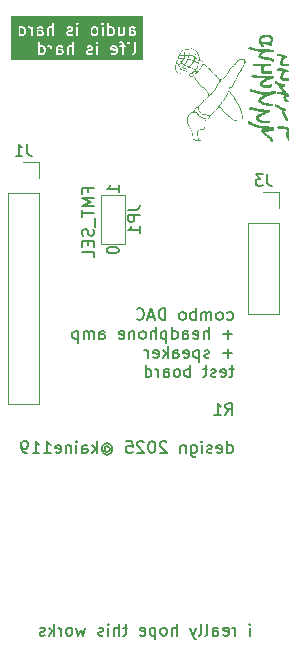
<source format=gbo>
%TF.GenerationSoftware,KiCad,Pcbnew,7.0.5*%
%TF.CreationDate,2025-04-07T23:35:03+08:00*%
%TF.ProjectId,audio-test-board,61756469-6f2d-4746-9573-742d626f6172,rev?*%
%TF.SameCoordinates,Original*%
%TF.FileFunction,Legend,Bot*%
%TF.FilePolarity,Positive*%
%FSLAX46Y46*%
G04 Gerber Fmt 4.6, Leading zero omitted, Abs format (unit mm)*
G04 Created by KiCad (PCBNEW 7.0.5) date 2025-04-07 23:35:03*
%MOMM*%
%LPD*%
G01*
G04 APERTURE LIST*
%ADD10C,0.150000*%
%ADD11C,0.120000*%
%ADD12C,2.000000*%
%ADD13R,1.500000X1.000000*%
%ADD14R,1.700000X1.700000*%
%ADD15O,1.700000X1.700000*%
G04 APERTURE END LIST*
D10*
X178680449Y-122046800D02*
X178775687Y-122094419D01*
X178775687Y-122094419D02*
X178966163Y-122094419D01*
X178966163Y-122094419D02*
X179061401Y-122046800D01*
X179061401Y-122046800D02*
X179109020Y-121999180D01*
X179109020Y-121999180D02*
X179156639Y-121903942D01*
X179156639Y-121903942D02*
X179156639Y-121618228D01*
X179156639Y-121618228D02*
X179109020Y-121522990D01*
X179109020Y-121522990D02*
X179061401Y-121475371D01*
X179061401Y-121475371D02*
X178966163Y-121427752D01*
X178966163Y-121427752D02*
X178775687Y-121427752D01*
X178775687Y-121427752D02*
X178680449Y-121475371D01*
X178109020Y-122094419D02*
X178204258Y-122046800D01*
X178204258Y-122046800D02*
X178251877Y-121999180D01*
X178251877Y-121999180D02*
X178299496Y-121903942D01*
X178299496Y-121903942D02*
X178299496Y-121618228D01*
X178299496Y-121618228D02*
X178251877Y-121522990D01*
X178251877Y-121522990D02*
X178204258Y-121475371D01*
X178204258Y-121475371D02*
X178109020Y-121427752D01*
X178109020Y-121427752D02*
X177966163Y-121427752D01*
X177966163Y-121427752D02*
X177870925Y-121475371D01*
X177870925Y-121475371D02*
X177823306Y-121522990D01*
X177823306Y-121522990D02*
X177775687Y-121618228D01*
X177775687Y-121618228D02*
X177775687Y-121903942D01*
X177775687Y-121903942D02*
X177823306Y-121999180D01*
X177823306Y-121999180D02*
X177870925Y-122046800D01*
X177870925Y-122046800D02*
X177966163Y-122094419D01*
X177966163Y-122094419D02*
X178109020Y-122094419D01*
X177347115Y-122094419D02*
X177347115Y-121427752D01*
X177347115Y-121522990D02*
X177299496Y-121475371D01*
X177299496Y-121475371D02*
X177204258Y-121427752D01*
X177204258Y-121427752D02*
X177061401Y-121427752D01*
X177061401Y-121427752D02*
X176966163Y-121475371D01*
X176966163Y-121475371D02*
X176918544Y-121570609D01*
X176918544Y-121570609D02*
X176918544Y-122094419D01*
X176918544Y-121570609D02*
X176870925Y-121475371D01*
X176870925Y-121475371D02*
X176775687Y-121427752D01*
X176775687Y-121427752D02*
X176632830Y-121427752D01*
X176632830Y-121427752D02*
X176537591Y-121475371D01*
X176537591Y-121475371D02*
X176489972Y-121570609D01*
X176489972Y-121570609D02*
X176489972Y-122094419D01*
X176013782Y-122094419D02*
X176013782Y-121094419D01*
X176013782Y-121475371D02*
X175918544Y-121427752D01*
X175918544Y-121427752D02*
X175728068Y-121427752D01*
X175728068Y-121427752D02*
X175632830Y-121475371D01*
X175632830Y-121475371D02*
X175585211Y-121522990D01*
X175585211Y-121522990D02*
X175537592Y-121618228D01*
X175537592Y-121618228D02*
X175537592Y-121903942D01*
X175537592Y-121903942D02*
X175585211Y-121999180D01*
X175585211Y-121999180D02*
X175632830Y-122046800D01*
X175632830Y-122046800D02*
X175728068Y-122094419D01*
X175728068Y-122094419D02*
X175918544Y-122094419D01*
X175918544Y-122094419D02*
X176013782Y-122046800D01*
X174966163Y-122094419D02*
X175061401Y-122046800D01*
X175061401Y-122046800D02*
X175109020Y-121999180D01*
X175109020Y-121999180D02*
X175156639Y-121903942D01*
X175156639Y-121903942D02*
X175156639Y-121618228D01*
X175156639Y-121618228D02*
X175109020Y-121522990D01*
X175109020Y-121522990D02*
X175061401Y-121475371D01*
X175061401Y-121475371D02*
X174966163Y-121427752D01*
X174966163Y-121427752D02*
X174823306Y-121427752D01*
X174823306Y-121427752D02*
X174728068Y-121475371D01*
X174728068Y-121475371D02*
X174680449Y-121522990D01*
X174680449Y-121522990D02*
X174632830Y-121618228D01*
X174632830Y-121618228D02*
X174632830Y-121903942D01*
X174632830Y-121903942D02*
X174680449Y-121999180D01*
X174680449Y-121999180D02*
X174728068Y-122046800D01*
X174728068Y-122046800D02*
X174823306Y-122094419D01*
X174823306Y-122094419D02*
X174966163Y-122094419D01*
X173442353Y-122094419D02*
X173442353Y-121094419D01*
X173442353Y-121094419D02*
X173204258Y-121094419D01*
X173204258Y-121094419D02*
X173061401Y-121142038D01*
X173061401Y-121142038D02*
X172966163Y-121237276D01*
X172966163Y-121237276D02*
X172918544Y-121332514D01*
X172918544Y-121332514D02*
X172870925Y-121522990D01*
X172870925Y-121522990D02*
X172870925Y-121665847D01*
X172870925Y-121665847D02*
X172918544Y-121856323D01*
X172918544Y-121856323D02*
X172966163Y-121951561D01*
X172966163Y-121951561D02*
X173061401Y-122046800D01*
X173061401Y-122046800D02*
X173204258Y-122094419D01*
X173204258Y-122094419D02*
X173442353Y-122094419D01*
X172489972Y-121808704D02*
X172013782Y-121808704D01*
X172585210Y-122094419D02*
X172251877Y-121094419D01*
X172251877Y-121094419D02*
X171918544Y-122094419D01*
X171013782Y-121999180D02*
X171061401Y-122046800D01*
X171061401Y-122046800D02*
X171204258Y-122094419D01*
X171204258Y-122094419D02*
X171299496Y-122094419D01*
X171299496Y-122094419D02*
X171442353Y-122046800D01*
X171442353Y-122046800D02*
X171537591Y-121951561D01*
X171537591Y-121951561D02*
X171585210Y-121856323D01*
X171585210Y-121856323D02*
X171632829Y-121665847D01*
X171632829Y-121665847D02*
X171632829Y-121522990D01*
X171632829Y-121522990D02*
X171585210Y-121332514D01*
X171585210Y-121332514D02*
X171537591Y-121237276D01*
X171537591Y-121237276D02*
X171442353Y-121142038D01*
X171442353Y-121142038D02*
X171299496Y-121094419D01*
X171299496Y-121094419D02*
X171204258Y-121094419D01*
X171204258Y-121094419D02*
X171061401Y-121142038D01*
X171061401Y-121142038D02*
X171013782Y-121189657D01*
X179109020Y-123323466D02*
X178347116Y-123323466D01*
X178728068Y-123704419D02*
X178728068Y-122942514D01*
X177109020Y-123704419D02*
X177109020Y-122704419D01*
X176680449Y-123704419D02*
X176680449Y-123180609D01*
X176680449Y-123180609D02*
X176728068Y-123085371D01*
X176728068Y-123085371D02*
X176823306Y-123037752D01*
X176823306Y-123037752D02*
X176966163Y-123037752D01*
X176966163Y-123037752D02*
X177061401Y-123085371D01*
X177061401Y-123085371D02*
X177109020Y-123132990D01*
X175823306Y-123656800D02*
X175918544Y-123704419D01*
X175918544Y-123704419D02*
X176109020Y-123704419D01*
X176109020Y-123704419D02*
X176204258Y-123656800D01*
X176204258Y-123656800D02*
X176251877Y-123561561D01*
X176251877Y-123561561D02*
X176251877Y-123180609D01*
X176251877Y-123180609D02*
X176204258Y-123085371D01*
X176204258Y-123085371D02*
X176109020Y-123037752D01*
X176109020Y-123037752D02*
X175918544Y-123037752D01*
X175918544Y-123037752D02*
X175823306Y-123085371D01*
X175823306Y-123085371D02*
X175775687Y-123180609D01*
X175775687Y-123180609D02*
X175775687Y-123275847D01*
X175775687Y-123275847D02*
X176251877Y-123371085D01*
X174918544Y-123704419D02*
X174918544Y-123180609D01*
X174918544Y-123180609D02*
X174966163Y-123085371D01*
X174966163Y-123085371D02*
X175061401Y-123037752D01*
X175061401Y-123037752D02*
X175251877Y-123037752D01*
X175251877Y-123037752D02*
X175347115Y-123085371D01*
X174918544Y-123656800D02*
X175013782Y-123704419D01*
X175013782Y-123704419D02*
X175251877Y-123704419D01*
X175251877Y-123704419D02*
X175347115Y-123656800D01*
X175347115Y-123656800D02*
X175394734Y-123561561D01*
X175394734Y-123561561D02*
X175394734Y-123466323D01*
X175394734Y-123466323D02*
X175347115Y-123371085D01*
X175347115Y-123371085D02*
X175251877Y-123323466D01*
X175251877Y-123323466D02*
X175013782Y-123323466D01*
X175013782Y-123323466D02*
X174918544Y-123275847D01*
X174013782Y-123704419D02*
X174013782Y-122704419D01*
X174013782Y-123656800D02*
X174109020Y-123704419D01*
X174109020Y-123704419D02*
X174299496Y-123704419D01*
X174299496Y-123704419D02*
X174394734Y-123656800D01*
X174394734Y-123656800D02*
X174442353Y-123609180D01*
X174442353Y-123609180D02*
X174489972Y-123513942D01*
X174489972Y-123513942D02*
X174489972Y-123228228D01*
X174489972Y-123228228D02*
X174442353Y-123132990D01*
X174442353Y-123132990D02*
X174394734Y-123085371D01*
X174394734Y-123085371D02*
X174299496Y-123037752D01*
X174299496Y-123037752D02*
X174109020Y-123037752D01*
X174109020Y-123037752D02*
X174013782Y-123085371D01*
X173537591Y-123037752D02*
X173537591Y-124037752D01*
X173537591Y-123085371D02*
X173442353Y-123037752D01*
X173442353Y-123037752D02*
X173251877Y-123037752D01*
X173251877Y-123037752D02*
X173156639Y-123085371D01*
X173156639Y-123085371D02*
X173109020Y-123132990D01*
X173109020Y-123132990D02*
X173061401Y-123228228D01*
X173061401Y-123228228D02*
X173061401Y-123513942D01*
X173061401Y-123513942D02*
X173109020Y-123609180D01*
X173109020Y-123609180D02*
X173156639Y-123656800D01*
X173156639Y-123656800D02*
X173251877Y-123704419D01*
X173251877Y-123704419D02*
X173442353Y-123704419D01*
X173442353Y-123704419D02*
X173537591Y-123656800D01*
X172632829Y-123704419D02*
X172632829Y-122704419D01*
X172204258Y-123704419D02*
X172204258Y-123180609D01*
X172204258Y-123180609D02*
X172251877Y-123085371D01*
X172251877Y-123085371D02*
X172347115Y-123037752D01*
X172347115Y-123037752D02*
X172489972Y-123037752D01*
X172489972Y-123037752D02*
X172585210Y-123085371D01*
X172585210Y-123085371D02*
X172632829Y-123132990D01*
X171585210Y-123704419D02*
X171680448Y-123656800D01*
X171680448Y-123656800D02*
X171728067Y-123609180D01*
X171728067Y-123609180D02*
X171775686Y-123513942D01*
X171775686Y-123513942D02*
X171775686Y-123228228D01*
X171775686Y-123228228D02*
X171728067Y-123132990D01*
X171728067Y-123132990D02*
X171680448Y-123085371D01*
X171680448Y-123085371D02*
X171585210Y-123037752D01*
X171585210Y-123037752D02*
X171442353Y-123037752D01*
X171442353Y-123037752D02*
X171347115Y-123085371D01*
X171347115Y-123085371D02*
X171299496Y-123132990D01*
X171299496Y-123132990D02*
X171251877Y-123228228D01*
X171251877Y-123228228D02*
X171251877Y-123513942D01*
X171251877Y-123513942D02*
X171299496Y-123609180D01*
X171299496Y-123609180D02*
X171347115Y-123656800D01*
X171347115Y-123656800D02*
X171442353Y-123704419D01*
X171442353Y-123704419D02*
X171585210Y-123704419D01*
X170823305Y-123037752D02*
X170823305Y-123704419D01*
X170823305Y-123132990D02*
X170775686Y-123085371D01*
X170775686Y-123085371D02*
X170680448Y-123037752D01*
X170680448Y-123037752D02*
X170537591Y-123037752D01*
X170537591Y-123037752D02*
X170442353Y-123085371D01*
X170442353Y-123085371D02*
X170394734Y-123180609D01*
X170394734Y-123180609D02*
X170394734Y-123704419D01*
X169537591Y-123656800D02*
X169632829Y-123704419D01*
X169632829Y-123704419D02*
X169823305Y-123704419D01*
X169823305Y-123704419D02*
X169918543Y-123656800D01*
X169918543Y-123656800D02*
X169966162Y-123561561D01*
X169966162Y-123561561D02*
X169966162Y-123180609D01*
X169966162Y-123180609D02*
X169918543Y-123085371D01*
X169918543Y-123085371D02*
X169823305Y-123037752D01*
X169823305Y-123037752D02*
X169632829Y-123037752D01*
X169632829Y-123037752D02*
X169537591Y-123085371D01*
X169537591Y-123085371D02*
X169489972Y-123180609D01*
X169489972Y-123180609D02*
X169489972Y-123275847D01*
X169489972Y-123275847D02*
X169966162Y-123371085D01*
X167870924Y-123704419D02*
X167870924Y-123180609D01*
X167870924Y-123180609D02*
X167918543Y-123085371D01*
X167918543Y-123085371D02*
X168013781Y-123037752D01*
X168013781Y-123037752D02*
X168204257Y-123037752D01*
X168204257Y-123037752D02*
X168299495Y-123085371D01*
X167870924Y-123656800D02*
X167966162Y-123704419D01*
X167966162Y-123704419D02*
X168204257Y-123704419D01*
X168204257Y-123704419D02*
X168299495Y-123656800D01*
X168299495Y-123656800D02*
X168347114Y-123561561D01*
X168347114Y-123561561D02*
X168347114Y-123466323D01*
X168347114Y-123466323D02*
X168299495Y-123371085D01*
X168299495Y-123371085D02*
X168204257Y-123323466D01*
X168204257Y-123323466D02*
X167966162Y-123323466D01*
X167966162Y-123323466D02*
X167870924Y-123275847D01*
X167394733Y-123704419D02*
X167394733Y-123037752D01*
X167394733Y-123132990D02*
X167347114Y-123085371D01*
X167347114Y-123085371D02*
X167251876Y-123037752D01*
X167251876Y-123037752D02*
X167109019Y-123037752D01*
X167109019Y-123037752D02*
X167013781Y-123085371D01*
X167013781Y-123085371D02*
X166966162Y-123180609D01*
X166966162Y-123180609D02*
X166966162Y-123704419D01*
X166966162Y-123180609D02*
X166918543Y-123085371D01*
X166918543Y-123085371D02*
X166823305Y-123037752D01*
X166823305Y-123037752D02*
X166680448Y-123037752D01*
X166680448Y-123037752D02*
X166585209Y-123085371D01*
X166585209Y-123085371D02*
X166537590Y-123180609D01*
X166537590Y-123180609D02*
X166537590Y-123704419D01*
X166061400Y-123037752D02*
X166061400Y-124037752D01*
X166061400Y-123085371D02*
X165966162Y-123037752D01*
X165966162Y-123037752D02*
X165775686Y-123037752D01*
X165775686Y-123037752D02*
X165680448Y-123085371D01*
X165680448Y-123085371D02*
X165632829Y-123132990D01*
X165632829Y-123132990D02*
X165585210Y-123228228D01*
X165585210Y-123228228D02*
X165585210Y-123513942D01*
X165585210Y-123513942D02*
X165632829Y-123609180D01*
X165632829Y-123609180D02*
X165680448Y-123656800D01*
X165680448Y-123656800D02*
X165775686Y-123704419D01*
X165775686Y-123704419D02*
X165966162Y-123704419D01*
X165966162Y-123704419D02*
X166061400Y-123656800D01*
X179109020Y-124933466D02*
X178347116Y-124933466D01*
X178728068Y-125314419D02*
X178728068Y-124552514D01*
X177156639Y-125266800D02*
X177061401Y-125314419D01*
X177061401Y-125314419D02*
X176870925Y-125314419D01*
X176870925Y-125314419D02*
X176775687Y-125266800D01*
X176775687Y-125266800D02*
X176728068Y-125171561D01*
X176728068Y-125171561D02*
X176728068Y-125123942D01*
X176728068Y-125123942D02*
X176775687Y-125028704D01*
X176775687Y-125028704D02*
X176870925Y-124981085D01*
X176870925Y-124981085D02*
X177013782Y-124981085D01*
X177013782Y-124981085D02*
X177109020Y-124933466D01*
X177109020Y-124933466D02*
X177156639Y-124838228D01*
X177156639Y-124838228D02*
X177156639Y-124790609D01*
X177156639Y-124790609D02*
X177109020Y-124695371D01*
X177109020Y-124695371D02*
X177013782Y-124647752D01*
X177013782Y-124647752D02*
X176870925Y-124647752D01*
X176870925Y-124647752D02*
X176775687Y-124695371D01*
X176299496Y-124647752D02*
X176299496Y-125647752D01*
X176299496Y-124695371D02*
X176204258Y-124647752D01*
X176204258Y-124647752D02*
X176013782Y-124647752D01*
X176013782Y-124647752D02*
X175918544Y-124695371D01*
X175918544Y-124695371D02*
X175870925Y-124742990D01*
X175870925Y-124742990D02*
X175823306Y-124838228D01*
X175823306Y-124838228D02*
X175823306Y-125123942D01*
X175823306Y-125123942D02*
X175870925Y-125219180D01*
X175870925Y-125219180D02*
X175918544Y-125266800D01*
X175918544Y-125266800D02*
X176013782Y-125314419D01*
X176013782Y-125314419D02*
X176204258Y-125314419D01*
X176204258Y-125314419D02*
X176299496Y-125266800D01*
X175013782Y-125266800D02*
X175109020Y-125314419D01*
X175109020Y-125314419D02*
X175299496Y-125314419D01*
X175299496Y-125314419D02*
X175394734Y-125266800D01*
X175394734Y-125266800D02*
X175442353Y-125171561D01*
X175442353Y-125171561D02*
X175442353Y-124790609D01*
X175442353Y-124790609D02*
X175394734Y-124695371D01*
X175394734Y-124695371D02*
X175299496Y-124647752D01*
X175299496Y-124647752D02*
X175109020Y-124647752D01*
X175109020Y-124647752D02*
X175013782Y-124695371D01*
X175013782Y-124695371D02*
X174966163Y-124790609D01*
X174966163Y-124790609D02*
X174966163Y-124885847D01*
X174966163Y-124885847D02*
X175442353Y-124981085D01*
X174109020Y-125314419D02*
X174109020Y-124790609D01*
X174109020Y-124790609D02*
X174156639Y-124695371D01*
X174156639Y-124695371D02*
X174251877Y-124647752D01*
X174251877Y-124647752D02*
X174442353Y-124647752D01*
X174442353Y-124647752D02*
X174537591Y-124695371D01*
X174109020Y-125266800D02*
X174204258Y-125314419D01*
X174204258Y-125314419D02*
X174442353Y-125314419D01*
X174442353Y-125314419D02*
X174537591Y-125266800D01*
X174537591Y-125266800D02*
X174585210Y-125171561D01*
X174585210Y-125171561D02*
X174585210Y-125076323D01*
X174585210Y-125076323D02*
X174537591Y-124981085D01*
X174537591Y-124981085D02*
X174442353Y-124933466D01*
X174442353Y-124933466D02*
X174204258Y-124933466D01*
X174204258Y-124933466D02*
X174109020Y-124885847D01*
X173632829Y-125314419D02*
X173632829Y-124314419D01*
X173537591Y-124933466D02*
X173251877Y-125314419D01*
X173251877Y-124647752D02*
X173632829Y-125028704D01*
X172442353Y-125266800D02*
X172537591Y-125314419D01*
X172537591Y-125314419D02*
X172728067Y-125314419D01*
X172728067Y-125314419D02*
X172823305Y-125266800D01*
X172823305Y-125266800D02*
X172870924Y-125171561D01*
X172870924Y-125171561D02*
X172870924Y-124790609D01*
X172870924Y-124790609D02*
X172823305Y-124695371D01*
X172823305Y-124695371D02*
X172728067Y-124647752D01*
X172728067Y-124647752D02*
X172537591Y-124647752D01*
X172537591Y-124647752D02*
X172442353Y-124695371D01*
X172442353Y-124695371D02*
X172394734Y-124790609D01*
X172394734Y-124790609D02*
X172394734Y-124885847D01*
X172394734Y-124885847D02*
X172870924Y-124981085D01*
X171966162Y-125314419D02*
X171966162Y-124647752D01*
X171966162Y-124838228D02*
X171918543Y-124742990D01*
X171918543Y-124742990D02*
X171870924Y-124695371D01*
X171870924Y-124695371D02*
X171775686Y-124647752D01*
X171775686Y-124647752D02*
X171680448Y-124647752D01*
X179251877Y-126257752D02*
X178870925Y-126257752D01*
X179109020Y-125924419D02*
X179109020Y-126781561D01*
X179109020Y-126781561D02*
X179061401Y-126876800D01*
X179061401Y-126876800D02*
X178966163Y-126924419D01*
X178966163Y-126924419D02*
X178870925Y-126924419D01*
X178156639Y-126876800D02*
X178251877Y-126924419D01*
X178251877Y-126924419D02*
X178442353Y-126924419D01*
X178442353Y-126924419D02*
X178537591Y-126876800D01*
X178537591Y-126876800D02*
X178585210Y-126781561D01*
X178585210Y-126781561D02*
X178585210Y-126400609D01*
X178585210Y-126400609D02*
X178537591Y-126305371D01*
X178537591Y-126305371D02*
X178442353Y-126257752D01*
X178442353Y-126257752D02*
X178251877Y-126257752D01*
X178251877Y-126257752D02*
X178156639Y-126305371D01*
X178156639Y-126305371D02*
X178109020Y-126400609D01*
X178109020Y-126400609D02*
X178109020Y-126495847D01*
X178109020Y-126495847D02*
X178585210Y-126591085D01*
X177728067Y-126876800D02*
X177632829Y-126924419D01*
X177632829Y-126924419D02*
X177442353Y-126924419D01*
X177442353Y-126924419D02*
X177347115Y-126876800D01*
X177347115Y-126876800D02*
X177299496Y-126781561D01*
X177299496Y-126781561D02*
X177299496Y-126733942D01*
X177299496Y-126733942D02*
X177347115Y-126638704D01*
X177347115Y-126638704D02*
X177442353Y-126591085D01*
X177442353Y-126591085D02*
X177585210Y-126591085D01*
X177585210Y-126591085D02*
X177680448Y-126543466D01*
X177680448Y-126543466D02*
X177728067Y-126448228D01*
X177728067Y-126448228D02*
X177728067Y-126400609D01*
X177728067Y-126400609D02*
X177680448Y-126305371D01*
X177680448Y-126305371D02*
X177585210Y-126257752D01*
X177585210Y-126257752D02*
X177442353Y-126257752D01*
X177442353Y-126257752D02*
X177347115Y-126305371D01*
X177013781Y-126257752D02*
X176632829Y-126257752D01*
X176870924Y-125924419D02*
X176870924Y-126781561D01*
X176870924Y-126781561D02*
X176823305Y-126876800D01*
X176823305Y-126876800D02*
X176728067Y-126924419D01*
X176728067Y-126924419D02*
X176632829Y-126924419D01*
X175537590Y-126924419D02*
X175537590Y-125924419D01*
X175537590Y-126305371D02*
X175442352Y-126257752D01*
X175442352Y-126257752D02*
X175251876Y-126257752D01*
X175251876Y-126257752D02*
X175156638Y-126305371D01*
X175156638Y-126305371D02*
X175109019Y-126352990D01*
X175109019Y-126352990D02*
X175061400Y-126448228D01*
X175061400Y-126448228D02*
X175061400Y-126733942D01*
X175061400Y-126733942D02*
X175109019Y-126829180D01*
X175109019Y-126829180D02*
X175156638Y-126876800D01*
X175156638Y-126876800D02*
X175251876Y-126924419D01*
X175251876Y-126924419D02*
X175442352Y-126924419D01*
X175442352Y-126924419D02*
X175537590Y-126876800D01*
X174489971Y-126924419D02*
X174585209Y-126876800D01*
X174585209Y-126876800D02*
X174632828Y-126829180D01*
X174632828Y-126829180D02*
X174680447Y-126733942D01*
X174680447Y-126733942D02*
X174680447Y-126448228D01*
X174680447Y-126448228D02*
X174632828Y-126352990D01*
X174632828Y-126352990D02*
X174585209Y-126305371D01*
X174585209Y-126305371D02*
X174489971Y-126257752D01*
X174489971Y-126257752D02*
X174347114Y-126257752D01*
X174347114Y-126257752D02*
X174251876Y-126305371D01*
X174251876Y-126305371D02*
X174204257Y-126352990D01*
X174204257Y-126352990D02*
X174156638Y-126448228D01*
X174156638Y-126448228D02*
X174156638Y-126733942D01*
X174156638Y-126733942D02*
X174204257Y-126829180D01*
X174204257Y-126829180D02*
X174251876Y-126876800D01*
X174251876Y-126876800D02*
X174347114Y-126924419D01*
X174347114Y-126924419D02*
X174489971Y-126924419D01*
X173299495Y-126924419D02*
X173299495Y-126400609D01*
X173299495Y-126400609D02*
X173347114Y-126305371D01*
X173347114Y-126305371D02*
X173442352Y-126257752D01*
X173442352Y-126257752D02*
X173632828Y-126257752D01*
X173632828Y-126257752D02*
X173728066Y-126305371D01*
X173299495Y-126876800D02*
X173394733Y-126924419D01*
X173394733Y-126924419D02*
X173632828Y-126924419D01*
X173632828Y-126924419D02*
X173728066Y-126876800D01*
X173728066Y-126876800D02*
X173775685Y-126781561D01*
X173775685Y-126781561D02*
X173775685Y-126686323D01*
X173775685Y-126686323D02*
X173728066Y-126591085D01*
X173728066Y-126591085D02*
X173632828Y-126543466D01*
X173632828Y-126543466D02*
X173394733Y-126543466D01*
X173394733Y-126543466D02*
X173299495Y-126495847D01*
X172823304Y-126924419D02*
X172823304Y-126257752D01*
X172823304Y-126448228D02*
X172775685Y-126352990D01*
X172775685Y-126352990D02*
X172728066Y-126305371D01*
X172728066Y-126305371D02*
X172632828Y-126257752D01*
X172632828Y-126257752D02*
X172537590Y-126257752D01*
X171775685Y-126924419D02*
X171775685Y-125924419D01*
X171775685Y-126876800D02*
X171870923Y-126924419D01*
X171870923Y-126924419D02*
X172061399Y-126924419D01*
X172061399Y-126924419D02*
X172156637Y-126876800D01*
X172156637Y-126876800D02*
X172204256Y-126829180D01*
X172204256Y-126829180D02*
X172251875Y-126733942D01*
X172251875Y-126733942D02*
X172251875Y-126448228D01*
X172251875Y-126448228D02*
X172204256Y-126352990D01*
X172204256Y-126352990D02*
X172156637Y-126305371D01*
X172156637Y-126305371D02*
X172061399Y-126257752D01*
X172061399Y-126257752D02*
X171870923Y-126257752D01*
X171870923Y-126257752D02*
X171775685Y-126305371D01*
X178537592Y-130144419D02*
X178870925Y-129668228D01*
X179109020Y-130144419D02*
X179109020Y-129144419D01*
X179109020Y-129144419D02*
X178728068Y-129144419D01*
X178728068Y-129144419D02*
X178632830Y-129192038D01*
X178632830Y-129192038D02*
X178585211Y-129239657D01*
X178585211Y-129239657D02*
X178537592Y-129334895D01*
X178537592Y-129334895D02*
X178537592Y-129477752D01*
X178537592Y-129477752D02*
X178585211Y-129572990D01*
X178585211Y-129572990D02*
X178632830Y-129620609D01*
X178632830Y-129620609D02*
X178728068Y-129668228D01*
X178728068Y-129668228D02*
X179109020Y-129668228D01*
X177585211Y-130144419D02*
X178156639Y-130144419D01*
X177870925Y-130144419D02*
X177870925Y-129144419D01*
X177870925Y-129144419D02*
X177966163Y-129287276D01*
X177966163Y-129287276D02*
X178061401Y-129382514D01*
X178061401Y-129382514D02*
X178156639Y-129430133D01*
X178680449Y-133364419D02*
X178680449Y-132364419D01*
X178680449Y-133316800D02*
X178775687Y-133364419D01*
X178775687Y-133364419D02*
X178966163Y-133364419D01*
X178966163Y-133364419D02*
X179061401Y-133316800D01*
X179061401Y-133316800D02*
X179109020Y-133269180D01*
X179109020Y-133269180D02*
X179156639Y-133173942D01*
X179156639Y-133173942D02*
X179156639Y-132888228D01*
X179156639Y-132888228D02*
X179109020Y-132792990D01*
X179109020Y-132792990D02*
X179061401Y-132745371D01*
X179061401Y-132745371D02*
X178966163Y-132697752D01*
X178966163Y-132697752D02*
X178775687Y-132697752D01*
X178775687Y-132697752D02*
X178680449Y-132745371D01*
X177823306Y-133316800D02*
X177918544Y-133364419D01*
X177918544Y-133364419D02*
X178109020Y-133364419D01*
X178109020Y-133364419D02*
X178204258Y-133316800D01*
X178204258Y-133316800D02*
X178251877Y-133221561D01*
X178251877Y-133221561D02*
X178251877Y-132840609D01*
X178251877Y-132840609D02*
X178204258Y-132745371D01*
X178204258Y-132745371D02*
X178109020Y-132697752D01*
X178109020Y-132697752D02*
X177918544Y-132697752D01*
X177918544Y-132697752D02*
X177823306Y-132745371D01*
X177823306Y-132745371D02*
X177775687Y-132840609D01*
X177775687Y-132840609D02*
X177775687Y-132935847D01*
X177775687Y-132935847D02*
X178251877Y-133031085D01*
X177394734Y-133316800D02*
X177299496Y-133364419D01*
X177299496Y-133364419D02*
X177109020Y-133364419D01*
X177109020Y-133364419D02*
X177013782Y-133316800D01*
X177013782Y-133316800D02*
X176966163Y-133221561D01*
X176966163Y-133221561D02*
X176966163Y-133173942D01*
X176966163Y-133173942D02*
X177013782Y-133078704D01*
X177013782Y-133078704D02*
X177109020Y-133031085D01*
X177109020Y-133031085D02*
X177251877Y-133031085D01*
X177251877Y-133031085D02*
X177347115Y-132983466D01*
X177347115Y-132983466D02*
X177394734Y-132888228D01*
X177394734Y-132888228D02*
X177394734Y-132840609D01*
X177394734Y-132840609D02*
X177347115Y-132745371D01*
X177347115Y-132745371D02*
X177251877Y-132697752D01*
X177251877Y-132697752D02*
X177109020Y-132697752D01*
X177109020Y-132697752D02*
X177013782Y-132745371D01*
X176537591Y-133364419D02*
X176537591Y-132697752D01*
X176537591Y-132364419D02*
X176585210Y-132412038D01*
X176585210Y-132412038D02*
X176537591Y-132459657D01*
X176537591Y-132459657D02*
X176489972Y-132412038D01*
X176489972Y-132412038D02*
X176537591Y-132364419D01*
X176537591Y-132364419D02*
X176537591Y-132459657D01*
X175632830Y-132697752D02*
X175632830Y-133507276D01*
X175632830Y-133507276D02*
X175680449Y-133602514D01*
X175680449Y-133602514D02*
X175728068Y-133650133D01*
X175728068Y-133650133D02*
X175823306Y-133697752D01*
X175823306Y-133697752D02*
X175966163Y-133697752D01*
X175966163Y-133697752D02*
X176061401Y-133650133D01*
X175632830Y-133316800D02*
X175728068Y-133364419D01*
X175728068Y-133364419D02*
X175918544Y-133364419D01*
X175918544Y-133364419D02*
X176013782Y-133316800D01*
X176013782Y-133316800D02*
X176061401Y-133269180D01*
X176061401Y-133269180D02*
X176109020Y-133173942D01*
X176109020Y-133173942D02*
X176109020Y-132888228D01*
X176109020Y-132888228D02*
X176061401Y-132792990D01*
X176061401Y-132792990D02*
X176013782Y-132745371D01*
X176013782Y-132745371D02*
X175918544Y-132697752D01*
X175918544Y-132697752D02*
X175728068Y-132697752D01*
X175728068Y-132697752D02*
X175632830Y-132745371D01*
X175156639Y-132697752D02*
X175156639Y-133364419D01*
X175156639Y-132792990D02*
X175109020Y-132745371D01*
X175109020Y-132745371D02*
X175013782Y-132697752D01*
X175013782Y-132697752D02*
X174870925Y-132697752D01*
X174870925Y-132697752D02*
X174775687Y-132745371D01*
X174775687Y-132745371D02*
X174728068Y-132840609D01*
X174728068Y-132840609D02*
X174728068Y-133364419D01*
X173537591Y-132459657D02*
X173489972Y-132412038D01*
X173489972Y-132412038D02*
X173394734Y-132364419D01*
X173394734Y-132364419D02*
X173156639Y-132364419D01*
X173156639Y-132364419D02*
X173061401Y-132412038D01*
X173061401Y-132412038D02*
X173013782Y-132459657D01*
X173013782Y-132459657D02*
X172966163Y-132554895D01*
X172966163Y-132554895D02*
X172966163Y-132650133D01*
X172966163Y-132650133D02*
X173013782Y-132792990D01*
X173013782Y-132792990D02*
X173585210Y-133364419D01*
X173585210Y-133364419D02*
X172966163Y-133364419D01*
X172347115Y-132364419D02*
X172251877Y-132364419D01*
X172251877Y-132364419D02*
X172156639Y-132412038D01*
X172156639Y-132412038D02*
X172109020Y-132459657D01*
X172109020Y-132459657D02*
X172061401Y-132554895D01*
X172061401Y-132554895D02*
X172013782Y-132745371D01*
X172013782Y-132745371D02*
X172013782Y-132983466D01*
X172013782Y-132983466D02*
X172061401Y-133173942D01*
X172061401Y-133173942D02*
X172109020Y-133269180D01*
X172109020Y-133269180D02*
X172156639Y-133316800D01*
X172156639Y-133316800D02*
X172251877Y-133364419D01*
X172251877Y-133364419D02*
X172347115Y-133364419D01*
X172347115Y-133364419D02*
X172442353Y-133316800D01*
X172442353Y-133316800D02*
X172489972Y-133269180D01*
X172489972Y-133269180D02*
X172537591Y-133173942D01*
X172537591Y-133173942D02*
X172585210Y-132983466D01*
X172585210Y-132983466D02*
X172585210Y-132745371D01*
X172585210Y-132745371D02*
X172537591Y-132554895D01*
X172537591Y-132554895D02*
X172489972Y-132459657D01*
X172489972Y-132459657D02*
X172442353Y-132412038D01*
X172442353Y-132412038D02*
X172347115Y-132364419D01*
X171632829Y-132459657D02*
X171585210Y-132412038D01*
X171585210Y-132412038D02*
X171489972Y-132364419D01*
X171489972Y-132364419D02*
X171251877Y-132364419D01*
X171251877Y-132364419D02*
X171156639Y-132412038D01*
X171156639Y-132412038D02*
X171109020Y-132459657D01*
X171109020Y-132459657D02*
X171061401Y-132554895D01*
X171061401Y-132554895D02*
X171061401Y-132650133D01*
X171061401Y-132650133D02*
X171109020Y-132792990D01*
X171109020Y-132792990D02*
X171680448Y-133364419D01*
X171680448Y-133364419D02*
X171061401Y-133364419D01*
X170156639Y-132364419D02*
X170632829Y-132364419D01*
X170632829Y-132364419D02*
X170680448Y-132840609D01*
X170680448Y-132840609D02*
X170632829Y-132792990D01*
X170632829Y-132792990D02*
X170537591Y-132745371D01*
X170537591Y-132745371D02*
X170299496Y-132745371D01*
X170299496Y-132745371D02*
X170204258Y-132792990D01*
X170204258Y-132792990D02*
X170156639Y-132840609D01*
X170156639Y-132840609D02*
X170109020Y-132935847D01*
X170109020Y-132935847D02*
X170109020Y-133173942D01*
X170109020Y-133173942D02*
X170156639Y-133269180D01*
X170156639Y-133269180D02*
X170204258Y-133316800D01*
X170204258Y-133316800D02*
X170299496Y-133364419D01*
X170299496Y-133364419D02*
X170537591Y-133364419D01*
X170537591Y-133364419D02*
X170632829Y-133316800D01*
X170632829Y-133316800D02*
X170680448Y-133269180D01*
X168299496Y-132888228D02*
X168347115Y-132840609D01*
X168347115Y-132840609D02*
X168442353Y-132792990D01*
X168442353Y-132792990D02*
X168537591Y-132792990D01*
X168537591Y-132792990D02*
X168632829Y-132840609D01*
X168632829Y-132840609D02*
X168680448Y-132888228D01*
X168680448Y-132888228D02*
X168728067Y-132983466D01*
X168728067Y-132983466D02*
X168728067Y-133078704D01*
X168728067Y-133078704D02*
X168680448Y-133173942D01*
X168680448Y-133173942D02*
X168632829Y-133221561D01*
X168632829Y-133221561D02*
X168537591Y-133269180D01*
X168537591Y-133269180D02*
X168442353Y-133269180D01*
X168442353Y-133269180D02*
X168347115Y-133221561D01*
X168347115Y-133221561D02*
X168299496Y-133173942D01*
X168299496Y-132792990D02*
X168299496Y-133173942D01*
X168299496Y-133173942D02*
X168251877Y-133221561D01*
X168251877Y-133221561D02*
X168204258Y-133221561D01*
X168204258Y-133221561D02*
X168109019Y-133173942D01*
X168109019Y-133173942D02*
X168061400Y-133078704D01*
X168061400Y-133078704D02*
X168061400Y-132840609D01*
X168061400Y-132840609D02*
X168156639Y-132697752D01*
X168156639Y-132697752D02*
X168299496Y-132602514D01*
X168299496Y-132602514D02*
X168489972Y-132554895D01*
X168489972Y-132554895D02*
X168680448Y-132602514D01*
X168680448Y-132602514D02*
X168823305Y-132697752D01*
X168823305Y-132697752D02*
X168918543Y-132840609D01*
X168918543Y-132840609D02*
X168966162Y-133031085D01*
X168966162Y-133031085D02*
X168918543Y-133221561D01*
X168918543Y-133221561D02*
X168823305Y-133364419D01*
X168823305Y-133364419D02*
X168680448Y-133459657D01*
X168680448Y-133459657D02*
X168489972Y-133507276D01*
X168489972Y-133507276D02*
X168299496Y-133459657D01*
X168299496Y-133459657D02*
X168156639Y-133364419D01*
X167632829Y-133364419D02*
X167632829Y-132364419D01*
X167537591Y-132983466D02*
X167251877Y-133364419D01*
X167251877Y-132697752D02*
X167632829Y-133078704D01*
X166394734Y-133364419D02*
X166394734Y-132840609D01*
X166394734Y-132840609D02*
X166442353Y-132745371D01*
X166442353Y-132745371D02*
X166537591Y-132697752D01*
X166537591Y-132697752D02*
X166728067Y-132697752D01*
X166728067Y-132697752D02*
X166823305Y-132745371D01*
X166394734Y-133316800D02*
X166489972Y-133364419D01*
X166489972Y-133364419D02*
X166728067Y-133364419D01*
X166728067Y-133364419D02*
X166823305Y-133316800D01*
X166823305Y-133316800D02*
X166870924Y-133221561D01*
X166870924Y-133221561D02*
X166870924Y-133126323D01*
X166870924Y-133126323D02*
X166823305Y-133031085D01*
X166823305Y-133031085D02*
X166728067Y-132983466D01*
X166728067Y-132983466D02*
X166489972Y-132983466D01*
X166489972Y-132983466D02*
X166394734Y-132935847D01*
X165918543Y-133364419D02*
X165918543Y-132697752D01*
X165918543Y-132364419D02*
X165966162Y-132412038D01*
X165966162Y-132412038D02*
X165918543Y-132459657D01*
X165918543Y-132459657D02*
X165870924Y-132412038D01*
X165870924Y-132412038D02*
X165918543Y-132364419D01*
X165918543Y-132364419D02*
X165918543Y-132459657D01*
X165442353Y-132697752D02*
X165442353Y-133364419D01*
X165442353Y-132792990D02*
X165394734Y-132745371D01*
X165394734Y-132745371D02*
X165299496Y-132697752D01*
X165299496Y-132697752D02*
X165156639Y-132697752D01*
X165156639Y-132697752D02*
X165061401Y-132745371D01*
X165061401Y-132745371D02*
X165013782Y-132840609D01*
X165013782Y-132840609D02*
X165013782Y-133364419D01*
X164156639Y-133316800D02*
X164251877Y-133364419D01*
X164251877Y-133364419D02*
X164442353Y-133364419D01*
X164442353Y-133364419D02*
X164537591Y-133316800D01*
X164537591Y-133316800D02*
X164585210Y-133221561D01*
X164585210Y-133221561D02*
X164585210Y-132840609D01*
X164585210Y-132840609D02*
X164537591Y-132745371D01*
X164537591Y-132745371D02*
X164442353Y-132697752D01*
X164442353Y-132697752D02*
X164251877Y-132697752D01*
X164251877Y-132697752D02*
X164156639Y-132745371D01*
X164156639Y-132745371D02*
X164109020Y-132840609D01*
X164109020Y-132840609D02*
X164109020Y-132935847D01*
X164109020Y-132935847D02*
X164585210Y-133031085D01*
X163156639Y-133364419D02*
X163728067Y-133364419D01*
X163442353Y-133364419D02*
X163442353Y-132364419D01*
X163442353Y-132364419D02*
X163537591Y-132507276D01*
X163537591Y-132507276D02*
X163632829Y-132602514D01*
X163632829Y-132602514D02*
X163728067Y-132650133D01*
X162204258Y-133364419D02*
X162775686Y-133364419D01*
X162489972Y-133364419D02*
X162489972Y-132364419D01*
X162489972Y-132364419D02*
X162585210Y-132507276D01*
X162585210Y-132507276D02*
X162680448Y-132602514D01*
X162680448Y-132602514D02*
X162775686Y-132650133D01*
X161728067Y-133364419D02*
X161537591Y-133364419D01*
X161537591Y-133364419D02*
X161442353Y-133316800D01*
X161442353Y-133316800D02*
X161394734Y-133269180D01*
X161394734Y-133269180D02*
X161299496Y-133126323D01*
X161299496Y-133126323D02*
X161251877Y-132935847D01*
X161251877Y-132935847D02*
X161251877Y-132554895D01*
X161251877Y-132554895D02*
X161299496Y-132459657D01*
X161299496Y-132459657D02*
X161347115Y-132412038D01*
X161347115Y-132412038D02*
X161442353Y-132364419D01*
X161442353Y-132364419D02*
X161632829Y-132364419D01*
X161632829Y-132364419D02*
X161728067Y-132412038D01*
X161728067Y-132412038D02*
X161775686Y-132459657D01*
X161775686Y-132459657D02*
X161823305Y-132554895D01*
X161823305Y-132554895D02*
X161823305Y-132792990D01*
X161823305Y-132792990D02*
X161775686Y-132888228D01*
X161775686Y-132888228D02*
X161728067Y-132935847D01*
X161728067Y-132935847D02*
X161632829Y-132983466D01*
X161632829Y-132983466D02*
X161442353Y-132983466D01*
X161442353Y-132983466D02*
X161347115Y-132935847D01*
X161347115Y-132935847D02*
X161299496Y-132888228D01*
X161299496Y-132888228D02*
X161251877Y-132792990D01*
X166878809Y-111261712D02*
X166878809Y-110928379D01*
X167402619Y-110928379D02*
X166402619Y-110928379D01*
X166402619Y-110928379D02*
X166402619Y-111404569D01*
X167402619Y-111785522D02*
X166402619Y-111785522D01*
X166402619Y-111785522D02*
X167116904Y-112118855D01*
X167116904Y-112118855D02*
X166402619Y-112452188D01*
X166402619Y-112452188D02*
X167402619Y-112452188D01*
X166402619Y-112785522D02*
X166402619Y-113356950D01*
X167402619Y-113071236D02*
X166402619Y-113071236D01*
X167497857Y-113452189D02*
X167497857Y-114214093D01*
X167355000Y-114404570D02*
X167402619Y-114547427D01*
X167402619Y-114547427D02*
X167402619Y-114785522D01*
X167402619Y-114785522D02*
X167355000Y-114880760D01*
X167355000Y-114880760D02*
X167307380Y-114928379D01*
X167307380Y-114928379D02*
X167212142Y-114975998D01*
X167212142Y-114975998D02*
X167116904Y-114975998D01*
X167116904Y-114975998D02*
X167021666Y-114928379D01*
X167021666Y-114928379D02*
X166974047Y-114880760D01*
X166974047Y-114880760D02*
X166926428Y-114785522D01*
X166926428Y-114785522D02*
X166878809Y-114595046D01*
X166878809Y-114595046D02*
X166831190Y-114499808D01*
X166831190Y-114499808D02*
X166783571Y-114452189D01*
X166783571Y-114452189D02*
X166688333Y-114404570D01*
X166688333Y-114404570D02*
X166593095Y-114404570D01*
X166593095Y-114404570D02*
X166497857Y-114452189D01*
X166497857Y-114452189D02*
X166450238Y-114499808D01*
X166450238Y-114499808D02*
X166402619Y-114595046D01*
X166402619Y-114595046D02*
X166402619Y-114833141D01*
X166402619Y-114833141D02*
X166450238Y-114975998D01*
X166878809Y-115404570D02*
X166878809Y-115737903D01*
X167402619Y-115880760D02*
X167402619Y-115404570D01*
X167402619Y-115404570D02*
X166402619Y-115404570D01*
X166402619Y-115404570D02*
X166402619Y-115880760D01*
X167402619Y-116785522D02*
X167402619Y-116309332D01*
X167402619Y-116309332D02*
X166402619Y-116309332D01*
X180607220Y-148815419D02*
X180607220Y-148148752D01*
X180607220Y-147815419D02*
X180654839Y-147863038D01*
X180654839Y-147863038D02*
X180607220Y-147910657D01*
X180607220Y-147910657D02*
X180559601Y-147863038D01*
X180559601Y-147863038D02*
X180607220Y-147815419D01*
X180607220Y-147815419D02*
X180607220Y-147910657D01*
X179369125Y-148815419D02*
X179369125Y-148148752D01*
X179369125Y-148339228D02*
X179321506Y-148243990D01*
X179321506Y-148243990D02*
X179273887Y-148196371D01*
X179273887Y-148196371D02*
X179178649Y-148148752D01*
X179178649Y-148148752D02*
X179083411Y-148148752D01*
X178369125Y-148767800D02*
X178464363Y-148815419D01*
X178464363Y-148815419D02*
X178654839Y-148815419D01*
X178654839Y-148815419D02*
X178750077Y-148767800D01*
X178750077Y-148767800D02*
X178797696Y-148672561D01*
X178797696Y-148672561D02*
X178797696Y-148291609D01*
X178797696Y-148291609D02*
X178750077Y-148196371D01*
X178750077Y-148196371D02*
X178654839Y-148148752D01*
X178654839Y-148148752D02*
X178464363Y-148148752D01*
X178464363Y-148148752D02*
X178369125Y-148196371D01*
X178369125Y-148196371D02*
X178321506Y-148291609D01*
X178321506Y-148291609D02*
X178321506Y-148386847D01*
X178321506Y-148386847D02*
X178797696Y-148482085D01*
X177464363Y-148815419D02*
X177464363Y-148291609D01*
X177464363Y-148291609D02*
X177511982Y-148196371D01*
X177511982Y-148196371D02*
X177607220Y-148148752D01*
X177607220Y-148148752D02*
X177797696Y-148148752D01*
X177797696Y-148148752D02*
X177892934Y-148196371D01*
X177464363Y-148767800D02*
X177559601Y-148815419D01*
X177559601Y-148815419D02*
X177797696Y-148815419D01*
X177797696Y-148815419D02*
X177892934Y-148767800D01*
X177892934Y-148767800D02*
X177940553Y-148672561D01*
X177940553Y-148672561D02*
X177940553Y-148577323D01*
X177940553Y-148577323D02*
X177892934Y-148482085D01*
X177892934Y-148482085D02*
X177797696Y-148434466D01*
X177797696Y-148434466D02*
X177559601Y-148434466D01*
X177559601Y-148434466D02*
X177464363Y-148386847D01*
X176845315Y-148815419D02*
X176940553Y-148767800D01*
X176940553Y-148767800D02*
X176988172Y-148672561D01*
X176988172Y-148672561D02*
X176988172Y-147815419D01*
X176321505Y-148815419D02*
X176416743Y-148767800D01*
X176416743Y-148767800D02*
X176464362Y-148672561D01*
X176464362Y-148672561D02*
X176464362Y-147815419D01*
X176035790Y-148148752D02*
X175797695Y-148815419D01*
X175559600Y-148148752D02*
X175797695Y-148815419D01*
X175797695Y-148815419D02*
X175892933Y-149053514D01*
X175892933Y-149053514D02*
X175940552Y-149101133D01*
X175940552Y-149101133D02*
X176035790Y-149148752D01*
X174416742Y-148815419D02*
X174416742Y-147815419D01*
X173988171Y-148815419D02*
X173988171Y-148291609D01*
X173988171Y-148291609D02*
X174035790Y-148196371D01*
X174035790Y-148196371D02*
X174131028Y-148148752D01*
X174131028Y-148148752D02*
X174273885Y-148148752D01*
X174273885Y-148148752D02*
X174369123Y-148196371D01*
X174369123Y-148196371D02*
X174416742Y-148243990D01*
X173369123Y-148815419D02*
X173464361Y-148767800D01*
X173464361Y-148767800D02*
X173511980Y-148720180D01*
X173511980Y-148720180D02*
X173559599Y-148624942D01*
X173559599Y-148624942D02*
X173559599Y-148339228D01*
X173559599Y-148339228D02*
X173511980Y-148243990D01*
X173511980Y-148243990D02*
X173464361Y-148196371D01*
X173464361Y-148196371D02*
X173369123Y-148148752D01*
X173369123Y-148148752D02*
X173226266Y-148148752D01*
X173226266Y-148148752D02*
X173131028Y-148196371D01*
X173131028Y-148196371D02*
X173083409Y-148243990D01*
X173083409Y-148243990D02*
X173035790Y-148339228D01*
X173035790Y-148339228D02*
X173035790Y-148624942D01*
X173035790Y-148624942D02*
X173083409Y-148720180D01*
X173083409Y-148720180D02*
X173131028Y-148767800D01*
X173131028Y-148767800D02*
X173226266Y-148815419D01*
X173226266Y-148815419D02*
X173369123Y-148815419D01*
X172607218Y-148148752D02*
X172607218Y-149148752D01*
X172607218Y-148196371D02*
X172511980Y-148148752D01*
X172511980Y-148148752D02*
X172321504Y-148148752D01*
X172321504Y-148148752D02*
X172226266Y-148196371D01*
X172226266Y-148196371D02*
X172178647Y-148243990D01*
X172178647Y-148243990D02*
X172131028Y-148339228D01*
X172131028Y-148339228D02*
X172131028Y-148624942D01*
X172131028Y-148624942D02*
X172178647Y-148720180D01*
X172178647Y-148720180D02*
X172226266Y-148767800D01*
X172226266Y-148767800D02*
X172321504Y-148815419D01*
X172321504Y-148815419D02*
X172511980Y-148815419D01*
X172511980Y-148815419D02*
X172607218Y-148767800D01*
X171321504Y-148767800D02*
X171416742Y-148815419D01*
X171416742Y-148815419D02*
X171607218Y-148815419D01*
X171607218Y-148815419D02*
X171702456Y-148767800D01*
X171702456Y-148767800D02*
X171750075Y-148672561D01*
X171750075Y-148672561D02*
X171750075Y-148291609D01*
X171750075Y-148291609D02*
X171702456Y-148196371D01*
X171702456Y-148196371D02*
X171607218Y-148148752D01*
X171607218Y-148148752D02*
X171416742Y-148148752D01*
X171416742Y-148148752D02*
X171321504Y-148196371D01*
X171321504Y-148196371D02*
X171273885Y-148291609D01*
X171273885Y-148291609D02*
X171273885Y-148386847D01*
X171273885Y-148386847D02*
X171750075Y-148482085D01*
X170226265Y-148148752D02*
X169845313Y-148148752D01*
X170083408Y-147815419D02*
X170083408Y-148672561D01*
X170083408Y-148672561D02*
X170035789Y-148767800D01*
X170035789Y-148767800D02*
X169940551Y-148815419D01*
X169940551Y-148815419D02*
X169845313Y-148815419D01*
X169511979Y-148815419D02*
X169511979Y-147815419D01*
X169083408Y-148815419D02*
X169083408Y-148291609D01*
X169083408Y-148291609D02*
X169131027Y-148196371D01*
X169131027Y-148196371D02*
X169226265Y-148148752D01*
X169226265Y-148148752D02*
X169369122Y-148148752D01*
X169369122Y-148148752D02*
X169464360Y-148196371D01*
X169464360Y-148196371D02*
X169511979Y-148243990D01*
X168607217Y-148815419D02*
X168607217Y-148148752D01*
X168607217Y-147815419D02*
X168654836Y-147863038D01*
X168654836Y-147863038D02*
X168607217Y-147910657D01*
X168607217Y-147910657D02*
X168559598Y-147863038D01*
X168559598Y-147863038D02*
X168607217Y-147815419D01*
X168607217Y-147815419D02*
X168607217Y-147910657D01*
X168178646Y-148767800D02*
X168083408Y-148815419D01*
X168083408Y-148815419D02*
X167892932Y-148815419D01*
X167892932Y-148815419D02*
X167797694Y-148767800D01*
X167797694Y-148767800D02*
X167750075Y-148672561D01*
X167750075Y-148672561D02*
X167750075Y-148624942D01*
X167750075Y-148624942D02*
X167797694Y-148529704D01*
X167797694Y-148529704D02*
X167892932Y-148482085D01*
X167892932Y-148482085D02*
X168035789Y-148482085D01*
X168035789Y-148482085D02*
X168131027Y-148434466D01*
X168131027Y-148434466D02*
X168178646Y-148339228D01*
X168178646Y-148339228D02*
X168178646Y-148291609D01*
X168178646Y-148291609D02*
X168131027Y-148196371D01*
X168131027Y-148196371D02*
X168035789Y-148148752D01*
X168035789Y-148148752D02*
X167892932Y-148148752D01*
X167892932Y-148148752D02*
X167797694Y-148196371D01*
X166654836Y-148148752D02*
X166464360Y-148815419D01*
X166464360Y-148815419D02*
X166273884Y-148339228D01*
X166273884Y-148339228D02*
X166083408Y-148815419D01*
X166083408Y-148815419D02*
X165892932Y-148148752D01*
X165369122Y-148815419D02*
X165464360Y-148767800D01*
X165464360Y-148767800D02*
X165511979Y-148720180D01*
X165511979Y-148720180D02*
X165559598Y-148624942D01*
X165559598Y-148624942D02*
X165559598Y-148339228D01*
X165559598Y-148339228D02*
X165511979Y-148243990D01*
X165511979Y-148243990D02*
X165464360Y-148196371D01*
X165464360Y-148196371D02*
X165369122Y-148148752D01*
X165369122Y-148148752D02*
X165226265Y-148148752D01*
X165226265Y-148148752D02*
X165131027Y-148196371D01*
X165131027Y-148196371D02*
X165083408Y-148243990D01*
X165083408Y-148243990D02*
X165035789Y-148339228D01*
X165035789Y-148339228D02*
X165035789Y-148624942D01*
X165035789Y-148624942D02*
X165083408Y-148720180D01*
X165083408Y-148720180D02*
X165131027Y-148767800D01*
X165131027Y-148767800D02*
X165226265Y-148815419D01*
X165226265Y-148815419D02*
X165369122Y-148815419D01*
X164607217Y-148815419D02*
X164607217Y-148148752D01*
X164607217Y-148339228D02*
X164559598Y-148243990D01*
X164559598Y-148243990D02*
X164511979Y-148196371D01*
X164511979Y-148196371D02*
X164416741Y-148148752D01*
X164416741Y-148148752D02*
X164321503Y-148148752D01*
X163988169Y-148815419D02*
X163988169Y-147815419D01*
X163892931Y-148434466D02*
X163607217Y-148815419D01*
X163607217Y-148148752D02*
X163988169Y-148529704D01*
X163226264Y-148767800D02*
X163131026Y-148815419D01*
X163131026Y-148815419D02*
X162940550Y-148815419D01*
X162940550Y-148815419D02*
X162845312Y-148767800D01*
X162845312Y-148767800D02*
X162797693Y-148672561D01*
X162797693Y-148672561D02*
X162797693Y-148624942D01*
X162797693Y-148624942D02*
X162845312Y-148529704D01*
X162845312Y-148529704D02*
X162940550Y-148482085D01*
X162940550Y-148482085D02*
X163083407Y-148482085D01*
X163083407Y-148482085D02*
X163178645Y-148434466D01*
X163178645Y-148434466D02*
X163226264Y-148339228D01*
X163226264Y-148339228D02*
X163226264Y-148291609D01*
X163226264Y-148291609D02*
X163178645Y-148196371D01*
X163178645Y-148196371D02*
X163083407Y-148148752D01*
X163083407Y-148148752D02*
X162940550Y-148148752D01*
X162940550Y-148148752D02*
X162845312Y-148196371D01*
G36*
X163095307Y-99025011D02*
G01*
X163125712Y-99055416D01*
X163159971Y-99123932D01*
X163159971Y-99374236D01*
X163125712Y-99442753D01*
X163095304Y-99473161D01*
X163026790Y-99507419D01*
X162871725Y-99507419D01*
X162833781Y-99488447D01*
X162833781Y-99009723D01*
X162871723Y-98990752D01*
X163026789Y-98990752D01*
X163095307Y-99025011D01*
G37*
G36*
X164386220Y-99279180D02*
G01*
X164392764Y-99276466D01*
X164598218Y-99276466D01*
X164655260Y-99304987D01*
X164683781Y-99362027D01*
X164683781Y-99421855D01*
X164655259Y-99478898D01*
X164598219Y-99507419D01*
X164395535Y-99507419D01*
X164357591Y-99488447D01*
X164357591Y-99276466D01*
X164371137Y-99276466D01*
X164386220Y-99279180D01*
G37*
G36*
X169226689Y-99019273D02*
G01*
X169255210Y-99076313D01*
X169255210Y-99157599D01*
X168929020Y-99092361D01*
X168929020Y-99076314D01*
X168957541Y-99019272D01*
X169014581Y-98990752D01*
X169169647Y-98990752D01*
X169226689Y-99019273D01*
G37*
G36*
X161428641Y-97415011D02*
G01*
X161459046Y-97445416D01*
X161493305Y-97513932D01*
X161493305Y-97764236D01*
X161459046Y-97832753D01*
X161428638Y-97863161D01*
X161360124Y-97897419D01*
X161205059Y-97897419D01*
X161167115Y-97878447D01*
X161167115Y-97399723D01*
X161205057Y-97380752D01*
X161360123Y-97380752D01*
X161428641Y-97415011D01*
G37*
G36*
X162719554Y-97669180D02*
G01*
X162726098Y-97666466D01*
X162931552Y-97666466D01*
X162988594Y-97694987D01*
X163017115Y-97752027D01*
X163017115Y-97811855D01*
X162988593Y-97868898D01*
X162931553Y-97897419D01*
X162728869Y-97897419D01*
X162690925Y-97878447D01*
X162690925Y-97666466D01*
X162704471Y-97666466D01*
X162719554Y-97669180D01*
G37*
G36*
X167571499Y-97415011D02*
G01*
X167601904Y-97445416D01*
X167636163Y-97513932D01*
X167636163Y-97764236D01*
X167601904Y-97832753D01*
X167571496Y-97863161D01*
X167502982Y-97897419D01*
X167395536Y-97897419D01*
X167327018Y-97863160D01*
X167296610Y-97832751D01*
X167262354Y-97764237D01*
X167262354Y-97513934D01*
X167296613Y-97445416D01*
X167327018Y-97415010D01*
X167395534Y-97380752D01*
X167502981Y-97380752D01*
X167571499Y-97415011D01*
G37*
G36*
X168952451Y-97415011D02*
G01*
X168982856Y-97445416D01*
X169017115Y-97513932D01*
X169017115Y-97764236D01*
X168982856Y-97832753D01*
X168952448Y-97863161D01*
X168883934Y-97897419D01*
X168728869Y-97897419D01*
X168690925Y-97878447D01*
X168690925Y-97399723D01*
X168728867Y-97380752D01*
X168883933Y-97380752D01*
X168952451Y-97415011D01*
G37*
G36*
X170529078Y-97669180D02*
G01*
X170535622Y-97666466D01*
X170741076Y-97666466D01*
X170798118Y-97694987D01*
X170826639Y-97752027D01*
X170826639Y-97811855D01*
X170798117Y-97868898D01*
X170741077Y-97897419D01*
X170538393Y-97897419D01*
X170500449Y-97878447D01*
X170500449Y-97666466D01*
X170513995Y-97666466D01*
X170529078Y-97669180D01*
G37*
G36*
X171558657Y-100080457D02*
G01*
X160409847Y-100080457D01*
X160409847Y-98966126D01*
X162680664Y-98966126D01*
X162683780Y-98975505D01*
X162683781Y-99533489D01*
X162683052Y-99554165D01*
X162683781Y-99555392D01*
X162683781Y-99593201D01*
X162693024Y-99624679D01*
X162726310Y-99653521D01*
X162769905Y-99659789D01*
X162807090Y-99642807D01*
X162816870Y-99647697D01*
X162831997Y-99657419D01*
X162847327Y-99657419D01*
X162862410Y-99660133D01*
X162868954Y-99657419D01*
X163040455Y-99657419D01*
X163058339Y-99659350D01*
X163072052Y-99652493D01*
X163086755Y-99648176D01*
X163091393Y-99642822D01*
X163164861Y-99606087D01*
X163177195Y-99603405D01*
X163191826Y-99588772D01*
X163206939Y-99574716D01*
X163207301Y-99573296D01*
X163233735Y-99546862D01*
X163244586Y-99540418D01*
X163253842Y-99521904D01*
X163263732Y-99503794D01*
X163263627Y-99502334D01*
X163300249Y-99429090D01*
X163309971Y-99413964D01*
X163309971Y-99398634D01*
X163312685Y-99383551D01*
X163309971Y-99377007D01*
X163309971Y-99110258D01*
X163311901Y-99092384D01*
X163305046Y-99078674D01*
X163300728Y-99063968D01*
X163295373Y-99059328D01*
X163258639Y-98985859D01*
X163255957Y-98973529D01*
X163241337Y-98958909D01*
X163227268Y-98943784D01*
X163225849Y-98943421D01*
X163209304Y-98926876D01*
X163443316Y-98926876D01*
X163461612Y-98966940D01*
X163498664Y-98990752D01*
X163598218Y-98990752D01*
X163666736Y-99025011D01*
X163697141Y-99055416D01*
X163731400Y-99123932D01*
X163731400Y-99593201D01*
X163740643Y-99624679D01*
X163773929Y-99653521D01*
X163817524Y-99659789D01*
X163857588Y-99641493D01*
X163881400Y-99604441D01*
X163881400Y-99110258D01*
X163883330Y-99092384D01*
X163881400Y-99088523D01*
X163881400Y-99067000D01*
X164204877Y-99067000D01*
X164207591Y-99073543D01*
X164207591Y-99152536D01*
X164206862Y-99173212D01*
X164207591Y-99174439D01*
X164207591Y-99533489D01*
X164206862Y-99554165D01*
X164207591Y-99555392D01*
X164207591Y-99593201D01*
X164216834Y-99624679D01*
X164250120Y-99653521D01*
X164293715Y-99659789D01*
X164330900Y-99642807D01*
X164340680Y-99647697D01*
X164355807Y-99657419D01*
X164371137Y-99657419D01*
X164386220Y-99660133D01*
X164392764Y-99657419D01*
X164611884Y-99657419D01*
X164629768Y-99659350D01*
X164643481Y-99652493D01*
X164658184Y-99648176D01*
X164662822Y-99642822D01*
X164727613Y-99610426D01*
X164730528Y-99610529D01*
X164747135Y-99600665D01*
X164754346Y-99597060D01*
X164756360Y-99595186D01*
X164768396Y-99588038D01*
X164772178Y-99580473D01*
X164778368Y-99574716D01*
X164781833Y-99561162D01*
X164824058Y-99476712D01*
X164833781Y-99461583D01*
X164833781Y-99446252D01*
X164836495Y-99431170D01*
X164833781Y-99424626D01*
X164833781Y-99348353D01*
X164835711Y-99330479D01*
X164828856Y-99316769D01*
X164824538Y-99302063D01*
X164819183Y-99297423D01*
X164786788Y-99232632D01*
X164786891Y-99229720D01*
X164777031Y-99213119D01*
X164773422Y-99205900D01*
X164771546Y-99203883D01*
X164764400Y-99191851D01*
X164756835Y-99188068D01*
X164751078Y-99181879D01*
X164737524Y-99178413D01*
X164653075Y-99136189D01*
X164637946Y-99126466D01*
X164622616Y-99126466D01*
X164607533Y-99123752D01*
X164600989Y-99126466D01*
X164395535Y-99126466D01*
X164357591Y-99107494D01*
X164357591Y-99076314D01*
X164362248Y-99067000D01*
X165109639Y-99067000D01*
X165112353Y-99073543D01*
X165112353Y-99593201D01*
X165121596Y-99624679D01*
X165154882Y-99653521D01*
X165198477Y-99659789D01*
X165238541Y-99641493D01*
X165262353Y-99604441D01*
X165262353Y-99076314D01*
X165290874Y-99019272D01*
X165347914Y-98990752D01*
X165455361Y-98990752D01*
X165523879Y-99025011D01*
X165540924Y-99042056D01*
X165540924Y-99593201D01*
X165550167Y-99624679D01*
X165583453Y-99653521D01*
X165627048Y-99659789D01*
X165667112Y-99641493D01*
X165690924Y-99604441D01*
X165690924Y-99400333D01*
X166728687Y-99400333D01*
X166731401Y-99406876D01*
X166731401Y-99435520D01*
X166729470Y-99453405D01*
X166736326Y-99467118D01*
X166740644Y-99481821D01*
X166745997Y-99486459D01*
X166778393Y-99551251D01*
X166778291Y-99554165D01*
X166788152Y-99570769D01*
X166791760Y-99577984D01*
X166793634Y-99579998D01*
X166800782Y-99592034D01*
X166808346Y-99595816D01*
X166814104Y-99602006D01*
X166827657Y-99605471D01*
X166912109Y-99647697D01*
X166927236Y-99657419D01*
X166942566Y-99657419D01*
X166957649Y-99660133D01*
X166964193Y-99657419D01*
X167135694Y-99657419D01*
X167153578Y-99659350D01*
X167167291Y-99652493D01*
X167181994Y-99648176D01*
X167186632Y-99642822D01*
X167278156Y-99597060D01*
X167282305Y-99593201D01*
X167588543Y-99593201D01*
X167597786Y-99624679D01*
X167631072Y-99653521D01*
X167674667Y-99659789D01*
X167714731Y-99641493D01*
X167738543Y-99604441D01*
X167738543Y-99149581D01*
X168775971Y-99149581D01*
X168779020Y-99162545D01*
X168779020Y-99164629D01*
X168781480Y-99173008D01*
X168786054Y-99192456D01*
X168787641Y-99193991D01*
X168788263Y-99196107D01*
X168803346Y-99209176D01*
X168817717Y-99223072D01*
X168819882Y-99223505D01*
X168821549Y-99224949D01*
X168841302Y-99227789D01*
X169255210Y-99310570D01*
X169255210Y-99421855D01*
X169226688Y-99478898D01*
X169169648Y-99507419D01*
X169014583Y-99507419D01*
X168925536Y-99462896D01*
X168893248Y-99457086D01*
X168852565Y-99473959D01*
X168827462Y-99510149D01*
X168825910Y-99554165D01*
X168848401Y-99592034D01*
X168959728Y-99647697D01*
X168974855Y-99657419D01*
X168990185Y-99657419D01*
X169005268Y-99660133D01*
X169011812Y-99657419D01*
X169183313Y-99657419D01*
X169201197Y-99659350D01*
X169214910Y-99652493D01*
X169229613Y-99648176D01*
X169234251Y-99642822D01*
X169299042Y-99610426D01*
X169301957Y-99610529D01*
X169318564Y-99600665D01*
X169325775Y-99597060D01*
X169327789Y-99595186D01*
X169339825Y-99588038D01*
X169343607Y-99580473D01*
X169349797Y-99574716D01*
X169353262Y-99561162D01*
X169395487Y-99476712D01*
X169405210Y-99461583D01*
X169405210Y-99446252D01*
X169407924Y-99431170D01*
X169405210Y-99424626D01*
X169405210Y-99261964D01*
X169408259Y-99253350D01*
X169405210Y-99240386D01*
X169405210Y-99062639D01*
X169407140Y-99044765D01*
X169400285Y-99031055D01*
X169395967Y-99016349D01*
X169390612Y-99011709D01*
X169358217Y-98946918D01*
X169358320Y-98944006D01*
X169348460Y-98927405D01*
X169348196Y-98926876D01*
X169538555Y-98926876D01*
X169556851Y-98966940D01*
X169593903Y-98990752D01*
X169779020Y-98990752D01*
X169779020Y-99593201D01*
X169788263Y-99624679D01*
X169821549Y-99653521D01*
X169865144Y-99659789D01*
X169905208Y-99641493D01*
X169929020Y-99604441D01*
X169929020Y-99593201D01*
X170255210Y-99593201D01*
X170264453Y-99624679D01*
X170297739Y-99653521D01*
X170341334Y-99659789D01*
X170381398Y-99641493D01*
X170405210Y-99604441D01*
X170405210Y-99585174D01*
X170633046Y-99585174D01*
X170646936Y-99626970D01*
X170681218Y-99654622D01*
X170725007Y-99659350D01*
X170822852Y-99610426D01*
X170825767Y-99610529D01*
X170842374Y-99600665D01*
X170849585Y-99597060D01*
X170851599Y-99595186D01*
X170863635Y-99588038D01*
X170867417Y-99580473D01*
X170873607Y-99574716D01*
X170877072Y-99561162D01*
X170919297Y-99476712D01*
X170929020Y-99461583D01*
X170929020Y-99446252D01*
X170931734Y-99431170D01*
X170929019Y-99424626D01*
X170929020Y-98571637D01*
X170919777Y-98540159D01*
X170886491Y-98511317D01*
X170842896Y-98505049D01*
X170802832Y-98523345D01*
X170779020Y-98560397D01*
X170779020Y-99421855D01*
X170750498Y-99478898D01*
X170667978Y-99520159D01*
X170643957Y-99542503D01*
X170633046Y-99585174D01*
X170405210Y-99585174D01*
X170405210Y-98904970D01*
X170395967Y-98873492D01*
X170362681Y-98844650D01*
X170319086Y-98838382D01*
X170279022Y-98856678D01*
X170255210Y-98893730D01*
X170255210Y-99593201D01*
X169929020Y-99593201D01*
X169929020Y-98990752D01*
X170007659Y-98990752D01*
X170039137Y-98981509D01*
X170067979Y-98948223D01*
X170074247Y-98904628D01*
X170055951Y-98864564D01*
X170018899Y-98840752D01*
X169929020Y-98840752D01*
X169929020Y-98729306D01*
X169930950Y-98711432D01*
X169924095Y-98697722D01*
X169919777Y-98683016D01*
X169914422Y-98678376D01*
X169887465Y-98624462D01*
X170204624Y-98624462D01*
X170208165Y-98640742D01*
X170209354Y-98657354D01*
X170212772Y-98661920D01*
X170213986Y-98667499D01*
X170225768Y-98679281D01*
X170235748Y-98692613D01*
X170241093Y-98694606D01*
X170263641Y-98717154D01*
X170264453Y-98719917D01*
X170275002Y-98729057D01*
X170283367Y-98740232D01*
X170291322Y-98743199D01*
X170297739Y-98748759D01*
X170306143Y-98749967D01*
X170313595Y-98754036D01*
X170319285Y-98753629D01*
X170324634Y-98755624D01*
X170332931Y-98753818D01*
X170341334Y-98755027D01*
X170349058Y-98751499D01*
X170357526Y-98750894D01*
X170362092Y-98747475D01*
X170367671Y-98746262D01*
X170373675Y-98740257D01*
X170381398Y-98736731D01*
X170385989Y-98729586D01*
X170392784Y-98724500D01*
X170394777Y-98719155D01*
X170427073Y-98686859D01*
X170440403Y-98676881D01*
X170446224Y-98661274D01*
X170454208Y-98646653D01*
X170453800Y-98640962D01*
X170455796Y-98635614D01*
X170452253Y-98619330D01*
X170451066Y-98602722D01*
X170447647Y-98598155D01*
X170446434Y-98592577D01*
X170434650Y-98580793D01*
X170424672Y-98567464D01*
X170419327Y-98565470D01*
X170396778Y-98542921D01*
X170395967Y-98540159D01*
X170385416Y-98531016D01*
X170377053Y-98519845D01*
X170369098Y-98516878D01*
X170362681Y-98511317D01*
X170354278Y-98510108D01*
X170346825Y-98506039D01*
X170341132Y-98506446D01*
X170335786Y-98504452D01*
X170327488Y-98506257D01*
X170319086Y-98505049D01*
X170311362Y-98508576D01*
X170302894Y-98509182D01*
X170298327Y-98512600D01*
X170292749Y-98513814D01*
X170286744Y-98519818D01*
X170279022Y-98523345D01*
X170274431Y-98530488D01*
X170267635Y-98535576D01*
X170265641Y-98540921D01*
X170233347Y-98573215D01*
X170220016Y-98583195D01*
X170214194Y-98598802D01*
X170206211Y-98613423D01*
X170206618Y-98619115D01*
X170204624Y-98624462D01*
X169887465Y-98624462D01*
X169882027Y-98613585D01*
X169882130Y-98610673D01*
X169872270Y-98594072D01*
X169868661Y-98586853D01*
X169866785Y-98584836D01*
X169859639Y-98572804D01*
X169852074Y-98569021D01*
X169846317Y-98562832D01*
X169832763Y-98559366D01*
X169748314Y-98517142D01*
X169733185Y-98507419D01*
X169717855Y-98507419D01*
X169702772Y-98504705D01*
X169696228Y-98507419D01*
X169605143Y-98507419D01*
X169573665Y-98516662D01*
X169544823Y-98549948D01*
X169538555Y-98593543D01*
X169556851Y-98633607D01*
X169593903Y-98657419D01*
X169693457Y-98657419D01*
X169750499Y-98685940D01*
X169779020Y-98742980D01*
X169779020Y-98840752D01*
X169605143Y-98840752D01*
X169573665Y-98849995D01*
X169544823Y-98883281D01*
X169538555Y-98926876D01*
X169348196Y-98926876D01*
X169344851Y-98920186D01*
X169342975Y-98918169D01*
X169335829Y-98906137D01*
X169328264Y-98902354D01*
X169322507Y-98896165D01*
X169308953Y-98892699D01*
X169224504Y-98850475D01*
X169209375Y-98840752D01*
X169194045Y-98840752D01*
X169178962Y-98838038D01*
X169172418Y-98840752D01*
X169000908Y-98840752D01*
X168983033Y-98838822D01*
X168969323Y-98845676D01*
X168954617Y-98849995D01*
X168949977Y-98855349D01*
X168885186Y-98887744D01*
X168882274Y-98887642D01*
X168865673Y-98897501D01*
X168858454Y-98901111D01*
X168856437Y-98902986D01*
X168844405Y-98910133D01*
X168840622Y-98917697D01*
X168834433Y-98923455D01*
X168830967Y-98937008D01*
X168788743Y-99021457D01*
X168779020Y-99036587D01*
X168779020Y-99051917D01*
X168776306Y-99067000D01*
X168779020Y-99073543D01*
X168779020Y-99140966D01*
X168775971Y-99149581D01*
X167738543Y-99149581D01*
X167738543Y-98904970D01*
X167729300Y-98873492D01*
X167696014Y-98844650D01*
X167652419Y-98838382D01*
X167612355Y-98856678D01*
X167588543Y-98893730D01*
X167588543Y-99593201D01*
X167282305Y-99593201D01*
X167302178Y-99574716D01*
X167313089Y-99532045D01*
X167299199Y-99490250D01*
X167264917Y-99462598D01*
X167221128Y-99457870D01*
X167122029Y-99507419D01*
X166966964Y-99507419D01*
X166909922Y-99478898D01*
X166881401Y-99421856D01*
X166881401Y-99409648D01*
X166909922Y-99352605D01*
X166966962Y-99324085D01*
X167088075Y-99324085D01*
X167105959Y-99326016D01*
X167119672Y-99319159D01*
X167134375Y-99314842D01*
X167139013Y-99309488D01*
X167203804Y-99277092D01*
X167206718Y-99277195D01*
X167223322Y-99267333D01*
X167230537Y-99263726D01*
X167232551Y-99261851D01*
X167244587Y-99254704D01*
X167248369Y-99247139D01*
X167254559Y-99241382D01*
X167258024Y-99227828D01*
X167300250Y-99143376D01*
X167309972Y-99128250D01*
X167309972Y-99112920D01*
X167312686Y-99097837D01*
X167309972Y-99091293D01*
X167309972Y-99062639D01*
X167311902Y-99044765D01*
X167305047Y-99031055D01*
X167300729Y-99016349D01*
X167295374Y-99011709D01*
X167262979Y-98946918D01*
X167263082Y-98944006D01*
X167253222Y-98927405D01*
X167249613Y-98920186D01*
X167247737Y-98918169D01*
X167240591Y-98906137D01*
X167233026Y-98902354D01*
X167227269Y-98896165D01*
X167213715Y-98892699D01*
X167129266Y-98850475D01*
X167114137Y-98840752D01*
X167098807Y-98840752D01*
X167083724Y-98838038D01*
X167077180Y-98840752D01*
X166953289Y-98840752D01*
X166935414Y-98838822D01*
X166921704Y-98845676D01*
X166906998Y-98849995D01*
X166902358Y-98855349D01*
X166810835Y-98901111D01*
X166786814Y-98923455D01*
X166775903Y-98966126D01*
X166789793Y-99007922D01*
X166824075Y-99035574D01*
X166867864Y-99040302D01*
X166966962Y-98990752D01*
X167074409Y-98990752D01*
X167131451Y-99019273D01*
X167159972Y-99076313D01*
X167159972Y-99088522D01*
X167131450Y-99145564D01*
X167074410Y-99174085D01*
X166953289Y-99174085D01*
X166935414Y-99172155D01*
X166921704Y-99179009D01*
X166906998Y-99183328D01*
X166902358Y-99188682D01*
X166837567Y-99221077D01*
X166834655Y-99220975D01*
X166818054Y-99230834D01*
X166810835Y-99234444D01*
X166808818Y-99236319D01*
X166796786Y-99243466D01*
X166793003Y-99251030D01*
X166786814Y-99256788D01*
X166783348Y-99270341D01*
X166741124Y-99354790D01*
X166731401Y-99369920D01*
X166731401Y-99385250D01*
X166728687Y-99400333D01*
X165690924Y-99400333D01*
X165690924Y-99024520D01*
X165693891Y-99016566D01*
X165690924Y-99002926D01*
X165690924Y-98624462D01*
X167537957Y-98624462D01*
X167541498Y-98640742D01*
X167542687Y-98657354D01*
X167546105Y-98661920D01*
X167547319Y-98667499D01*
X167559101Y-98679281D01*
X167569081Y-98692613D01*
X167574426Y-98694606D01*
X167596974Y-98717154D01*
X167597786Y-98719917D01*
X167608335Y-98729057D01*
X167616700Y-98740232D01*
X167624655Y-98743199D01*
X167631072Y-98748759D01*
X167639476Y-98749967D01*
X167646928Y-98754036D01*
X167652618Y-98753629D01*
X167657967Y-98755624D01*
X167666264Y-98753818D01*
X167674667Y-98755027D01*
X167682391Y-98751499D01*
X167690859Y-98750894D01*
X167695425Y-98747475D01*
X167701004Y-98746262D01*
X167707008Y-98740257D01*
X167714731Y-98736731D01*
X167719322Y-98729586D01*
X167726117Y-98724500D01*
X167728110Y-98719155D01*
X167760406Y-98686859D01*
X167773736Y-98676881D01*
X167779557Y-98661274D01*
X167787541Y-98646653D01*
X167787133Y-98640962D01*
X167789129Y-98635614D01*
X167785586Y-98619330D01*
X167784399Y-98602722D01*
X167780980Y-98598155D01*
X167779767Y-98592577D01*
X167767983Y-98580793D01*
X167758005Y-98567464D01*
X167752660Y-98565470D01*
X167730111Y-98542921D01*
X167729300Y-98540159D01*
X167718749Y-98531016D01*
X167710386Y-98519845D01*
X167702431Y-98516878D01*
X167696014Y-98511317D01*
X167687611Y-98510108D01*
X167680158Y-98506039D01*
X167674465Y-98506446D01*
X167669119Y-98504452D01*
X167660821Y-98506257D01*
X167652419Y-98505049D01*
X167644695Y-98508576D01*
X167636227Y-98509182D01*
X167631660Y-98512600D01*
X167626082Y-98513814D01*
X167620077Y-98519818D01*
X167612355Y-98523345D01*
X167607764Y-98530488D01*
X167600968Y-98535576D01*
X167598974Y-98540921D01*
X167566680Y-98573215D01*
X167553349Y-98583195D01*
X167547527Y-98598802D01*
X167539544Y-98613423D01*
X167539951Y-98619115D01*
X167537957Y-98624462D01*
X165690924Y-98624462D01*
X165690924Y-98571637D01*
X165681681Y-98540159D01*
X165648395Y-98511317D01*
X165604800Y-98505049D01*
X165564736Y-98523345D01*
X165540924Y-98560397D01*
X165540924Y-98865827D01*
X165510218Y-98850475D01*
X165495089Y-98840752D01*
X165479759Y-98840752D01*
X165464676Y-98838038D01*
X165458132Y-98840752D01*
X165334241Y-98840752D01*
X165316366Y-98838822D01*
X165302656Y-98845676D01*
X165287950Y-98849995D01*
X165283310Y-98855349D01*
X165218519Y-98887744D01*
X165215607Y-98887642D01*
X165199006Y-98897501D01*
X165191787Y-98901111D01*
X165189770Y-98902986D01*
X165177738Y-98910133D01*
X165173955Y-98917697D01*
X165167766Y-98923455D01*
X165164300Y-98937008D01*
X165122076Y-99021457D01*
X165112353Y-99036587D01*
X165112353Y-99051917D01*
X165109639Y-99067000D01*
X164362248Y-99067000D01*
X164386112Y-99019272D01*
X164443152Y-98990752D01*
X164598218Y-98990752D01*
X164687264Y-99035275D01*
X164719553Y-99041085D01*
X164760236Y-99024212D01*
X164785338Y-98988022D01*
X164786891Y-98944006D01*
X164764400Y-98906137D01*
X164653075Y-98850475D01*
X164637946Y-98840752D01*
X164622616Y-98840752D01*
X164607533Y-98838038D01*
X164600989Y-98840752D01*
X164429479Y-98840752D01*
X164411604Y-98838822D01*
X164397894Y-98845676D01*
X164383188Y-98849995D01*
X164378548Y-98855349D01*
X164313757Y-98887744D01*
X164310845Y-98887642D01*
X164294244Y-98897501D01*
X164287025Y-98901111D01*
X164285008Y-98902986D01*
X164272976Y-98910133D01*
X164269193Y-98917697D01*
X164263004Y-98923455D01*
X164259538Y-98937008D01*
X164217314Y-99021457D01*
X164207591Y-99036587D01*
X164207591Y-99051917D01*
X164204877Y-99067000D01*
X163881400Y-99067000D01*
X163881400Y-98904970D01*
X163872157Y-98873492D01*
X163838871Y-98844650D01*
X163795276Y-98838382D01*
X163755212Y-98856678D01*
X163733664Y-98890206D01*
X163727777Y-98886991D01*
X163726316Y-98887095D01*
X163653075Y-98850475D01*
X163637946Y-98840752D01*
X163622616Y-98840752D01*
X163607533Y-98838038D01*
X163600989Y-98840752D01*
X163509904Y-98840752D01*
X163478426Y-98849995D01*
X163449584Y-98883281D01*
X163443316Y-98926876D01*
X163209304Y-98926876D01*
X163199414Y-98916986D01*
X163192971Y-98906137D01*
X163174470Y-98896886D01*
X163156348Y-98886991D01*
X163154887Y-98887095D01*
X163081646Y-98850475D01*
X163066517Y-98840752D01*
X163051187Y-98840752D01*
X163036104Y-98838038D01*
X163029560Y-98840752D01*
X162858050Y-98840752D01*
X162840175Y-98838822D01*
X162833781Y-98842018D01*
X162833781Y-98571637D01*
X162824538Y-98540159D01*
X162791252Y-98511317D01*
X162747657Y-98505049D01*
X162707593Y-98523345D01*
X162683781Y-98560397D01*
X162683781Y-98953935D01*
X162680664Y-98966126D01*
X160409847Y-98966126D01*
X160409847Y-97356126D01*
X161013998Y-97356126D01*
X161017115Y-97365505D01*
X161017115Y-97923489D01*
X161016386Y-97944165D01*
X161017115Y-97945392D01*
X161017115Y-97983201D01*
X161026358Y-98014679D01*
X161059644Y-98043521D01*
X161103239Y-98049789D01*
X161140424Y-98032807D01*
X161150204Y-98037697D01*
X161165331Y-98047419D01*
X161180661Y-98047419D01*
X161195744Y-98050133D01*
X161202288Y-98047419D01*
X161373789Y-98047419D01*
X161391673Y-98049350D01*
X161405386Y-98042493D01*
X161420089Y-98038176D01*
X161424727Y-98032822D01*
X161498195Y-97996087D01*
X161510529Y-97993405D01*
X161525160Y-97978772D01*
X161540273Y-97964716D01*
X161540635Y-97963296D01*
X161567069Y-97936862D01*
X161577920Y-97930418D01*
X161587176Y-97911904D01*
X161597066Y-97893794D01*
X161596961Y-97892334D01*
X161633583Y-97819090D01*
X161643305Y-97803964D01*
X161643305Y-97788634D01*
X161646019Y-97773551D01*
X161643305Y-97767007D01*
X161643305Y-97500258D01*
X161645235Y-97482384D01*
X161638380Y-97468674D01*
X161634062Y-97453968D01*
X161628707Y-97449328D01*
X161591973Y-97375859D01*
X161589291Y-97363529D01*
X161574671Y-97348909D01*
X161560602Y-97333784D01*
X161559183Y-97333421D01*
X161542638Y-97316876D01*
X161776650Y-97316876D01*
X161794946Y-97356940D01*
X161831998Y-97380752D01*
X161931552Y-97380752D01*
X162000070Y-97415011D01*
X162030475Y-97445416D01*
X162064734Y-97513932D01*
X162064734Y-97983201D01*
X162073977Y-98014679D01*
X162107263Y-98043521D01*
X162150858Y-98049789D01*
X162190922Y-98031493D01*
X162214734Y-97994441D01*
X162214734Y-97500258D01*
X162216664Y-97482384D01*
X162214734Y-97478523D01*
X162214734Y-97457000D01*
X162538211Y-97457000D01*
X162540925Y-97463543D01*
X162540925Y-97542536D01*
X162540196Y-97563212D01*
X162540925Y-97564439D01*
X162540925Y-97923489D01*
X162540196Y-97944165D01*
X162540925Y-97945392D01*
X162540925Y-97983201D01*
X162550168Y-98014679D01*
X162583454Y-98043521D01*
X162627049Y-98049789D01*
X162664234Y-98032807D01*
X162674014Y-98037697D01*
X162689141Y-98047419D01*
X162704471Y-98047419D01*
X162719554Y-98050133D01*
X162726098Y-98047419D01*
X162945218Y-98047419D01*
X162963102Y-98049350D01*
X162976815Y-98042493D01*
X162991518Y-98038176D01*
X162996156Y-98032822D01*
X163060947Y-98000426D01*
X163063862Y-98000529D01*
X163080469Y-97990665D01*
X163087680Y-97987060D01*
X163089694Y-97985186D01*
X163101730Y-97978038D01*
X163105512Y-97970473D01*
X163111702Y-97964716D01*
X163115167Y-97951162D01*
X163157392Y-97866712D01*
X163167115Y-97851583D01*
X163167115Y-97836252D01*
X163169829Y-97821170D01*
X163167115Y-97814626D01*
X163167115Y-97738353D01*
X163169045Y-97720479D01*
X163162190Y-97706769D01*
X163157872Y-97692063D01*
X163152517Y-97687423D01*
X163120122Y-97622632D01*
X163120225Y-97619720D01*
X163110365Y-97603119D01*
X163106756Y-97595900D01*
X163104880Y-97593883D01*
X163097734Y-97581851D01*
X163090169Y-97578068D01*
X163084412Y-97571879D01*
X163070858Y-97568413D01*
X162986409Y-97526189D01*
X162971280Y-97516466D01*
X162955950Y-97516466D01*
X162940867Y-97513752D01*
X162934323Y-97516466D01*
X162728869Y-97516466D01*
X162690925Y-97497494D01*
X162690925Y-97466314D01*
X162695582Y-97457000D01*
X163442973Y-97457000D01*
X163445687Y-97463543D01*
X163445687Y-97983201D01*
X163454930Y-98014679D01*
X163488216Y-98043521D01*
X163531811Y-98049789D01*
X163571875Y-98031493D01*
X163595687Y-97994441D01*
X163595687Y-97466314D01*
X163624208Y-97409272D01*
X163681248Y-97380752D01*
X163788695Y-97380752D01*
X163857213Y-97415011D01*
X163874258Y-97432055D01*
X163874258Y-97983201D01*
X163883501Y-98014679D01*
X163916787Y-98043521D01*
X163960382Y-98049789D01*
X164000446Y-98031493D01*
X164024258Y-97994441D01*
X164024258Y-97790333D01*
X165062021Y-97790333D01*
X165064735Y-97796876D01*
X165064735Y-97825520D01*
X165062804Y-97843405D01*
X165069660Y-97857118D01*
X165073978Y-97871821D01*
X165079331Y-97876459D01*
X165111727Y-97941251D01*
X165111625Y-97944165D01*
X165121486Y-97960769D01*
X165125094Y-97967984D01*
X165126968Y-97969998D01*
X165134116Y-97982034D01*
X165141680Y-97985816D01*
X165147438Y-97992006D01*
X165160991Y-97995471D01*
X165245443Y-98037697D01*
X165260570Y-98047419D01*
X165275900Y-98047419D01*
X165290983Y-98050133D01*
X165297527Y-98047419D01*
X165469028Y-98047419D01*
X165486912Y-98049350D01*
X165500625Y-98042493D01*
X165515328Y-98038176D01*
X165519966Y-98032822D01*
X165611490Y-97987060D01*
X165615639Y-97983201D01*
X165921877Y-97983201D01*
X165931120Y-98014679D01*
X165964406Y-98043521D01*
X166008001Y-98049789D01*
X166048065Y-98031493D01*
X166071877Y-97994441D01*
X166071877Y-97504619D01*
X167109640Y-97504619D01*
X167112354Y-97511162D01*
X167112354Y-97777901D01*
X167110423Y-97795786D01*
X167117279Y-97809499D01*
X167121597Y-97824202D01*
X167126950Y-97828840D01*
X167163685Y-97902309D01*
X167166368Y-97914640D01*
X167180987Y-97929260D01*
X167195057Y-97944386D01*
X167196475Y-97944748D01*
X167222909Y-97971183D01*
X167229354Y-97982034D01*
X167247865Y-97991289D01*
X167265976Y-98001179D01*
X167267435Y-98001074D01*
X167340681Y-98037697D01*
X167355808Y-98047419D01*
X167371138Y-98047419D01*
X167386221Y-98050133D01*
X167392765Y-98047419D01*
X167516647Y-98047419D01*
X167534531Y-98049350D01*
X167548244Y-98042493D01*
X167562947Y-98038176D01*
X167567585Y-98032822D01*
X167641053Y-97996087D01*
X167653387Y-97993405D01*
X167663590Y-97983201D01*
X168064734Y-97983201D01*
X168073977Y-98014679D01*
X168107263Y-98043521D01*
X168150858Y-98049789D01*
X168190922Y-98031493D01*
X168214734Y-97994441D01*
X168214734Y-97356126D01*
X168537808Y-97356126D01*
X168540925Y-97365505D01*
X168540925Y-97923489D01*
X168540196Y-97944165D01*
X168540925Y-97945392D01*
X168540925Y-97983201D01*
X168550168Y-98014679D01*
X168583454Y-98043521D01*
X168627049Y-98049789D01*
X168664234Y-98032807D01*
X168674014Y-98037697D01*
X168689141Y-98047419D01*
X168704471Y-98047419D01*
X168719554Y-98050133D01*
X168726098Y-98047419D01*
X168897599Y-98047419D01*
X168915483Y-98049350D01*
X168929196Y-98042493D01*
X168943899Y-98038176D01*
X168948537Y-98032822D01*
X169022005Y-97996087D01*
X169034339Y-97993405D01*
X169048970Y-97978772D01*
X169064083Y-97964716D01*
X169064445Y-97963296D01*
X169090879Y-97936862D01*
X169101730Y-97930418D01*
X169110986Y-97911904D01*
X169120876Y-97893794D01*
X169120771Y-97892334D01*
X169131137Y-97871603D01*
X169442720Y-97871603D01*
X169445687Y-97885242D01*
X169445687Y-97983201D01*
X169454930Y-98014679D01*
X169488216Y-98043521D01*
X169531811Y-98049789D01*
X169571875Y-98031493D01*
X169582115Y-98015557D01*
X169626395Y-98037697D01*
X169641522Y-98047419D01*
X169656852Y-98047419D01*
X169671935Y-98050133D01*
X169678479Y-98047419D01*
X169802361Y-98047419D01*
X169820245Y-98049350D01*
X169833958Y-98042493D01*
X169848661Y-98038176D01*
X169853299Y-98032822D01*
X169918090Y-98000426D01*
X169921005Y-98000529D01*
X169937612Y-97990665D01*
X169944823Y-97987060D01*
X169946837Y-97985186D01*
X169958873Y-97978038D01*
X169962655Y-97970473D01*
X169968845Y-97964716D01*
X169972310Y-97951162D01*
X170014535Y-97866712D01*
X170024258Y-97851583D01*
X170024258Y-97836252D01*
X170026972Y-97821170D01*
X170024258Y-97814626D01*
X170024258Y-97457000D01*
X170347735Y-97457000D01*
X170350449Y-97463543D01*
X170350449Y-97542536D01*
X170349720Y-97563212D01*
X170350449Y-97564439D01*
X170350449Y-97923489D01*
X170349720Y-97944165D01*
X170350449Y-97945392D01*
X170350449Y-97983201D01*
X170359692Y-98014679D01*
X170392978Y-98043521D01*
X170436573Y-98049789D01*
X170473758Y-98032807D01*
X170483538Y-98037697D01*
X170498665Y-98047419D01*
X170513995Y-98047419D01*
X170529078Y-98050133D01*
X170535622Y-98047419D01*
X170754742Y-98047419D01*
X170772626Y-98049350D01*
X170786339Y-98042493D01*
X170801042Y-98038176D01*
X170805680Y-98032822D01*
X170870471Y-98000426D01*
X170873386Y-98000529D01*
X170889993Y-97990665D01*
X170897204Y-97987060D01*
X170899218Y-97985186D01*
X170911254Y-97978038D01*
X170915036Y-97970473D01*
X170921226Y-97964716D01*
X170924691Y-97951162D01*
X170966916Y-97866712D01*
X170976639Y-97851583D01*
X170976639Y-97836252D01*
X170979353Y-97821170D01*
X170976639Y-97814626D01*
X170976639Y-97738353D01*
X170978569Y-97720479D01*
X170971714Y-97706769D01*
X170967396Y-97692063D01*
X170962041Y-97687423D01*
X170929646Y-97622632D01*
X170929749Y-97619720D01*
X170919889Y-97603119D01*
X170916280Y-97595900D01*
X170914404Y-97593883D01*
X170907258Y-97581851D01*
X170899693Y-97578068D01*
X170893936Y-97571879D01*
X170880382Y-97568413D01*
X170795933Y-97526189D01*
X170780804Y-97516466D01*
X170765474Y-97516466D01*
X170750391Y-97513752D01*
X170743847Y-97516466D01*
X170538393Y-97516466D01*
X170500449Y-97497494D01*
X170500449Y-97466314D01*
X170528970Y-97409272D01*
X170586010Y-97380752D01*
X170741076Y-97380752D01*
X170830122Y-97425275D01*
X170862411Y-97431085D01*
X170903094Y-97414212D01*
X170928196Y-97378022D01*
X170929749Y-97334006D01*
X170907258Y-97296137D01*
X170795933Y-97240475D01*
X170780804Y-97230752D01*
X170765474Y-97230752D01*
X170750391Y-97228038D01*
X170743847Y-97230752D01*
X170572337Y-97230752D01*
X170554462Y-97228822D01*
X170540752Y-97235676D01*
X170526046Y-97239995D01*
X170521406Y-97245349D01*
X170456615Y-97277744D01*
X170453703Y-97277642D01*
X170437102Y-97287501D01*
X170429883Y-97291111D01*
X170427866Y-97292986D01*
X170415834Y-97300133D01*
X170412051Y-97307697D01*
X170405862Y-97313455D01*
X170402396Y-97327008D01*
X170360172Y-97411457D01*
X170350449Y-97426587D01*
X170350449Y-97441917D01*
X170347735Y-97457000D01*
X170024258Y-97457000D01*
X170024258Y-97294970D01*
X170015015Y-97263492D01*
X169981729Y-97234650D01*
X169938134Y-97228382D01*
X169898070Y-97246678D01*
X169874258Y-97283730D01*
X169874258Y-97811855D01*
X169845736Y-97868898D01*
X169788696Y-97897419D01*
X169681250Y-97897419D01*
X169612732Y-97863160D01*
X169595687Y-97846114D01*
X169595687Y-97294970D01*
X169586444Y-97263492D01*
X169553158Y-97234650D01*
X169509563Y-97228382D01*
X169469499Y-97246678D01*
X169445687Y-97283730D01*
X169445687Y-97863648D01*
X169442720Y-97871603D01*
X169131137Y-97871603D01*
X169157393Y-97819090D01*
X169167115Y-97803964D01*
X169167115Y-97788634D01*
X169169829Y-97773551D01*
X169167115Y-97767007D01*
X169167115Y-97500258D01*
X169169045Y-97482384D01*
X169162190Y-97468674D01*
X169157872Y-97453968D01*
X169152517Y-97449328D01*
X169115783Y-97375859D01*
X169113101Y-97363529D01*
X169098481Y-97348909D01*
X169084412Y-97333784D01*
X169082993Y-97333421D01*
X169056558Y-97306986D01*
X169050115Y-97296137D01*
X169031614Y-97286886D01*
X169013492Y-97276991D01*
X169012031Y-97277095D01*
X168938790Y-97240475D01*
X168923661Y-97230752D01*
X168908331Y-97230752D01*
X168893248Y-97228038D01*
X168886704Y-97230752D01*
X168715194Y-97230752D01*
X168697319Y-97228822D01*
X168690925Y-97232018D01*
X168690925Y-96961637D01*
X168681682Y-96930159D01*
X168648396Y-96901317D01*
X168604801Y-96895049D01*
X168564737Y-96913345D01*
X168540925Y-96950397D01*
X168540925Y-97343935D01*
X168537808Y-97356126D01*
X168214734Y-97356126D01*
X168214734Y-97294970D01*
X168205491Y-97263492D01*
X168172205Y-97234650D01*
X168128610Y-97228382D01*
X168088546Y-97246678D01*
X168064734Y-97283730D01*
X168064734Y-97983201D01*
X167663590Y-97983201D01*
X167668018Y-97978772D01*
X167683131Y-97964716D01*
X167683493Y-97963296D01*
X167709927Y-97936862D01*
X167720778Y-97930418D01*
X167730034Y-97911904D01*
X167739924Y-97893794D01*
X167739819Y-97892334D01*
X167776441Y-97819090D01*
X167786163Y-97803964D01*
X167786163Y-97788634D01*
X167788877Y-97773551D01*
X167786163Y-97767007D01*
X167786163Y-97500258D01*
X167788093Y-97482384D01*
X167781238Y-97468674D01*
X167776920Y-97453968D01*
X167771565Y-97449328D01*
X167734831Y-97375859D01*
X167732149Y-97363529D01*
X167717529Y-97348909D01*
X167703460Y-97333784D01*
X167702041Y-97333421D01*
X167675606Y-97306986D01*
X167669163Y-97296137D01*
X167650662Y-97286886D01*
X167632540Y-97276991D01*
X167631079Y-97277095D01*
X167557838Y-97240475D01*
X167542709Y-97230752D01*
X167527379Y-97230752D01*
X167512296Y-97228038D01*
X167505752Y-97230752D01*
X167381861Y-97230752D01*
X167363986Y-97228822D01*
X167350276Y-97235676D01*
X167335570Y-97239995D01*
X167330930Y-97245349D01*
X167257461Y-97282083D01*
X167245131Y-97284766D01*
X167230511Y-97299385D01*
X167215386Y-97313455D01*
X167215023Y-97314873D01*
X167188588Y-97341308D01*
X167177739Y-97347752D01*
X167168488Y-97366252D01*
X167158593Y-97384375D01*
X167158697Y-97385835D01*
X167122077Y-97459076D01*
X167112354Y-97474206D01*
X167112354Y-97489536D01*
X167109640Y-97504619D01*
X166071877Y-97504619D01*
X166071877Y-97294970D01*
X166062634Y-97263492D01*
X166029348Y-97234650D01*
X165985753Y-97228382D01*
X165945689Y-97246678D01*
X165921877Y-97283730D01*
X165921877Y-97983201D01*
X165615639Y-97983201D01*
X165635512Y-97964716D01*
X165646423Y-97922045D01*
X165632533Y-97880250D01*
X165598251Y-97852598D01*
X165554462Y-97847870D01*
X165455363Y-97897419D01*
X165300298Y-97897419D01*
X165243256Y-97868898D01*
X165214735Y-97811856D01*
X165214735Y-97799648D01*
X165243256Y-97742605D01*
X165300296Y-97714085D01*
X165421409Y-97714085D01*
X165439293Y-97716016D01*
X165453006Y-97709159D01*
X165467709Y-97704842D01*
X165472347Y-97699488D01*
X165537138Y-97667092D01*
X165540052Y-97667195D01*
X165556656Y-97657333D01*
X165563871Y-97653726D01*
X165565885Y-97651851D01*
X165577921Y-97644704D01*
X165581703Y-97637139D01*
X165587893Y-97631382D01*
X165591358Y-97617828D01*
X165633584Y-97533376D01*
X165643306Y-97518250D01*
X165643306Y-97502920D01*
X165646020Y-97487837D01*
X165643306Y-97481293D01*
X165643306Y-97452639D01*
X165645236Y-97434765D01*
X165638381Y-97421055D01*
X165634063Y-97406349D01*
X165628708Y-97401709D01*
X165596313Y-97336918D01*
X165596416Y-97334006D01*
X165586556Y-97317405D01*
X165582947Y-97310186D01*
X165581071Y-97308169D01*
X165573925Y-97296137D01*
X165566360Y-97292354D01*
X165560603Y-97286165D01*
X165547049Y-97282699D01*
X165462600Y-97240475D01*
X165447471Y-97230752D01*
X165432141Y-97230752D01*
X165417058Y-97228038D01*
X165410514Y-97230752D01*
X165286623Y-97230752D01*
X165268748Y-97228822D01*
X165255038Y-97235676D01*
X165240332Y-97239995D01*
X165235692Y-97245349D01*
X165144169Y-97291111D01*
X165120148Y-97313455D01*
X165109237Y-97356126D01*
X165123127Y-97397922D01*
X165157409Y-97425574D01*
X165201198Y-97430302D01*
X165300296Y-97380752D01*
X165407743Y-97380752D01*
X165464785Y-97409273D01*
X165493306Y-97466313D01*
X165493306Y-97478522D01*
X165464784Y-97535564D01*
X165407744Y-97564085D01*
X165286623Y-97564085D01*
X165268748Y-97562155D01*
X165255038Y-97569009D01*
X165240332Y-97573328D01*
X165235692Y-97578682D01*
X165170901Y-97611077D01*
X165167989Y-97610975D01*
X165151388Y-97620834D01*
X165144169Y-97624444D01*
X165142152Y-97626319D01*
X165130120Y-97633466D01*
X165126337Y-97641030D01*
X165120148Y-97646788D01*
X165116682Y-97660341D01*
X165074458Y-97744790D01*
X165064735Y-97759920D01*
X165064735Y-97775250D01*
X165062021Y-97790333D01*
X164024258Y-97790333D01*
X164024258Y-97414520D01*
X164027225Y-97406566D01*
X164024258Y-97392926D01*
X164024258Y-97014462D01*
X165871291Y-97014462D01*
X165874832Y-97030742D01*
X165876021Y-97047354D01*
X165879439Y-97051920D01*
X165880653Y-97057499D01*
X165892435Y-97069281D01*
X165902415Y-97082613D01*
X165907760Y-97084606D01*
X165930308Y-97107154D01*
X165931120Y-97109917D01*
X165941669Y-97119057D01*
X165950034Y-97130232D01*
X165957989Y-97133199D01*
X165964406Y-97138759D01*
X165972810Y-97139967D01*
X165980262Y-97144036D01*
X165985952Y-97143629D01*
X165991301Y-97145624D01*
X165999598Y-97143818D01*
X166008001Y-97145027D01*
X166015725Y-97141499D01*
X166024193Y-97140894D01*
X166028759Y-97137475D01*
X166034338Y-97136262D01*
X166040342Y-97130257D01*
X166048065Y-97126731D01*
X166052656Y-97119586D01*
X166059451Y-97114500D01*
X166061444Y-97109155D01*
X166093740Y-97076859D01*
X166107070Y-97066881D01*
X166112891Y-97051274D01*
X166120875Y-97036653D01*
X166120467Y-97030962D01*
X166122463Y-97025614D01*
X166120037Y-97014462D01*
X168014148Y-97014462D01*
X168017689Y-97030742D01*
X168018878Y-97047354D01*
X168022296Y-97051920D01*
X168023510Y-97057499D01*
X168035292Y-97069281D01*
X168045272Y-97082613D01*
X168050617Y-97084606D01*
X168073165Y-97107154D01*
X168073977Y-97109917D01*
X168084526Y-97119057D01*
X168092891Y-97130232D01*
X168100846Y-97133199D01*
X168107263Y-97138759D01*
X168115667Y-97139967D01*
X168123119Y-97144036D01*
X168128809Y-97143629D01*
X168134158Y-97145624D01*
X168142455Y-97143818D01*
X168150858Y-97145027D01*
X168158582Y-97141499D01*
X168167050Y-97140894D01*
X168171616Y-97137475D01*
X168177195Y-97136262D01*
X168183199Y-97130257D01*
X168190922Y-97126731D01*
X168195513Y-97119586D01*
X168202308Y-97114500D01*
X168204301Y-97109155D01*
X168236597Y-97076859D01*
X168249927Y-97066881D01*
X168255748Y-97051274D01*
X168263732Y-97036653D01*
X168263324Y-97030962D01*
X168265320Y-97025614D01*
X168261777Y-97009330D01*
X168260590Y-96992722D01*
X168257171Y-96988155D01*
X168255958Y-96982577D01*
X168244174Y-96970793D01*
X168234196Y-96957464D01*
X168228851Y-96955470D01*
X168206302Y-96932921D01*
X168205491Y-96930159D01*
X168194940Y-96921016D01*
X168186577Y-96909845D01*
X168178622Y-96906878D01*
X168172205Y-96901317D01*
X168163802Y-96900108D01*
X168156349Y-96896039D01*
X168150656Y-96896446D01*
X168145310Y-96894452D01*
X168137012Y-96896257D01*
X168128610Y-96895049D01*
X168120886Y-96898576D01*
X168112418Y-96899182D01*
X168107851Y-96902600D01*
X168102273Y-96903814D01*
X168096268Y-96909818D01*
X168088546Y-96913345D01*
X168083955Y-96920488D01*
X168077159Y-96925576D01*
X168075165Y-96930921D01*
X168042871Y-96963215D01*
X168029540Y-96973195D01*
X168023718Y-96988802D01*
X168015735Y-97003423D01*
X168016142Y-97009115D01*
X168014148Y-97014462D01*
X166120037Y-97014462D01*
X166118920Y-97009330D01*
X166117733Y-96992722D01*
X166114314Y-96988155D01*
X166113101Y-96982577D01*
X166101317Y-96970793D01*
X166091339Y-96957464D01*
X166085994Y-96955470D01*
X166063445Y-96932921D01*
X166062634Y-96930159D01*
X166052083Y-96921016D01*
X166043720Y-96909845D01*
X166035765Y-96906878D01*
X166029348Y-96901317D01*
X166020945Y-96900108D01*
X166013492Y-96896039D01*
X166007799Y-96896446D01*
X166002453Y-96894452D01*
X165994155Y-96896257D01*
X165985753Y-96895049D01*
X165978029Y-96898576D01*
X165969561Y-96899182D01*
X165964994Y-96902600D01*
X165959416Y-96903814D01*
X165953411Y-96909818D01*
X165945689Y-96913345D01*
X165941098Y-96920488D01*
X165934302Y-96925576D01*
X165932308Y-96930921D01*
X165900014Y-96963215D01*
X165886683Y-96973195D01*
X165880861Y-96988802D01*
X165872878Y-97003423D01*
X165873285Y-97009115D01*
X165871291Y-97014462D01*
X164024258Y-97014462D01*
X164024258Y-96961637D01*
X164015015Y-96930159D01*
X163981729Y-96901317D01*
X163938134Y-96895049D01*
X163898070Y-96913345D01*
X163874258Y-96950397D01*
X163874258Y-97255827D01*
X163843552Y-97240475D01*
X163828423Y-97230752D01*
X163813093Y-97230752D01*
X163798010Y-97228038D01*
X163791466Y-97230752D01*
X163667575Y-97230752D01*
X163649700Y-97228822D01*
X163635990Y-97235676D01*
X163621284Y-97239995D01*
X163616644Y-97245349D01*
X163551853Y-97277744D01*
X163548941Y-97277642D01*
X163532340Y-97287501D01*
X163525121Y-97291111D01*
X163523104Y-97292986D01*
X163511072Y-97300133D01*
X163507289Y-97307697D01*
X163501100Y-97313455D01*
X163497634Y-97327008D01*
X163455410Y-97411457D01*
X163445687Y-97426587D01*
X163445687Y-97441917D01*
X163442973Y-97457000D01*
X162695582Y-97457000D01*
X162719446Y-97409272D01*
X162776486Y-97380752D01*
X162931552Y-97380752D01*
X163020598Y-97425275D01*
X163052887Y-97431085D01*
X163093570Y-97414212D01*
X163118672Y-97378022D01*
X163120225Y-97334006D01*
X163097734Y-97296137D01*
X162986409Y-97240475D01*
X162971280Y-97230752D01*
X162955950Y-97230752D01*
X162940867Y-97228038D01*
X162934323Y-97230752D01*
X162762813Y-97230752D01*
X162744938Y-97228822D01*
X162731228Y-97235676D01*
X162716522Y-97239995D01*
X162711882Y-97245349D01*
X162647091Y-97277744D01*
X162644179Y-97277642D01*
X162627578Y-97287501D01*
X162620359Y-97291111D01*
X162618342Y-97292986D01*
X162606310Y-97300133D01*
X162602527Y-97307697D01*
X162596338Y-97313455D01*
X162592872Y-97327008D01*
X162550648Y-97411457D01*
X162540925Y-97426587D01*
X162540925Y-97441917D01*
X162538211Y-97457000D01*
X162214734Y-97457000D01*
X162214734Y-97294970D01*
X162205491Y-97263492D01*
X162172205Y-97234650D01*
X162128610Y-97228382D01*
X162088546Y-97246678D01*
X162066998Y-97280206D01*
X162061111Y-97276991D01*
X162059650Y-97277095D01*
X161986409Y-97240475D01*
X161971280Y-97230752D01*
X161955950Y-97230752D01*
X161940867Y-97228038D01*
X161934323Y-97230752D01*
X161843238Y-97230752D01*
X161811760Y-97239995D01*
X161782918Y-97273281D01*
X161776650Y-97316876D01*
X161542638Y-97316876D01*
X161532748Y-97306986D01*
X161526305Y-97296137D01*
X161507804Y-97286886D01*
X161489682Y-97276991D01*
X161488221Y-97277095D01*
X161414980Y-97240475D01*
X161399851Y-97230752D01*
X161384521Y-97230752D01*
X161369438Y-97228038D01*
X161362894Y-97230752D01*
X161191384Y-97230752D01*
X161173509Y-97228822D01*
X161167115Y-97232018D01*
X161167115Y-96961637D01*
X161157872Y-96930159D01*
X161124586Y-96901317D01*
X161080991Y-96895049D01*
X161040927Y-96913345D01*
X161017115Y-96950397D01*
X161017115Y-97343935D01*
X161013998Y-97356126D01*
X160409847Y-97356126D01*
X160409847Y-96359743D01*
X171558657Y-96359743D01*
X171558657Y-100080457D01*
G37*
%TO.C,JP1*%
X170291619Y-112750266D02*
X171005904Y-112750266D01*
X171005904Y-112750266D02*
X171148761Y-112702647D01*
X171148761Y-112702647D02*
X171244000Y-112607409D01*
X171244000Y-112607409D02*
X171291619Y-112464552D01*
X171291619Y-112464552D02*
X171291619Y-112369314D01*
X171291619Y-113226457D02*
X170291619Y-113226457D01*
X170291619Y-113226457D02*
X170291619Y-113607409D01*
X170291619Y-113607409D02*
X170339238Y-113702647D01*
X170339238Y-113702647D02*
X170386857Y-113750266D01*
X170386857Y-113750266D02*
X170482095Y-113797885D01*
X170482095Y-113797885D02*
X170624952Y-113797885D01*
X170624952Y-113797885D02*
X170720190Y-113750266D01*
X170720190Y-113750266D02*
X170767809Y-113702647D01*
X170767809Y-113702647D02*
X170815428Y-113607409D01*
X170815428Y-113607409D02*
X170815428Y-113226457D01*
X171291619Y-114750266D02*
X171291619Y-114178838D01*
X171291619Y-114464552D02*
X170291619Y-114464552D01*
X170291619Y-114464552D02*
X170434476Y-114369314D01*
X170434476Y-114369314D02*
X170529714Y-114274076D01*
X170529714Y-114274076D02*
X170577333Y-114178838D01*
X168491619Y-116135981D02*
X168491619Y-116231219D01*
X168491619Y-116231219D02*
X168539238Y-116326457D01*
X168539238Y-116326457D02*
X168586857Y-116374076D01*
X168586857Y-116374076D02*
X168682095Y-116421695D01*
X168682095Y-116421695D02*
X168872571Y-116469314D01*
X168872571Y-116469314D02*
X169110666Y-116469314D01*
X169110666Y-116469314D02*
X169301142Y-116421695D01*
X169301142Y-116421695D02*
X169396380Y-116374076D01*
X169396380Y-116374076D02*
X169444000Y-116326457D01*
X169444000Y-116326457D02*
X169491619Y-116231219D01*
X169491619Y-116231219D02*
X169491619Y-116135981D01*
X169491619Y-116135981D02*
X169444000Y-116040743D01*
X169444000Y-116040743D02*
X169396380Y-115993124D01*
X169396380Y-115993124D02*
X169301142Y-115945505D01*
X169301142Y-115945505D02*
X169110666Y-115897886D01*
X169110666Y-115897886D02*
X168872571Y-115897886D01*
X168872571Y-115897886D02*
X168682095Y-115945505D01*
X168682095Y-115945505D02*
X168586857Y-115993124D01*
X168586857Y-115993124D02*
X168539238Y-116040743D01*
X168539238Y-116040743D02*
X168491619Y-116135981D01*
X169491619Y-111269314D02*
X169491619Y-110697886D01*
X169491619Y-110983600D02*
X168491619Y-110983600D01*
X168491619Y-110983600D02*
X168634476Y-110888362D01*
X168634476Y-110888362D02*
X168729714Y-110793124D01*
X168729714Y-110793124D02*
X168777333Y-110697886D01*
%TO.C,J3*%
X182090133Y-109748419D02*
X182090133Y-110462704D01*
X182090133Y-110462704D02*
X182137752Y-110605561D01*
X182137752Y-110605561D02*
X182232990Y-110700800D01*
X182232990Y-110700800D02*
X182375847Y-110748419D01*
X182375847Y-110748419D02*
X182471085Y-110748419D01*
X181709180Y-109748419D02*
X181090133Y-109748419D01*
X181090133Y-109748419D02*
X181423466Y-110129371D01*
X181423466Y-110129371D02*
X181280609Y-110129371D01*
X181280609Y-110129371D02*
X181185371Y-110176990D01*
X181185371Y-110176990D02*
X181137752Y-110224609D01*
X181137752Y-110224609D02*
X181090133Y-110319847D01*
X181090133Y-110319847D02*
X181090133Y-110557942D01*
X181090133Y-110557942D02*
X181137752Y-110653180D01*
X181137752Y-110653180D02*
X181185371Y-110700800D01*
X181185371Y-110700800D02*
X181280609Y-110748419D01*
X181280609Y-110748419D02*
X181566323Y-110748419D01*
X181566323Y-110748419D02*
X181661561Y-110700800D01*
X181661561Y-110700800D02*
X181709180Y-110653180D01*
%TO.C,J1*%
X161770133Y-107208419D02*
X161770133Y-107922704D01*
X161770133Y-107922704D02*
X161817752Y-108065561D01*
X161817752Y-108065561D02*
X161912990Y-108160800D01*
X161912990Y-108160800D02*
X162055847Y-108208419D01*
X162055847Y-108208419D02*
X162151085Y-108208419D01*
X160770133Y-108208419D02*
X161341561Y-108208419D01*
X161055847Y-108208419D02*
X161055847Y-107208419D01*
X161055847Y-107208419D02*
X161151085Y-107351276D01*
X161151085Y-107351276D02*
X161246323Y-107446514D01*
X161246323Y-107446514D02*
X161341561Y-107494133D01*
%TO.C,G\u002A\u002A\u002A*%
G36*
X183133057Y-99566976D02*
G01*
X183210419Y-99570091D01*
X183266480Y-99575550D01*
X183307235Y-99585883D01*
X183342994Y-99603753D01*
X183384072Y-99631826D01*
X183417513Y-99654531D01*
X183466694Y-99679388D01*
X183523199Y-99694497D01*
X183601103Y-99704574D01*
X183652023Y-99710381D01*
X183720630Y-99724007D01*
X183762594Y-99744503D01*
X183783603Y-99775359D01*
X183789342Y-99820063D01*
X183787555Y-99849168D01*
X183772234Y-99886856D01*
X183735449Y-99909256D01*
X183670275Y-99922315D01*
X183634099Y-99928456D01*
X183547293Y-99956781D01*
X183477962Y-99999125D01*
X183434971Y-100050649D01*
X183432328Y-100056656D01*
X183419121Y-100106254D01*
X183408461Y-100177576D01*
X183402166Y-100259064D01*
X183395589Y-100414267D01*
X183617621Y-100414267D01*
X183622391Y-100414269D01*
X183709317Y-100415182D01*
X183784438Y-100417506D01*
X183839866Y-100420903D01*
X183867710Y-100425033D01*
X183881542Y-100436001D01*
X183892519Y-100469749D01*
X183895766Y-100531458D01*
X183895766Y-100627116D01*
X183586569Y-100627116D01*
X183277372Y-100627116D01*
X183236388Y-100569559D01*
X183223105Y-100549133D01*
X183208379Y-100516078D01*
X183198876Y-100473167D01*
X183192951Y-100411860D01*
X183188956Y-100323619D01*
X183187815Y-100285663D01*
X183187513Y-100201549D01*
X183192362Y-100136174D01*
X183203687Y-100077408D01*
X183222808Y-100013124D01*
X183223896Y-100009839D01*
X183246405Y-99946329D01*
X183267148Y-99895041D01*
X183281760Y-99866808D01*
X183284390Y-99863069D01*
X183286441Y-99838679D01*
X183259113Y-99809161D01*
X183234908Y-99793836D01*
X183198223Y-99782783D01*
X183143599Y-99777238D01*
X183062314Y-99775719D01*
X183057798Y-99775716D01*
X182971606Y-99773257D01*
X182915119Y-99764152D01*
X182882970Y-99745347D01*
X182869793Y-99713789D01*
X182870220Y-99666423D01*
X182870742Y-99661581D01*
X182882685Y-99619585D01*
X182909985Y-99590982D01*
X182957545Y-99573916D01*
X183030268Y-99566532D01*
X183133057Y-99566976D01*
G37*
G36*
X183255779Y-100787601D02*
G01*
X183391157Y-100796690D01*
X183507538Y-100815926D01*
X183599656Y-100844228D01*
X183662243Y-100880515D01*
X183666484Y-100883807D01*
X183707255Y-100903145D01*
X183759884Y-100916526D01*
X183779166Y-100919858D01*
X183837885Y-100939490D01*
X183868942Y-100972742D01*
X183878029Y-101024832D01*
X183877288Y-101045854D01*
X183867009Y-101085276D01*
X183839825Y-101109092D01*
X183789653Y-101120914D01*
X183710410Y-101124354D01*
X183636616Y-101127662D01*
X183577541Y-101141467D01*
X183532716Y-101171572D01*
X183493773Y-101223802D01*
X183452344Y-101303982D01*
X183428317Y-101359392D01*
X183405696Y-101437854D01*
X183399132Y-101518422D01*
X183399118Y-101620412D01*
X183647442Y-101620412D01*
X183895766Y-101620412D01*
X183895766Y-101727956D01*
X183895766Y-101835500D01*
X183577082Y-101829946D01*
X183514286Y-101828933D01*
X183403646Y-101826607D01*
X183321996Y-101821460D01*
X183264948Y-101810310D01*
X183228114Y-101789981D01*
X183207104Y-101757292D01*
X183197531Y-101709065D01*
X183195005Y-101642121D01*
X183195138Y-101553282D01*
X183195412Y-101471870D01*
X183197636Y-101405489D01*
X183203928Y-101354785D01*
X183216407Y-101309320D01*
X183237192Y-101258653D01*
X183268403Y-101192347D01*
X183286635Y-101155655D01*
X183321852Y-101091816D01*
X183352957Y-101043813D01*
X183374827Y-101019946D01*
X183380891Y-101014389D01*
X183371324Y-101007872D01*
X183335997Y-101003539D01*
X183271679Y-101001069D01*
X183175138Y-101000141D01*
X183133289Y-100999950D01*
X183039578Y-100997880D01*
X182974684Y-100991981D01*
X182933727Y-100980262D01*
X182911830Y-100960736D01*
X182904112Y-100931414D01*
X182905694Y-100890306D01*
X182911339Y-100860148D01*
X182928908Y-100829504D01*
X182962385Y-100808535D01*
X183016630Y-100795575D01*
X183096502Y-100788957D01*
X183206861Y-100787014D01*
X183255779Y-100787601D01*
G37*
G36*
X182873166Y-101892973D02*
G01*
X182958683Y-101944120D01*
X183007251Y-101977834D01*
X183073713Y-102020741D01*
X183128738Y-102048628D01*
X183183018Y-102065429D01*
X183247247Y-102075079D01*
X183332117Y-102081512D01*
X183376243Y-102084471D01*
X183445340Y-102091159D01*
X183491568Y-102100324D01*
X183523423Y-102114029D01*
X183549400Y-102134341D01*
X183562773Y-102148065D01*
X183587420Y-102191632D01*
X183594230Y-102252136D01*
X183593585Y-102270645D01*
X183585813Y-102316777D01*
X183572058Y-102342022D01*
X183543150Y-102356805D01*
X183490138Y-102377235D01*
X183435488Y-102393700D01*
X183396048Y-102400592D01*
X183382512Y-102403770D01*
X183385969Y-102419207D01*
X183413786Y-102452721D01*
X183444439Y-102486358D01*
X183528693Y-102580594D01*
X183591500Y-102654606D01*
X183635594Y-102712162D01*
X183663706Y-102757029D01*
X183678570Y-102792975D01*
X183682917Y-102823766D01*
X183682920Y-102825703D01*
X183685692Y-102855401D01*
X183699054Y-102874798D01*
X183730955Y-102890171D01*
X183789342Y-102907795D01*
X183895766Y-102937657D01*
X183895766Y-103077219D01*
X183895766Y-103216781D01*
X183810469Y-103216781D01*
X183804443Y-103216802D01*
X183732878Y-103222775D01*
X183691570Y-103241700D01*
X183676793Y-103276993D01*
X183684822Y-103332074D01*
X183692893Y-103359552D01*
X183716090Y-103413056D01*
X183750300Y-103448899D01*
X183806020Y-103479883D01*
X183834221Y-103494872D01*
X183863739Y-103524271D01*
X183874805Y-103568279D01*
X183873784Y-103619784D01*
X183854096Y-103654793D01*
X183810208Y-103672837D01*
X183737050Y-103677954D01*
X183725197Y-103677899D01*
X183666429Y-103674156D01*
X183629159Y-103662036D01*
X183601524Y-103638045D01*
X183584570Y-103617123D01*
X183544027Y-103553312D01*
X183507516Y-103471567D01*
X183470927Y-103363241D01*
X183462090Y-103332944D01*
X183443573Y-103244095D01*
X183445100Y-103177982D01*
X183467517Y-103128962D01*
X183511670Y-103091395D01*
X183567624Y-103057276D01*
X183484028Y-103057210D01*
X183455064Y-103055577D01*
X183380792Y-103042858D01*
X183310431Y-103021669D01*
X183247077Y-103001908D01*
X183166761Y-102989835D01*
X183063622Y-102986194D01*
X183056554Y-102986186D01*
X182970840Y-102983643D01*
X182914710Y-102974473D01*
X182882804Y-102955645D01*
X182869761Y-102924130D01*
X182870220Y-102876898D01*
X182876419Y-102846392D01*
X182899377Y-102811617D01*
X182942882Y-102789266D01*
X183011724Y-102777282D01*
X183110695Y-102773606D01*
X183161408Y-102774468D01*
X183263765Y-102784861D01*
X183349093Y-102808399D01*
X183387802Y-102822110D01*
X183429852Y-102834027D01*
X183449448Y-102835353D01*
X183448495Y-102829189D01*
X183429813Y-102804410D01*
X183395104Y-102769258D01*
X183379475Y-102753910D01*
X183335659Y-102703037D01*
X183304714Y-102656251D01*
X183272534Y-102609327D01*
X183233866Y-102573127D01*
X183223794Y-102565715D01*
X183178990Y-102516900D01*
X183136957Y-102450524D01*
X183105469Y-102380454D01*
X183092297Y-102320555D01*
X183089319Y-102288033D01*
X183073586Y-102263223D01*
X183034458Y-102251065D01*
X182986813Y-102233650D01*
X182944815Y-102203244D01*
X182916007Y-102176649D01*
X182866644Y-102137602D01*
X182809349Y-102096505D01*
X182760213Y-102061541D01*
X182726460Y-102030912D01*
X182711037Y-102002864D01*
X182707359Y-101969178D01*
X182707370Y-101966788D01*
X182719099Y-101906901D01*
X182751735Y-101874527D01*
X182803637Y-101869830D01*
X182873166Y-101892973D01*
G37*
G36*
X183338542Y-105685743D02*
G01*
X183423467Y-105691933D01*
X183490887Y-105701573D01*
X183523841Y-105708328D01*
X183614116Y-105727377D01*
X183680099Y-105742670D01*
X183729924Y-105756376D01*
X183771723Y-105770667D01*
X183813631Y-105787715D01*
X183895373Y-105822754D01*
X183894834Y-106368894D01*
X183894294Y-106915035D01*
X183859199Y-106844085D01*
X183853689Y-106833056D01*
X183804373Y-106742409D01*
X183754464Y-106663094D01*
X183710727Y-106605960D01*
X183686030Y-106558711D01*
X183678251Y-106485030D01*
X183678743Y-106465884D01*
X183683546Y-106393890D01*
X183692312Y-106303498D01*
X183703652Y-106206894D01*
X183716180Y-106116261D01*
X183728506Y-106043785D01*
X183732552Y-106006680D01*
X183719371Y-105984663D01*
X183680156Y-105966987D01*
X183669741Y-105963322D01*
X183583304Y-105939627D01*
X183477448Y-105921773D01*
X183346887Y-105909053D01*
X183186333Y-105900756D01*
X183167038Y-105900010D01*
X183078301Y-105895028D01*
X183003370Y-105888360D01*
X182949465Y-105880771D01*
X182923809Y-105873023D01*
X182922186Y-105871604D01*
X182904478Y-105834532D01*
X182905975Y-105784858D01*
X182923951Y-105736938D01*
X182955683Y-105705125D01*
X182956955Y-105704512D01*
X182998426Y-105694322D01*
X183066053Y-105687293D01*
X183151103Y-105683481D01*
X183244843Y-105682945D01*
X183338542Y-105685743D01*
G37*
G36*
X182819921Y-103838684D02*
G01*
X182877431Y-103854735D01*
X182955920Y-103887705D01*
X183049513Y-103934709D01*
X183152333Y-103992864D01*
X183258504Y-104059289D01*
X183282982Y-104075324D01*
X183353624Y-104120193D01*
X183405408Y-104149153D01*
X183446313Y-104165632D01*
X183484315Y-104173060D01*
X183527391Y-104174863D01*
X183589670Y-104178023D01*
X183657767Y-104194745D01*
X183698472Y-104227502D01*
X183715168Y-104278155D01*
X183716018Y-104313176D01*
X183701276Y-104357037D01*
X183662019Y-104380497D01*
X183593926Y-104387451D01*
X183509279Y-104387451D01*
X183522318Y-104445098D01*
X183536111Y-104486418D01*
X183561557Y-104545965D01*
X183594293Y-104614989D01*
X183630033Y-104685086D01*
X183664490Y-104747855D01*
X183693381Y-104794893D01*
X183712417Y-104817798D01*
X183731563Y-104837778D01*
X183758294Y-104881554D01*
X183780342Y-104931252D01*
X183789736Y-104971077D01*
X183799997Y-105003671D01*
X183824817Y-105043736D01*
X183839095Y-105066424D01*
X183856806Y-105122205D01*
X183857170Y-105177404D01*
X183839007Y-105217563D01*
X183831064Y-105223709D01*
X183787596Y-105236765D01*
X183732794Y-105236141D01*
X183683491Y-105221417D01*
X183679414Y-105218707D01*
X183653315Y-105188976D01*
X183621698Y-105140407D01*
X183591064Y-105084641D01*
X183567916Y-105033318D01*
X183558755Y-104998082D01*
X183554200Y-104982785D01*
X183531271Y-104954320D01*
X183520847Y-104943058D01*
X183494453Y-104902615D01*
X183467973Y-104850158D01*
X183451284Y-104813390D01*
X183416845Y-104741040D01*
X183382071Y-104671250D01*
X183350589Y-104605284D01*
X183324495Y-104529842D01*
X183319441Y-104470708D01*
X183334231Y-104421631D01*
X183341425Y-104407284D01*
X183346324Y-104386593D01*
X183336086Y-104367672D01*
X183305688Y-104343732D01*
X183250104Y-104307986D01*
X183191426Y-104270747D01*
X183125122Y-104227981D01*
X183073530Y-104193988D01*
X183062008Y-104186520D01*
X183006672Y-104153942D01*
X182935405Y-104115167D01*
X182860680Y-104077046D01*
X182800619Y-104046960D01*
X182754028Y-104020448D01*
X182727752Y-103998361D01*
X182715355Y-103975033D01*
X182710397Y-103944798D01*
X182716550Y-103888992D01*
X182749195Y-103850849D01*
X182806651Y-103837591D01*
X182819921Y-103838684D01*
G37*
G36*
X180729620Y-102554279D02*
G01*
X180799443Y-102567629D01*
X180892365Y-102592291D01*
X181013434Y-102628859D01*
X181042557Y-102637906D01*
X181237040Y-102695434D01*
X181406949Y-102739645D01*
X181559040Y-102771801D01*
X181700070Y-102793165D01*
X181836795Y-102804996D01*
X181975972Y-102808558D01*
X182109327Y-102805881D01*
X182238209Y-102796438D01*
X182334873Y-102780389D01*
X182456507Y-102753042D01*
X182585916Y-102730062D01*
X182688373Y-102719685D01*
X182761878Y-102722094D01*
X182804435Y-102737472D01*
X182823106Y-102763995D01*
X182831783Y-102814366D01*
X182821592Y-102866403D01*
X182793560Y-102904346D01*
X182783417Y-102910032D01*
X182740149Y-102928606D01*
X182673235Y-102953805D01*
X182589673Y-102983051D01*
X182496459Y-103013767D01*
X182470253Y-103022204D01*
X182363886Y-103057519D01*
X182258680Y-103093915D01*
X182165552Y-103127560D01*
X182095417Y-103154618D01*
X182074051Y-103163302D01*
X182004491Y-103190889D01*
X181945904Y-103213160D01*
X181909174Y-103225946D01*
X181898642Y-103229755D01*
X181852104Y-103254033D01*
X181802750Y-103287728D01*
X181766930Y-103313591D01*
X181704033Y-103354581D01*
X181638679Y-103393477D01*
X181597906Y-103416929D01*
X181548639Y-103449422D01*
X181526502Y-103473896D01*
X181528294Y-103494843D01*
X181550811Y-103516755D01*
X181592005Y-103546062D01*
X181746976Y-103632592D01*
X181927706Y-103700311D01*
X182135970Y-103749792D01*
X182373542Y-103781605D01*
X182400368Y-103784368D01*
X182470615Y-103794560D01*
X182525641Y-103806734D01*
X182555351Y-103818824D01*
X182571968Y-103843049D01*
X182582126Y-103891824D01*
X182577262Y-103942839D01*
X182557182Y-103978999D01*
X182526306Y-103990301D01*
X182465966Y-103995916D01*
X182385031Y-103995125D01*
X182290836Y-103988623D01*
X182190714Y-103977105D01*
X182091999Y-103961265D01*
X182002027Y-103941798D01*
X181928131Y-103919400D01*
X181894832Y-103907698D01*
X181821152Y-103884403D01*
X181748048Y-103863811D01*
X181740998Y-103861931D01*
X181669190Y-103836708D01*
X181589729Y-103797186D01*
X181496569Y-103740012D01*
X181383662Y-103661836D01*
X181365294Y-103647940D01*
X181319776Y-103600520D01*
X181299016Y-103548190D01*
X181296063Y-103523946D01*
X181307240Y-103440545D01*
X181347474Y-103358622D01*
X181412457Y-103285133D01*
X181497879Y-103227039D01*
X181525674Y-103212041D01*
X181596345Y-103169347D01*
X181660850Y-103125308D01*
X181692611Y-103102538D01*
X181745367Y-103067768D01*
X181785012Y-103045281D01*
X181793046Y-103041510D01*
X181814694Y-103029627D01*
X181807056Y-103024765D01*
X181767040Y-103023110D01*
X181741229Y-103021337D01*
X181667876Y-103010876D01*
X181570758Y-102992495D01*
X181456650Y-102967768D01*
X181332326Y-102938270D01*
X181204559Y-102905575D01*
X181080124Y-102871257D01*
X180965794Y-102836890D01*
X180923244Y-102823611D01*
X180833257Y-102796765D01*
X180755476Y-102775191D01*
X180697064Y-102760826D01*
X180665186Y-102755608D01*
X180633667Y-102751054D01*
X180600152Y-102734323D01*
X180587107Y-102711332D01*
X180579582Y-102663612D01*
X180584888Y-102614168D01*
X180602729Y-102580510D01*
X180608224Y-102576152D01*
X180639061Y-102559135D01*
X180677843Y-102551646D01*
X180729620Y-102554279D01*
G37*
G36*
X180692834Y-98993350D02*
G01*
X180814962Y-99021414D01*
X180858519Y-99033584D01*
X180939041Y-99057542D01*
X181008016Y-99079835D01*
X181054044Y-99096865D01*
X181073037Y-99104224D01*
X181122132Y-99118068D01*
X181186545Y-99130024D01*
X181269636Y-99140410D01*
X181374763Y-99149542D01*
X181505287Y-99157738D01*
X181664567Y-99165315D01*
X181855962Y-99172591D01*
X181924749Y-99175044D01*
X182114721Y-99182743D01*
X182272044Y-99190763D01*
X182398854Y-99199291D01*
X182497288Y-99208517D01*
X182569480Y-99218630D01*
X182617566Y-99229819D01*
X182643682Y-99242272D01*
X182660742Y-99268087D01*
X182670789Y-99316132D01*
X182667259Y-99365616D01*
X182649529Y-99399705D01*
X182628921Y-99405573D01*
X182575624Y-99411678D01*
X182494342Y-99416960D01*
X182389054Y-99421167D01*
X182263740Y-99424049D01*
X182143327Y-99426239D01*
X182047003Y-99428941D01*
X181975013Y-99432625D01*
X181921669Y-99437857D01*
X181881284Y-99445202D01*
X181848168Y-99455226D01*
X181816634Y-99468494D01*
X181770081Y-99494656D01*
X181712259Y-99535239D01*
X181654352Y-99582106D01*
X181603791Y-99628811D01*
X181568005Y-99668908D01*
X181554426Y-99695953D01*
X181555052Y-99698422D01*
X181575665Y-99717602D01*
X181619560Y-99744234D01*
X181678744Y-99773344D01*
X181706593Y-99785485D01*
X181780387Y-99812317D01*
X181848174Y-99825451D01*
X181928082Y-99828932D01*
X181994691Y-99830857D01*
X182069993Y-99836914D01*
X182127472Y-99845666D01*
X182136804Y-99847731D01*
X182195825Y-99860070D01*
X182272468Y-99875354D01*
X182352610Y-99890754D01*
X182400617Y-99900128D01*
X182461269Y-99915092D01*
X182505014Y-99933435D01*
X182543314Y-99960580D01*
X182587631Y-100001949D01*
X182624291Y-100039423D01*
X182654779Y-100078580D01*
X182668619Y-100114564D01*
X182671884Y-100158670D01*
X182671640Y-100169772D01*
X182663423Y-100221912D01*
X182646436Y-100253668D01*
X182618313Y-100267429D01*
X182566839Y-100269914D01*
X182516932Y-100254362D01*
X182484471Y-100223712D01*
X182457279Y-100178295D01*
X182403321Y-100129261D01*
X182329715Y-100104770D01*
X182308543Y-100101165D01*
X182237153Y-100088382D01*
X182166367Y-100075025D01*
X182143035Y-100070992D01*
X182073406Y-100061628D01*
X181988027Y-100052515D01*
X181900306Y-100045158D01*
X181825857Y-100039038D01*
X181758314Y-100029570D01*
X181699435Y-100014192D01*
X181635909Y-99989288D01*
X181554426Y-99951244D01*
X181470452Y-99909045D01*
X181403766Y-99870024D01*
X181359832Y-99834976D01*
X181333146Y-99799421D01*
X181318207Y-99758878D01*
X181319142Y-99706335D01*
X181344291Y-99635502D01*
X181391148Y-99556613D01*
X181456319Y-99476606D01*
X181538097Y-99389180D01*
X181453140Y-99378728D01*
X181444865Y-99377725D01*
X181381038Y-99370474D01*
X181300068Y-99361815D01*
X181217415Y-99353409D01*
X181198040Y-99351315D01*
X181121551Y-99339776D01*
X181055381Y-99325100D01*
X181012075Y-99309941D01*
X181000985Y-99304522D01*
X180942649Y-99281587D01*
X180865232Y-99256395D01*
X180779221Y-99231814D01*
X180695105Y-99210708D01*
X180623371Y-99195943D01*
X180574506Y-99190384D01*
X180573121Y-99190381D01*
X180514416Y-99180511D01*
X180482243Y-99148879D01*
X180472442Y-99091453D01*
X180473478Y-99072123D01*
X180491354Y-99023078D01*
X180532735Y-98993833D01*
X180599327Y-98984040D01*
X180692834Y-98993350D01*
G37*
G36*
X180935731Y-101346197D02*
G01*
X181017300Y-101357499D01*
X181124165Y-101376100D01*
X181260981Y-101402245D01*
X181266687Y-101403338D01*
X181318016Y-101411298D01*
X181380866Y-101417704D01*
X181459229Y-101422717D01*
X181557095Y-101426495D01*
X181678456Y-101429197D01*
X181827304Y-101430983D01*
X182007630Y-101432012D01*
X182172108Y-101432825D01*
X182309288Y-101434105D01*
X182417603Y-101435977D01*
X182500403Y-101438586D01*
X182561035Y-101442075D01*
X182602850Y-101446588D01*
X182629194Y-101452267D01*
X182643417Y-101459257D01*
X182644725Y-101460390D01*
X182663926Y-101496363D01*
X182668496Y-101545600D01*
X182659102Y-101592629D01*
X182636409Y-101621979D01*
X182617697Y-101629481D01*
X182569597Y-101645755D01*
X182502121Y-101667012D01*
X182423560Y-101690581D01*
X182358675Y-101710200D01*
X182214916Y-101757894D01*
X182079174Y-101808465D01*
X181956730Y-101859627D01*
X181852867Y-101909099D01*
X181772869Y-101954595D01*
X181722019Y-101993832D01*
X181710665Y-102005627D01*
X181677756Y-102045434D01*
X181665669Y-102077605D01*
X181669094Y-102114215D01*
X181673939Y-102130711D01*
X181699285Y-102168273D01*
X181745043Y-102194932D01*
X181814815Y-102211709D01*
X181912200Y-102219626D01*
X182040798Y-102219705D01*
X182252240Y-102214616D01*
X182280652Y-102163288D01*
X182317745Y-102116732D01*
X182368749Y-102094271D01*
X182425430Y-102105692D01*
X182445453Y-102118636D01*
X182464928Y-102149898D01*
X182473484Y-102204322D01*
X182474733Y-102241968D01*
X182467739Y-102278238D01*
X182445823Y-102313089D01*
X182403276Y-102359110D01*
X182327486Y-102436334D01*
X182041345Y-102436334D01*
X181942886Y-102436194D01*
X181861989Y-102435122D01*
X181803050Y-102432134D01*
X181758985Y-102426247D01*
X181722712Y-102416479D01*
X181687146Y-102401847D01*
X181645205Y-102381367D01*
X181629820Y-102373562D01*
X181559339Y-102331689D01*
X181513396Y-102287354D01*
X181483823Y-102230211D01*
X181462452Y-102149917D01*
X181455278Y-102110967D01*
X181451471Y-102041632D01*
X181466048Y-101982060D01*
X181502474Y-101922086D01*
X181564218Y-101851544D01*
X181630864Y-101788218D01*
X181701682Y-101739488D01*
X181789323Y-101698610D01*
X181917763Y-101647018D01*
X181589761Y-101638091D01*
X181488500Y-101634688D01*
X181394232Y-101630220D01*
X181317371Y-101625203D01*
X181263938Y-101620030D01*
X181239953Y-101615099D01*
X181225978Y-101609604D01*
X181176436Y-101598428D01*
X181097067Y-101585204D01*
X180991326Y-101570483D01*
X180862666Y-101554819D01*
X180841157Y-101551816D01*
X180791062Y-101540602D01*
X180760676Y-101527650D01*
X180746132Y-101502927D01*
X180739197Y-101456367D01*
X180744082Y-101408139D01*
X180760775Y-101375686D01*
X180769277Y-101369026D01*
X180796230Y-101353607D01*
X180829852Y-101344498D01*
X180874800Y-101341946D01*
X180935731Y-101346197D01*
G37*
G36*
X180566576Y-105252772D02*
G01*
X180614918Y-105288934D01*
X180633055Y-105306171D01*
X180686546Y-105342519D01*
X180747464Y-105371414D01*
X180756148Y-105374663D01*
X180811472Y-105396838D01*
X180888094Y-105429047D01*
X180977065Y-105467483D01*
X181069436Y-105508341D01*
X181089101Y-105517048D01*
X181183309Y-105556283D01*
X181273911Y-105590413D01*
X181351444Y-105616029D01*
X181406447Y-105629724D01*
X181426500Y-105633010D01*
X181501154Y-105645481D01*
X181590238Y-105660601D01*
X181678588Y-105675801D01*
X181735325Y-105683905D01*
X181833405Y-105694007D01*
X181951602Y-105703126D01*
X182081270Y-105710615D01*
X182213762Y-105715828D01*
X182296527Y-105718313D01*
X182399530Y-105721837D01*
X182475420Y-105725525D01*
X182529282Y-105730039D01*
X182566201Y-105736043D01*
X182591263Y-105744200D01*
X182609554Y-105755174D01*
X182626157Y-105769628D01*
X182635849Y-105779155D01*
X182658646Y-105810660D01*
X182669269Y-105851160D01*
X182671884Y-105913790D01*
X182671631Y-105932668D01*
X182664069Y-106000562D01*
X182646278Y-106036202D01*
X182609154Y-106056881D01*
X182535732Y-106080870D01*
X182434425Y-106103468D01*
X182309358Y-106123909D01*
X182164655Y-106141429D01*
X182004440Y-106155261D01*
X181860250Y-106165418D01*
X181951359Y-106247559D01*
X182010612Y-106296120D01*
X182088199Y-106352116D01*
X182163242Y-106399911D01*
X182165752Y-106401380D01*
X182233859Y-106447174D01*
X182306684Y-106505549D01*
X182378688Y-106570890D01*
X182444332Y-106637583D01*
X182498078Y-106700013D01*
X182534388Y-106752568D01*
X182547722Y-106789632D01*
X182551752Y-106819647D01*
X182565459Y-106844085D01*
X182575678Y-106859755D01*
X182582610Y-106901226D01*
X182581540Y-106952742D01*
X182573057Y-107000168D01*
X182557749Y-107029367D01*
X182557659Y-107029441D01*
X182522815Y-107042642D01*
X182474888Y-107044842D01*
X182471422Y-107044444D01*
X182416839Y-107019923D01*
X182374266Y-106963166D01*
X182344827Y-106875633D01*
X182330573Y-106843163D01*
X182290574Y-106788603D01*
X182232455Y-106726179D01*
X182162839Y-106662318D01*
X182088346Y-106603450D01*
X182015599Y-106556004D01*
X181963361Y-106523232D01*
X181872700Y-106456706D01*
X181777381Y-106377705D01*
X181688103Y-106295257D01*
X181615561Y-106218390D01*
X181601170Y-106200853D01*
X181562223Y-106138412D01*
X181549134Y-106080647D01*
X181549036Y-106060000D01*
X181554434Y-106021218D01*
X181571542Y-105993218D01*
X181605110Y-105973906D01*
X181659893Y-105961189D01*
X181740643Y-105952973D01*
X181852114Y-105947162D01*
X181892178Y-105945409D01*
X181961757Y-105941725D01*
X182006994Y-105938364D01*
X182024185Y-105935638D01*
X182009627Y-105933859D01*
X181968979Y-105930757D01*
X181896070Y-105922337D01*
X181808365Y-105910192D01*
X181716960Y-105895769D01*
X181647982Y-105884234D01*
X181547753Y-105867705D01*
X181455259Y-105852691D01*
X181384117Y-105841417D01*
X181297402Y-105821712D01*
X181183114Y-105784048D01*
X181055975Y-105732200D01*
X180979111Y-105698552D01*
X180887139Y-105659291D01*
X180804418Y-105624970D01*
X180742479Y-105600436D01*
X180721864Y-105592573D01*
X180621305Y-105550998D01*
X180548078Y-105513481D01*
X180496063Y-105476480D01*
X180459139Y-105436451D01*
X180447299Y-105418328D01*
X180424137Y-105358735D01*
X180421451Y-105301978D01*
X180440515Y-105260133D01*
X180460073Y-105246498D01*
X180510820Y-105237942D01*
X180566576Y-105252772D01*
G37*
G36*
X182027084Y-97969925D02*
G01*
X182107201Y-97971119D01*
X182392565Y-97975370D01*
X182470143Y-98063572D01*
X182493727Y-98091658D01*
X182535021Y-98154432D01*
X182548968Y-98205471D01*
X182553710Y-98250382D01*
X182565459Y-98294644D01*
X182571287Y-98315324D01*
X182578580Y-98367235D01*
X182581950Y-98429360D01*
X182581957Y-98429958D01*
X182579641Y-98493389D01*
X182568656Y-98533614D01*
X182545807Y-98562391D01*
X182513014Y-98594622D01*
X182472310Y-98645977D01*
X182452347Y-98688717D01*
X182456854Y-98716388D01*
X182467763Y-98734845D01*
X182475979Y-98781411D01*
X182471832Y-98831771D01*
X182455487Y-98867563D01*
X182450881Y-98871438D01*
X182409621Y-98885555D01*
X182352146Y-98887607D01*
X182292743Y-98878239D01*
X182245698Y-98858097D01*
X182206463Y-98831705D01*
X182144078Y-98797524D01*
X182081487Y-98777121D01*
X182007011Y-98767255D01*
X181908971Y-98764686D01*
X181901244Y-98764673D01*
X181810282Y-98761947D01*
X181747965Y-98754734D01*
X181717610Y-98743401D01*
X181705591Y-98732473D01*
X181694915Y-98729025D01*
X181699598Y-98744280D01*
X181716602Y-98771132D01*
X181742886Y-98802475D01*
X181773439Y-98844890D01*
X181788485Y-98901038D01*
X181777260Y-98950705D01*
X181742030Y-98986169D01*
X181685057Y-98999707D01*
X181658402Y-98995721D01*
X181617330Y-98971982D01*
X181568228Y-98922105D01*
X181540014Y-98887768D01*
X181511949Y-98848938D01*
X181500939Y-98826767D01*
X181498000Y-98816719D01*
X181480053Y-98782011D01*
X181451277Y-98736334D01*
X181430263Y-98699321D01*
X181397366Y-98616720D01*
X181370688Y-98517991D01*
X181356133Y-98447819D01*
X181348916Y-98397258D01*
X181349227Y-98385822D01*
X181566439Y-98385822D01*
X181572389Y-98428097D01*
X181583756Y-98461483D01*
X181589901Y-98511249D01*
X181597381Y-98554987D01*
X181620262Y-98605027D01*
X181650623Y-98648374D01*
X181660937Y-98604681D01*
X181674924Y-98570538D01*
X181705199Y-98543497D01*
X181755480Y-98527692D01*
X181830696Y-98521677D01*
X181935780Y-98524003D01*
X181977295Y-98526232D01*
X182063645Y-98531861D01*
X182140202Y-98538055D01*
X182194138Y-98543830D01*
X182222838Y-98547386D01*
X182262716Y-98546779D01*
X182290846Y-98530536D01*
X182322735Y-98492465D01*
X182351826Y-98449615D01*
X182365198Y-98410811D01*
X182364143Y-98363897D01*
X182350473Y-98296033D01*
X182344489Y-98270887D01*
X182333923Y-98236614D01*
X182318588Y-98212191D01*
X182293366Y-98195964D01*
X182253139Y-98186279D01*
X182192790Y-98181483D01*
X182107201Y-98179922D01*
X181991255Y-98179941D01*
X181953740Y-98180041D01*
X181850959Y-98180871D01*
X181776339Y-98182896D01*
X181724268Y-98186672D01*
X181689134Y-98192757D01*
X181665326Y-98201707D01*
X181647232Y-98214080D01*
X181638253Y-98222384D01*
X181603859Y-98270133D01*
X181578425Y-98328890D01*
X181566439Y-98385822D01*
X181349227Y-98385822D01*
X181350026Y-98356476D01*
X181359850Y-98312829D01*
X181378775Y-98253675D01*
X181385903Y-98233093D01*
X181427889Y-98142581D01*
X181480039Y-98078141D01*
X181480795Y-98077446D01*
X181521753Y-98041341D01*
X181559458Y-98013899D01*
X181599441Y-97994028D01*
X181647232Y-97980632D01*
X181708361Y-97972617D01*
X181788359Y-97968891D01*
X181892757Y-97968358D01*
X182027084Y-97969925D01*
G37*
G36*
X181837202Y-100414926D02*
G01*
X181985334Y-100415609D01*
X182104600Y-100417272D01*
X182198191Y-100420348D01*
X182269301Y-100425270D01*
X182321120Y-100432471D01*
X182356842Y-100442384D01*
X182379658Y-100455442D01*
X182392761Y-100472079D01*
X182399344Y-100492727D01*
X182402598Y-100517820D01*
X182404448Y-100544533D01*
X182401277Y-100577313D01*
X182386455Y-100600076D01*
X182355220Y-100614635D01*
X182302811Y-100622805D01*
X182224464Y-100626401D01*
X182115417Y-100627237D01*
X181864831Y-100627358D01*
X181824921Y-100685981D01*
X181806743Y-100716834D01*
X181793246Y-100756863D01*
X181786715Y-100810555D01*
X181785012Y-100888766D01*
X181785012Y-101032927D01*
X182119350Y-101038436D01*
X182147771Y-101038932D01*
X182268657Y-101041924D01*
X182358739Y-101046038D01*
X182421897Y-101051591D01*
X182462013Y-101058902D01*
X182482967Y-101068289D01*
X182497660Y-101087950D01*
X182510542Y-101135983D01*
X182508607Y-101188122D01*
X182490962Y-101226641D01*
X182488880Y-101228282D01*
X182464080Y-101235712D01*
X182414104Y-101241250D01*
X182336383Y-101245030D01*
X182228350Y-101247189D01*
X182087435Y-101247860D01*
X182059276Y-101247847D01*
X181938063Y-101247454D01*
X181846205Y-101246220D01*
X181778604Y-101243743D01*
X181730161Y-101239623D01*
X181695776Y-101233459D01*
X181670351Y-101224852D01*
X181648786Y-101213399D01*
X181619641Y-101190317D01*
X181597103Y-101156413D01*
X181582333Y-101107824D01*
X181574358Y-101039407D01*
X181572207Y-100946017D01*
X181574907Y-100822509D01*
X181581595Y-100627116D01*
X181250909Y-100627116D01*
X181155293Y-100626934D01*
X181054021Y-100625466D01*
X180980736Y-100621424D01*
X180931139Y-100613528D01*
X180900930Y-100600500D01*
X180885808Y-100581059D01*
X180881474Y-100553925D01*
X180883627Y-100517820D01*
X180883814Y-100515910D01*
X180887197Y-100491142D01*
X180894132Y-100470789D01*
X180907812Y-100454417D01*
X180931428Y-100441593D01*
X180968172Y-100431883D01*
X181021238Y-100424856D01*
X181093817Y-100420077D01*
X181189102Y-100417114D01*
X181310285Y-100415534D01*
X181460557Y-100414904D01*
X181643113Y-100414790D01*
X181657010Y-100414790D01*
X181837202Y-100414926D01*
G37*
G36*
X180762533Y-104089680D02*
G01*
X180850923Y-104102182D01*
X180954345Y-104121710D01*
X181062608Y-104146118D01*
X181165520Y-104173260D01*
X181252889Y-104200989D01*
X181321495Y-104220160D01*
X181430183Y-104239274D01*
X181571417Y-104255270D01*
X181746136Y-104268252D01*
X181955280Y-104278322D01*
X182027717Y-104281374D01*
X182135772Y-104287630D01*
X182213098Y-104294971D01*
X182262768Y-104303730D01*
X182287857Y-104314239D01*
X182308478Y-104348064D01*
X182317135Y-104398083D01*
X182316995Y-104407535D01*
X182312930Y-104436541D01*
X182299668Y-104461144D01*
X182272435Y-104484797D01*
X182226458Y-104510949D01*
X182156963Y-104543051D01*
X182059177Y-104584554D01*
X182008511Y-104606434D01*
X181927389Y-104644260D01*
X181857105Y-104680234D01*
X181808768Y-104708842D01*
X181797735Y-104715987D01*
X181739114Y-104747772D01*
X181663785Y-104782431D01*
X181585235Y-104813641D01*
X181509830Y-104844038D01*
X181434704Y-104882795D01*
X181386336Y-104919139D01*
X181337170Y-104970458D01*
X181374848Y-105018358D01*
X181377259Y-105021470D01*
X181402247Y-105060627D01*
X181412526Y-105089848D01*
X181413166Y-105096539D01*
X181424070Y-105114862D01*
X181452725Y-105133562D01*
X181504620Y-105155632D01*
X181585244Y-105184067D01*
X181592985Y-105186638D01*
X181644121Y-105201230D01*
X181697938Y-105211179D01*
X181762627Y-105217304D01*
X181846382Y-105220428D01*
X181957393Y-105221372D01*
X182034170Y-105221824D01*
X182135548Y-105224771D01*
X182208883Y-105231616D01*
X182258781Y-105243693D01*
X182289847Y-105262337D01*
X182306689Y-105288883D01*
X182313911Y-105324664D01*
X182316070Y-105355857D01*
X182313113Y-105383991D01*
X182300208Y-105404407D01*
X182273099Y-105418340D01*
X182227534Y-105427027D01*
X182159258Y-105431702D01*
X182064016Y-105433601D01*
X181937555Y-105433959D01*
X181872139Y-105433823D01*
X181760958Y-105432564D01*
X181678752Y-105429752D01*
X181621152Y-105425095D01*
X181583789Y-105418305D01*
X181562291Y-105409092D01*
X181551930Y-105402754D01*
X181505158Y-105381759D01*
X181448705Y-105363199D01*
X181423778Y-105355492D01*
X181339150Y-105314505D01*
X181268638Y-105258299D01*
X181222918Y-105194835D01*
X181220754Y-105190224D01*
X181192588Y-105136178D01*
X181160261Y-105080969D01*
X181146981Y-105056704D01*
X181124618Y-104987303D01*
X181119526Y-104916845D01*
X181131673Y-104856029D01*
X181161028Y-104815552D01*
X181166836Y-104811401D01*
X181210917Y-104778041D01*
X181258584Y-104739843D01*
X181271359Y-104730100D01*
X181330873Y-104693869D01*
X181408797Y-104654939D01*
X181493203Y-104618952D01*
X181572163Y-104591547D01*
X181577385Y-104589900D01*
X181624976Y-104569814D01*
X181676620Y-104542094D01*
X181736733Y-104505671D01*
X181650014Y-104482819D01*
X181627315Y-104477477D01*
X181547920Y-104464678D01*
X181472157Y-104459184D01*
X181456153Y-104458501D01*
X181388730Y-104449822D01*
X181306528Y-104433342D01*
X181223833Y-104411786D01*
X181220321Y-104410745D01*
X181069299Y-104367665D01*
X180945187Y-104336218D01*
X180841969Y-104315173D01*
X180753632Y-104303300D01*
X180674160Y-104299370D01*
X180632861Y-104298510D01*
X180567099Y-104290990D01*
X180528491Y-104272736D01*
X180511638Y-104240108D01*
X180511141Y-104189468D01*
X180522814Y-104147010D01*
X180557218Y-104112043D01*
X180617530Y-104092441D01*
X180707609Y-104086176D01*
X180762533Y-104089680D01*
G37*
G36*
X175647697Y-99112067D02*
G01*
X175671713Y-99112409D01*
X175756552Y-99121432D01*
X175829865Y-99137616D01*
X175883806Y-99160360D01*
X175910526Y-99189063D01*
X175918714Y-99199370D01*
X175951701Y-99223958D01*
X175999834Y-99251699D01*
X176030833Y-99270229D01*
X176083693Y-99311129D01*
X176131680Y-99357699D01*
X176166531Y-99401563D01*
X176179984Y-99434343D01*
X176180329Y-99436623D01*
X176190768Y-99464129D01*
X176212820Y-99512446D01*
X176242503Y-99572756D01*
X176262294Y-99612686D01*
X176299223Y-99697302D01*
X176324708Y-99777718D01*
X176342450Y-99867159D01*
X176356149Y-99978848D01*
X176361134Y-100034531D01*
X176362867Y-100090333D01*
X176357715Y-100124587D01*
X176345154Y-100145206D01*
X176333102Y-100163913D01*
X176331745Y-100199270D01*
X176333476Y-100203479D01*
X176351452Y-100255258D01*
X176351540Y-100282306D01*
X176333868Y-100290105D01*
X176326302Y-100290435D01*
X176306221Y-100298002D01*
X176290649Y-100320626D01*
X176276234Y-100364967D01*
X176259626Y-100437687D01*
X176254161Y-100462403D01*
X176226521Y-100564710D01*
X176193836Y-100657996D01*
X176159456Y-100733562D01*
X176126734Y-100782708D01*
X176102302Y-100813294D01*
X176091297Y-100836474D01*
X176082487Y-100854847D01*
X176056240Y-100883930D01*
X176045993Y-100893349D01*
X176031654Y-100912571D01*
X176037573Y-100933124D01*
X176065109Y-100967859D01*
X176087800Y-100999870D01*
X176106092Y-101043184D01*
X176106160Y-101075561D01*
X176086462Y-101088289D01*
X176081018Y-101086906D01*
X176056524Y-101065106D01*
X176029930Y-101025230D01*
X175995970Y-100962171D01*
X175945906Y-101011927D01*
X175940354Y-101017443D01*
X175891077Y-101066307D01*
X175841961Y-101114895D01*
X175833759Y-101123205D01*
X175791159Y-101171803D01*
X175758489Y-101216885D01*
X175744928Y-101236511D01*
X175712757Y-101259713D01*
X175662183Y-101265663D01*
X175616829Y-101271782D01*
X175569587Y-101300425D01*
X175549057Y-101347551D01*
X175559218Y-101407667D01*
X175567367Y-101425309D01*
X175593385Y-101453616D01*
X175636710Y-101460709D01*
X175643666Y-101460443D01*
X175698365Y-101448261D01*
X175753066Y-101423540D01*
X175773040Y-101410577D01*
X175826108Y-101371313D01*
X175884552Y-101323274D01*
X175941672Y-101272541D01*
X175990768Y-101225191D01*
X176025139Y-101187304D01*
X176038085Y-101164958D01*
X176039728Y-101155585D01*
X176057696Y-101141501D01*
X176065366Y-101140109D01*
X176100171Y-101120392D01*
X176144002Y-101084076D01*
X176187206Y-101039795D01*
X176220130Y-100996186D01*
X176230164Y-100981007D01*
X176268655Y-100931766D01*
X176313267Y-100882874D01*
X176333385Y-100861368D01*
X176363319Y-100822294D01*
X176375096Y-100795654D01*
X176382331Y-100776460D01*
X176410571Y-100751278D01*
X176431772Y-100733233D01*
X176446046Y-100698729D01*
X176457097Y-100667184D01*
X176487119Y-100632838D01*
X176512882Y-100606707D01*
X176543852Y-100552782D01*
X176570866Y-100473842D01*
X176596046Y-100364657D01*
X176598100Y-100354245D01*
X176608185Y-100297186D01*
X176609460Y-100263553D01*
X176600873Y-100243504D01*
X176581375Y-100227192D01*
X176549098Y-100211431D01*
X176498060Y-100201418D01*
X176488986Y-100200837D01*
X176451352Y-100188472D01*
X176419502Y-100166000D01*
X176402411Y-100141372D01*
X176409049Y-100122540D01*
X176426969Y-100119396D01*
X176462251Y-100129648D01*
X176488626Y-100140015D01*
X176538001Y-100148293D01*
X176542691Y-100148542D01*
X176585737Y-100162199D01*
X176631444Y-100190282D01*
X176660693Y-100215392D01*
X176674293Y-100238244D01*
X176673920Y-100270443D01*
X176662485Y-100324578D01*
X176650874Y-100375884D01*
X176644547Y-100419364D01*
X176651914Y-100441204D01*
X176676507Y-100448848D01*
X176721857Y-100449742D01*
X176751860Y-100450929D01*
X176828958Y-100467018D01*
X176885158Y-100499360D01*
X176913848Y-100544688D01*
X176936472Y-100581318D01*
X176994320Y-100615543D01*
X176996908Y-100616602D01*
X177054443Y-100651741D01*
X177095862Y-100697352D01*
X177099472Y-100703251D01*
X177126430Y-100737356D01*
X177148661Y-100751278D01*
X177158563Y-100754944D01*
X177188672Y-100778896D01*
X177225115Y-100817793D01*
X177242217Y-100838218D01*
X177278856Y-100881553D01*
X177304157Y-100910915D01*
X177320160Y-100931025D01*
X177352051Y-100974637D01*
X177388798Y-101027418D01*
X177408683Y-101054248D01*
X177458957Y-101112902D01*
X177521526Y-101178663D01*
X177589303Y-101244732D01*
X177655199Y-101304310D01*
X177712129Y-101350599D01*
X177753004Y-101376799D01*
X177780313Y-101395518D01*
X177804216Y-101429261D01*
X177811260Y-101442510D01*
X177839745Y-101480726D01*
X177883779Y-101532341D01*
X177937305Y-101590037D01*
X177940673Y-101593523D01*
X177999123Y-101651902D01*
X178039162Y-101686325D01*
X178064971Y-101699870D01*
X178066831Y-101699368D01*
X178080732Y-101695614D01*
X178098289Y-101684122D01*
X178125934Y-101694433D01*
X178139057Y-101701824D01*
X178185945Y-101702025D01*
X178248832Y-101677120D01*
X178323498Y-101629136D01*
X178405724Y-101560097D01*
X178429631Y-101537364D01*
X178476779Y-101489519D01*
X178509402Y-101452077D01*
X178521535Y-101431653D01*
X178531031Y-101411214D01*
X178558861Y-101372507D01*
X178598639Y-101325228D01*
X178635327Y-101281111D01*
X178670652Y-101231141D01*
X178689497Y-101194714D01*
X178702172Y-101161804D01*
X178722350Y-101126307D01*
X178723988Y-101124243D01*
X178764999Y-101061067D01*
X178811119Y-100970727D01*
X178812850Y-100967078D01*
X178836107Y-100926544D01*
X178856526Y-100903165D01*
X178866649Y-100892121D01*
X178876074Y-100858178D01*
X178876095Y-100857343D01*
X178888510Y-100827404D01*
X178917661Y-100786231D01*
X178954578Y-100744101D01*
X178990293Y-100711287D01*
X179015836Y-100698066D01*
X179025114Y-100695340D01*
X179059831Y-100672809D01*
X179109843Y-100632118D01*
X179169360Y-100578862D01*
X179232597Y-100518637D01*
X179293763Y-100457037D01*
X179347072Y-100399659D01*
X179386736Y-100352097D01*
X179406966Y-100319947D01*
X179417416Y-100296917D01*
X179446308Y-100247252D01*
X179482969Y-100193591D01*
X179520948Y-100144571D01*
X179553791Y-100108827D01*
X179575048Y-100094993D01*
X179581005Y-100093705D01*
X179610781Y-100075220D01*
X179647652Y-100041781D01*
X179662148Y-100026941D01*
X179684314Y-100008400D01*
X179709962Y-99997065D01*
X179747090Y-99991163D01*
X179803696Y-99988922D01*
X179879340Y-99988604D01*
X179887779Y-99988568D01*
X179939651Y-99989169D01*
X180043952Y-99995048D01*
X180122277Y-100006726D01*
X180171537Y-100023621D01*
X180188644Y-100045153D01*
X180188657Y-100045653D01*
X180199388Y-100071428D01*
X180224118Y-100107890D01*
X180251080Y-100163195D01*
X180259593Y-100241353D01*
X180259320Y-100270678D01*
X180255744Y-100308366D01*
X180245188Y-100322330D01*
X180224118Y-100320440D01*
X180197647Y-100320005D01*
X180188644Y-100343931D01*
X180186054Y-100362525D01*
X180170906Y-100387661D01*
X180160350Y-100401688D01*
X180152754Y-100437485D01*
X180148295Y-100460342D01*
X180129375Y-100509390D01*
X180100735Y-100565035D01*
X180080712Y-100599598D01*
X180043671Y-100664151D01*
X180013758Y-100716990D01*
X180007609Y-100727630D01*
X179977124Y-100773134D01*
X179950485Y-100803414D01*
X179934833Y-100819483D01*
X179922582Y-100844337D01*
X179917821Y-100865553D01*
X179897619Y-100914249D01*
X179866169Y-100977021D01*
X179828490Y-101044934D01*
X179789604Y-101109049D01*
X179754533Y-101160431D01*
X179728296Y-101190142D01*
X179711932Y-101206806D01*
X179677917Y-101253249D01*
X179638863Y-101315898D01*
X179599775Y-101385650D01*
X179565658Y-101453403D01*
X179541518Y-101510053D01*
X179532359Y-101546497D01*
X179532345Y-101547393D01*
X179523413Y-101584116D01*
X179501164Y-101641202D01*
X179470271Y-101708933D01*
X179435409Y-101777592D01*
X179401253Y-101837461D01*
X179372479Y-101878824D01*
X179349336Y-101911100D01*
X179314421Y-101972209D01*
X179283665Y-102038460D01*
X179276004Y-102056586D01*
X179242271Y-102128107D01*
X179199529Y-102210696D01*
X179155161Y-102289907D01*
X179150499Y-102297828D01*
X179108565Y-102366178D01*
X179075073Y-102410128D01*
X179042353Y-102435918D01*
X179002735Y-102449787D01*
X178948550Y-102457974D01*
X178930141Y-102462385D01*
X178910174Y-102479126D01*
X178892819Y-102515164D01*
X178873235Y-102578233D01*
X178869774Y-102590492D01*
X178852192Y-102653842D01*
X178844322Y-102691619D01*
X178846761Y-102711415D01*
X178860102Y-102720817D01*
X178884942Y-102727416D01*
X178914176Y-102740580D01*
X178929286Y-102761886D01*
X178937781Y-102778771D01*
X178966755Y-102816792D01*
X179011434Y-102868596D01*
X179066751Y-102928057D01*
X179092886Y-102955231D01*
X179155210Y-103020564D01*
X179198899Y-103068109D01*
X179228489Y-103103596D01*
X179248513Y-103132755D01*
X179263507Y-103161315D01*
X179278004Y-103195007D01*
X179282471Y-103205476D01*
X179306680Y-103254225D01*
X179328458Y-103287730D01*
X179334299Y-103295501D01*
X179357749Y-103333024D01*
X179389993Y-103389585D01*
X179425861Y-103456236D01*
X179432333Y-103468465D01*
X179479258Y-103551603D01*
X179530826Y-103635801D01*
X179576997Y-103704560D01*
X179581641Y-103711022D01*
X179618419Y-103764809D01*
X179644751Y-103807863D01*
X179655202Y-103831374D01*
X179661211Y-103848164D01*
X179682694Y-103887986D01*
X179714167Y-103938066D01*
X179737375Y-103976718D01*
X179775685Y-104054672D01*
X179804734Y-104130526D01*
X179819841Y-104177081D01*
X179850213Y-104263905D01*
X179880169Y-104343108D01*
X179899826Y-104395921D01*
X179916317Y-104448644D01*
X179922633Y-104481016D01*
X179926311Y-104504669D01*
X179939872Y-104554426D01*
X179959996Y-104614046D01*
X179964238Y-104625974D01*
X179987633Y-104710088D01*
X180007687Y-104817827D01*
X180025025Y-104953133D01*
X180040272Y-105119944D01*
X180043493Y-105162351D01*
X180044831Y-105213673D01*
X180037776Y-105249871D01*
X180017818Y-105273263D01*
X179980448Y-105286166D01*
X179921155Y-105290897D01*
X179835428Y-105289773D01*
X179718758Y-105285110D01*
X179626314Y-105280650D01*
X179498007Y-105270865D01*
X179393286Y-105255619D01*
X179304760Y-105232113D01*
X179225037Y-105197547D01*
X179146723Y-105149119D01*
X179062429Y-105084030D01*
X178964761Y-104999480D01*
X178894732Y-104936952D01*
X178820989Y-104870611D01*
X178768105Y-104822097D01*
X178732756Y-104788192D01*
X178711621Y-104765682D01*
X178701376Y-104751352D01*
X178698699Y-104741985D01*
X178697150Y-104735535D01*
X178676528Y-104724024D01*
X178670520Y-104722128D01*
X178640474Y-104702308D01*
X178595253Y-104665548D01*
X178542118Y-104617600D01*
X178520440Y-104597362D01*
X178471483Y-104553486D01*
X178434613Y-104523022D01*
X178416519Y-104511613D01*
X178416325Y-104511608D01*
X178399587Y-104497053D01*
X178378258Y-104462835D01*
X178359149Y-104430357D01*
X178323520Y-104376940D01*
X178282139Y-104319742D01*
X178246852Y-104272787D01*
X178203068Y-104214001D01*
X178169963Y-104168974D01*
X178123186Y-104108452D01*
X178067444Y-104048850D01*
X178022524Y-104016657D01*
X177990931Y-104014040D01*
X177981177Y-104022432D01*
X177953023Y-104057507D01*
X177915968Y-104111679D01*
X177875427Y-104177296D01*
X177870310Y-104185880D01*
X177813320Y-104271417D01*
X177749246Y-104353612D01*
X177689200Y-104418095D01*
X177654516Y-104450569D01*
X177607819Y-104494694D01*
X177572055Y-104529719D01*
X177538546Y-104564502D01*
X177498616Y-104607899D01*
X177443585Y-104668766D01*
X177429791Y-104683731D01*
X177375154Y-104737802D01*
X177324228Y-104781139D01*
X177286507Y-104805480D01*
X177246809Y-104831004D01*
X177221217Y-104879435D01*
X177220433Y-104882950D01*
X177199595Y-104931358D01*
X177165957Y-104978311D01*
X177162607Y-104981967D01*
X177126599Y-105025772D01*
X177100847Y-105064247D01*
X177097128Y-105070820D01*
X177084992Y-105084815D01*
X177064884Y-105093131D01*
X177029939Y-105096708D01*
X176973297Y-105096487D01*
X176888094Y-105093409D01*
X176794596Y-105088189D01*
X176729548Y-105080845D01*
X176687543Y-105070372D01*
X176662348Y-105055730D01*
X176635575Y-105037308D01*
X176599852Y-105025999D01*
X176584807Y-105023986D01*
X176570208Y-105011546D01*
X176569089Y-105008282D01*
X176547838Y-104989792D01*
X176508127Y-104967490D01*
X176496594Y-104961676D01*
X176460563Y-104938335D01*
X176446046Y-104919861D01*
X176431045Y-104907197D01*
X176394341Y-104901837D01*
X176358054Y-104894836D01*
X176318320Y-104868741D01*
X176268743Y-104817889D01*
X176234933Y-104777971D01*
X176193550Y-104725094D01*
X176165855Y-104684859D01*
X176164581Y-104682725D01*
X176140540Y-104649494D01*
X176122509Y-104635775D01*
X176108508Y-104624260D01*
X176091297Y-104591432D01*
X176090634Y-104589709D01*
X176074485Y-104562391D01*
X176046690Y-104550004D01*
X175995447Y-104547088D01*
X175984053Y-104546870D01*
X175926561Y-104538471D01*
X175889851Y-104520482D01*
X175863596Y-104502688D01*
X175813493Y-104495587D01*
X175768531Y-104516047D01*
X175739411Y-104538566D01*
X175691298Y-104567751D01*
X175643303Y-104591117D01*
X175609650Y-104601056D01*
X175602431Y-104603241D01*
X175573055Y-104626857D01*
X175534573Y-104669803D01*
X175493437Y-104723826D01*
X175456101Y-104780672D01*
X175429017Y-104832087D01*
X175385766Y-104954202D01*
X175357270Y-105083393D01*
X175345535Y-105208311D01*
X175351352Y-105320419D01*
X175375508Y-105411186D01*
X175396771Y-105458682D01*
X175446079Y-105559730D01*
X175494113Y-105646965D01*
X175535620Y-105710564D01*
X175542170Y-105719566D01*
X175566901Y-105760304D01*
X175576912Y-105788829D01*
X175581221Y-105804732D01*
X175600552Y-105845076D01*
X175630156Y-105895183D01*
X175633479Y-105900390D01*
X175683801Y-105990131D01*
X175718811Y-106080290D01*
X175740407Y-106179421D01*
X175750492Y-106296074D01*
X175750966Y-106438802D01*
X175745417Y-106676733D01*
X175816367Y-106738023D01*
X175842731Y-106759156D01*
X175892588Y-106792043D01*
X175931660Y-106809390D01*
X175944903Y-106812930D01*
X175995472Y-106830483D01*
X176051862Y-106853948D01*
X176062261Y-106858375D01*
X176138900Y-106879990D01*
X176219026Y-106888429D01*
X176310330Y-106888429D01*
X176271763Y-106847376D01*
X176244907Y-106808397D01*
X176233197Y-106769730D01*
X176228941Y-106746408D01*
X176206590Y-106711054D01*
X176202928Y-106707508D01*
X176185547Y-106665061D01*
X176179353Y-106589155D01*
X176177440Y-106546680D01*
X176167849Y-106461936D01*
X176153023Y-106382912D01*
X176142752Y-106334971D01*
X176131525Y-106264953D01*
X176127049Y-106210574D01*
X176128542Y-106185661D01*
X176140435Y-106128943D01*
X176160491Y-106075168D01*
X176184225Y-106035048D01*
X176207151Y-106019295D01*
X176210544Y-106019013D01*
X176243007Y-106009121D01*
X176287511Y-105989480D01*
X176331314Y-105973633D01*
X176398949Y-105957632D01*
X176472044Y-105946536D01*
X176489813Y-105944660D01*
X176580373Y-105933870D01*
X176648534Y-105920213D01*
X176697478Y-105899032D01*
X176730387Y-105865668D01*
X176750443Y-105815463D01*
X176760829Y-105743758D01*
X176764727Y-105645896D01*
X176765320Y-105517217D01*
X176766165Y-105393838D01*
X176769507Y-105301109D01*
X176776546Y-105235073D01*
X176788478Y-105191346D01*
X176806503Y-105165542D01*
X176831819Y-105153275D01*
X176865624Y-105150161D01*
X176879429Y-105151199D01*
X176904057Y-105165302D01*
X176900100Y-105188778D01*
X176867310Y-105212470D01*
X176863726Y-105214080D01*
X176850544Y-105222084D01*
X176840760Y-105235439D01*
X176833652Y-105259163D01*
X176828496Y-105298274D01*
X176824571Y-105357792D01*
X176821151Y-105442735D01*
X176817516Y-105558121D01*
X176814237Y-105661292D01*
X176811034Y-105751709D01*
X176808147Y-105823334D01*
X176805798Y-105870612D01*
X176804213Y-105887984D01*
X176793877Y-105898321D01*
X176769754Y-105925137D01*
X176757268Y-105937654D01*
X176724565Y-105958499D01*
X176676637Y-105974561D01*
X176606740Y-105987770D01*
X176508127Y-106000060D01*
X176398570Y-106019117D01*
X176305256Y-106050630D01*
X176237018Y-106091918D01*
X176198862Y-106140703D01*
X176188001Y-106178745D01*
X176187560Y-106227458D01*
X176198955Y-106296568D01*
X176209732Y-106356668D01*
X176222240Y-106444526D01*
X176231281Y-106528370D01*
X176231633Y-106532422D01*
X176240161Y-106598137D01*
X176251835Y-106650413D01*
X176264237Y-106678251D01*
X176275860Y-106695175D01*
X176286409Y-106735929D01*
X176290860Y-106755213D01*
X176316135Y-106797370D01*
X176354880Y-106840792D01*
X176396847Y-106874728D01*
X176431788Y-106888429D01*
X176449215Y-106892751D01*
X176463783Y-106915035D01*
X176452436Y-106927374D01*
X176412953Y-106937833D01*
X176352623Y-106943601D01*
X176279253Y-106944816D01*
X176200647Y-106941618D01*
X176124613Y-106934147D01*
X176058955Y-106922543D01*
X176011479Y-106906945D01*
X175995825Y-106899530D01*
X175940361Y-106876503D01*
X175896185Y-106862482D01*
X175871001Y-106852387D01*
X175823135Y-106822974D01*
X175772023Y-106783167D01*
X175692205Y-106713520D01*
X175696630Y-106472078D01*
X175696734Y-106466314D01*
X175697679Y-106362340D01*
X175695698Y-106284320D01*
X175689964Y-106223226D01*
X175679649Y-106170028D01*
X175663922Y-106115696D01*
X175643070Y-106056498D01*
X175621986Y-106006146D01*
X175606285Y-105978660D01*
X175582173Y-105946515D01*
X175554665Y-105900263D01*
X175532685Y-105855292D01*
X175523699Y-105825453D01*
X175517315Y-105807354D01*
X175495175Y-105767197D01*
X175462665Y-105716862D01*
X175435770Y-105675980D01*
X175406360Y-105626378D01*
X175390520Y-105593127D01*
X175380937Y-105572746D01*
X175362867Y-105558121D01*
X175352429Y-105549383D01*
X175345697Y-105518212D01*
X175339153Y-105481520D01*
X175319719Y-105433959D01*
X175314613Y-105422843D01*
X175302100Y-105368086D01*
X175295083Y-105291005D01*
X175293531Y-105201260D01*
X175297411Y-105108513D01*
X175306690Y-105022423D01*
X175321337Y-104952651D01*
X175332392Y-104916870D01*
X175354458Y-104851447D01*
X175373652Y-104801126D01*
X175394486Y-104760921D01*
X175430717Y-104704923D01*
X175473351Y-104647696D01*
X175516112Y-104597084D01*
X175552724Y-104560931D01*
X175576912Y-104547080D01*
X175592670Y-104543160D01*
X175633598Y-104523856D01*
X175683336Y-104493876D01*
X175714366Y-104475234D01*
X175768486Y-104450472D01*
X175809919Y-104440739D01*
X175817773Y-104440598D01*
X175844138Y-104434210D01*
X175858641Y-104411390D01*
X175859842Y-104405381D01*
X175921037Y-104405381D01*
X175928871Y-104456056D01*
X175963875Y-104484798D01*
X176027683Y-104493876D01*
X176044335Y-104494030D01*
X176080906Y-104498029D01*
X176109788Y-104512180D01*
X176140424Y-104542715D01*
X176182262Y-104595866D01*
X176185905Y-104600646D01*
X176225293Y-104650700D01*
X176256519Y-104687640D01*
X176273106Y-104703769D01*
X176276508Y-104705938D01*
X176286409Y-104729404D01*
X176287225Y-104735678D01*
X176306779Y-104769586D01*
X176343613Y-104806604D01*
X176385963Y-104836396D01*
X176422067Y-104848624D01*
X176453558Y-104855347D01*
X176494133Y-104880329D01*
X176502397Y-104887775D01*
X176544832Y-104917636D01*
X176596814Y-104946692D01*
X176613337Y-104954993D01*
X176662867Y-104982361D01*
X176696903Y-105004703D01*
X176703665Y-105008794D01*
X176741481Y-105020390D01*
X176798095Y-105030081D01*
X176864537Y-105037257D01*
X176931832Y-105041309D01*
X176991010Y-105041627D01*
X177033096Y-105037602D01*
X177049118Y-105028624D01*
X177056649Y-105008029D01*
X177081236Y-104976144D01*
X177108860Y-104945517D01*
X177143317Y-104901247D01*
X177168728Y-104858125D01*
X177169280Y-104830531D01*
X177140535Y-104816843D01*
X177079667Y-104813149D01*
X177031482Y-104811251D01*
X176985654Y-104800575D01*
X176955678Y-104777675D01*
X176928897Y-104754635D01*
X176894090Y-104740939D01*
X176817404Y-104737114D01*
X176698482Y-104726730D01*
X176606853Y-104711269D01*
X176537299Y-104689712D01*
X176484607Y-104661043D01*
X176458918Y-104641602D01*
X176424570Y-104610152D01*
X176410950Y-104589169D01*
X176406577Y-104574991D01*
X176383965Y-104547088D01*
X176369861Y-104531683D01*
X176357359Y-104500839D01*
X176352879Y-104483832D01*
X176333753Y-104442346D01*
X176304697Y-104391085D01*
X176270123Y-104321747D01*
X176240292Y-104205582D01*
X176239094Y-104195948D01*
X176224713Y-104129908D01*
X176222994Y-104127420D01*
X176287070Y-104127420D01*
X176291018Y-104173220D01*
X176307970Y-104236066D01*
X176336364Y-104309698D01*
X176374635Y-104387858D01*
X176385931Y-104408710D01*
X176418831Y-104470893D01*
X176443955Y-104520523D01*
X176456588Y-104548365D01*
X176463418Y-104559622D01*
X176494487Y-104590368D01*
X176539527Y-104623749D01*
X176560529Y-104636592D01*
X176626882Y-104663634D01*
X176704368Y-104671250D01*
X176758211Y-104672925D01*
X176842168Y-104681486D01*
X176917552Y-104695671D01*
X176975395Y-104713633D01*
X177006730Y-104733525D01*
X177020576Y-104744158D01*
X177064186Y-104756432D01*
X177119394Y-104759699D01*
X177171537Y-104753634D01*
X177205946Y-104737914D01*
X177225793Y-104725583D01*
X177244769Y-104742348D01*
X177248482Y-104746762D01*
X177263434Y-104748578D01*
X177288673Y-104732791D01*
X177328410Y-104696243D01*
X177386854Y-104635775D01*
X177423911Y-104596500D01*
X177473547Y-104544140D01*
X177511087Y-104504843D01*
X177530438Y-104485007D01*
X177532815Y-104482702D01*
X177557862Y-104458381D01*
X177599210Y-104418212D01*
X177649242Y-104369594D01*
X177705908Y-104308016D01*
X177769497Y-104226979D01*
X177820697Y-104149708D01*
X177824891Y-104142547D01*
X177866251Y-104077155D01*
X177907548Y-104019515D01*
X177940424Y-103981379D01*
X177948040Y-103973969D01*
X177977557Y-103940288D01*
X177989840Y-103917467D01*
X177991777Y-103912788D01*
X178078537Y-103912788D01*
X178090558Y-103968083D01*
X178135536Y-104034593D01*
X178174545Y-104080996D01*
X178236213Y-104155898D01*
X178284167Y-104217118D01*
X178324936Y-104273129D01*
X178365051Y-104332404D01*
X178399317Y-104382745D01*
X178432326Y-104427905D01*
X178453738Y-104453326D01*
X178504148Y-104499768D01*
X178589420Y-104576594D01*
X178651889Y-104629982D01*
X178692991Y-104661133D01*
X178714163Y-104671250D01*
X178726255Y-104675151D01*
X178746313Y-104699982D01*
X178749533Y-104706568D01*
X178774729Y-104740161D01*
X178812272Y-104778529D01*
X178883424Y-104842906D01*
X178982654Y-104931912D01*
X179061120Y-105000995D01*
X179122023Y-105052856D01*
X179168563Y-105090194D01*
X179203941Y-105115709D01*
X179231356Y-105132102D01*
X179288643Y-105158923D01*
X179374584Y-105188039D01*
X179472806Y-105207914D01*
X179590922Y-105219956D01*
X179736544Y-105225574D01*
X179984663Y-105229979D01*
X179988259Y-105141292D01*
X179988602Y-105112261D01*
X179984775Y-105055525D01*
X179976202Y-105017130D01*
X179970099Y-104995771D01*
X179962705Y-104943563D01*
X179959304Y-104881135D01*
X179958720Y-104864198D01*
X179946507Y-104776472D01*
X179922541Y-104697761D01*
X179913211Y-104674494D01*
X179890060Y-104604166D01*
X179875240Y-104541088D01*
X179868622Y-104509853D01*
X179848124Y-104441290D01*
X179822068Y-104373642D01*
X179805570Y-104333383D01*
X179787647Y-104280047D01*
X179780683Y-104244805D01*
X179778473Y-104223589D01*
X179763552Y-104178796D01*
X179754291Y-104160361D01*
X179732933Y-104113242D01*
X179708700Y-104056139D01*
X179692358Y-104020027D01*
X179662988Y-103967273D01*
X179637143Y-103933662D01*
X179615692Y-103907278D01*
X179603308Y-103872488D01*
X179599401Y-103853356D01*
X179576702Y-103819853D01*
X179562343Y-103805043D01*
X179550096Y-103779599D01*
X179545762Y-103767512D01*
X179524173Y-103732935D01*
X179490556Y-103688649D01*
X179469783Y-103661763D01*
X179436638Y-103612007D01*
X179417830Y-103574135D01*
X179416181Y-103569281D01*
X179395442Y-103523930D01*
X179366512Y-103474169D01*
X179290291Y-103350021D01*
X179231458Y-103233518D01*
X179223179Y-103214817D01*
X179206313Y-103181632D01*
X179185203Y-103149688D01*
X179154665Y-103112376D01*
X179109518Y-103063087D01*
X179044579Y-102995212D01*
X179032268Y-102982416D01*
X178975826Y-102923035D01*
X178924554Y-102868072D01*
X178888256Y-102828010D01*
X178875124Y-102814012D01*
X178841090Y-102785936D01*
X178817696Y-102778023D01*
X178811621Y-102782341D01*
X178793046Y-102812299D01*
X178775471Y-102859389D01*
X178766611Y-102885072D01*
X178742368Y-102941860D01*
X178710140Y-103008854D01*
X178674423Y-103077537D01*
X178639708Y-103139389D01*
X178610492Y-103185895D01*
X178591266Y-103208535D01*
X178584050Y-103215692D01*
X178574537Y-103246271D01*
X178574025Y-103249809D01*
X178558989Y-103280240D01*
X178527329Y-103326866D01*
X178484744Y-103381130D01*
X178480917Y-103385731D01*
X178432555Y-103447294D01*
X178390083Y-103506897D01*
X178362308Y-103552232D01*
X178359156Y-103558190D01*
X178323793Y-103612591D01*
X178285022Y-103657534D01*
X178248142Y-103700718D01*
X178219328Y-103750017D01*
X178216606Y-103755905D01*
X178183715Y-103799543D01*
X178138083Y-103836354D01*
X178099500Y-103866732D01*
X178078537Y-103912788D01*
X177991777Y-103912788D01*
X177999671Y-103893716D01*
X178030272Y-103854467D01*
X178072711Y-103812762D01*
X178117799Y-103778579D01*
X178119590Y-103777443D01*
X178152836Y-103749636D01*
X178166577Y-103725081D01*
X178170226Y-103712696D01*
X178191225Y-103676724D01*
X178224671Y-103632369D01*
X178241437Y-103611628D01*
X178290366Y-103546462D01*
X178334052Y-103482842D01*
X178355140Y-103451461D01*
X178404167Y-103384124D01*
X178453332Y-103322064D01*
X178482944Y-103284782D01*
X178510635Y-103244499D01*
X178521325Y-103220963D01*
X178524666Y-103208799D01*
X178543090Y-103171869D01*
X178572240Y-103124548D01*
X178608562Y-103067360D01*
X178649192Y-102997255D01*
X178683633Y-102931711D01*
X178707506Y-102879126D01*
X178716437Y-102847897D01*
X178717758Y-102838553D01*
X178729776Y-102800046D01*
X178750252Y-102750200D01*
X178751648Y-102747089D01*
X178773965Y-102690602D01*
X178799743Y-102616227D01*
X178817696Y-102558459D01*
X178823683Y-102539195D01*
X178863298Y-102402600D01*
X178943211Y-102397295D01*
X178970632Y-102395062D01*
X179003649Y-102387763D01*
X179029608Y-102370075D01*
X179056893Y-102335290D01*
X179093885Y-102276697D01*
X179132548Y-102209623D01*
X179174918Y-102128320D01*
X179207407Y-102057787D01*
X179227757Y-102011961D01*
X179264018Y-101940184D01*
X179298142Y-101882245D01*
X179400077Y-101705538D01*
X179487981Y-101492753D01*
X179492391Y-101480087D01*
X179519524Y-101409992D01*
X179546819Y-101350228D01*
X179568978Y-101312581D01*
X179592875Y-101273229D01*
X179603797Y-101236260D01*
X179605428Y-101227867D01*
X179626771Y-101194295D01*
X179664824Y-101159239D01*
X179690665Y-101136039D01*
X179742611Y-101067883D01*
X179797367Y-100970295D01*
X179812969Y-100938550D01*
X179841888Y-100877158D01*
X179861896Y-100831058D01*
X179869370Y-100808396D01*
X179874219Y-100794656D01*
X179897272Y-100767939D01*
X179902302Y-100763310D01*
X179930857Y-100728172D01*
X179960546Y-100681515D01*
X179975963Y-100654162D01*
X180011238Y-100592374D01*
X180047522Y-100529560D01*
X180068109Y-100491006D01*
X180090623Y-100438460D01*
X180099542Y-100402010D01*
X180103234Y-100376927D01*
X180117694Y-100352186D01*
X180128399Y-100341498D01*
X180136256Y-100306396D01*
X180125468Y-100268781D01*
X180098980Y-100245451D01*
X180078247Y-100234046D01*
X180069877Y-100213215D01*
X180088196Y-100199736D01*
X180125387Y-100196740D01*
X180165055Y-100204883D01*
X180191333Y-100222900D01*
X180202238Y-100234743D01*
X180206109Y-100217113D01*
X180206109Y-100217109D01*
X180195879Y-100183629D01*
X180170906Y-100143365D01*
X180169891Y-100142067D01*
X180145518Y-100105887D01*
X180135431Y-100081109D01*
X180119662Y-100064827D01*
X180070497Y-100052215D01*
X179989766Y-100044437D01*
X179879340Y-100041781D01*
X179827497Y-100042071D01*
X179772870Y-100044837D01*
X179737203Y-100052789D01*
X179710590Y-100068612D01*
X179683127Y-100094993D01*
X179671505Y-100106565D01*
X179635267Y-100136292D01*
X179609807Y-100148205D01*
X179593440Y-100158557D01*
X179563748Y-100191307D01*
X179529009Y-100237260D01*
X179495913Y-100286904D01*
X179471150Y-100330727D01*
X179461409Y-100359215D01*
X179461260Y-100360561D01*
X179446323Y-100384966D01*
X179410830Y-100426723D01*
X179360368Y-100480431D01*
X179300519Y-100540691D01*
X179236869Y-100602103D01*
X179175001Y-100659267D01*
X179120501Y-100706784D01*
X179078953Y-100739255D01*
X179055940Y-100751278D01*
X179038679Y-100758301D01*
X179005178Y-100786493D01*
X178969446Y-100826219D01*
X178941003Y-100866552D01*
X178929368Y-100896565D01*
X178927472Y-100912143D01*
X178914335Y-100935799D01*
X178913115Y-100936724D01*
X178895469Y-100959486D01*
X178866899Y-101003742D01*
X178832375Y-101060905D01*
X178796869Y-101122390D01*
X178765353Y-101179612D01*
X178742797Y-101223986D01*
X178734174Y-101246926D01*
X178723402Y-101267835D01*
X178694702Y-101306499D01*
X178654356Y-101354351D01*
X178614564Y-101401856D01*
X178585597Y-101441723D01*
X178574537Y-101464381D01*
X178572850Y-101470105D01*
X178552194Y-101498873D01*
X178513547Y-101541206D01*
X178463896Y-101590546D01*
X178410226Y-101640337D01*
X178359522Y-101684021D01*
X178318769Y-101715040D01*
X178294953Y-101726837D01*
X178282143Y-101730728D01*
X178244697Y-101757733D01*
X178193933Y-101806089D01*
X178134312Y-101870638D01*
X178070297Y-101946220D01*
X178006350Y-102027674D01*
X177946933Y-102109841D01*
X177896510Y-102187562D01*
X177877667Y-102219685D01*
X177833665Y-102300182D01*
X177790100Y-102386245D01*
X177750344Y-102470569D01*
X177717772Y-102545845D01*
X177695754Y-102604766D01*
X177687666Y-102640024D01*
X177686519Y-102658715D01*
X177672949Y-102679705D01*
X177635353Y-102684658D01*
X177602552Y-102691445D01*
X177547087Y-102725197D01*
X177492023Y-102781323D01*
X177444887Y-102853163D01*
X177428935Y-102880487D01*
X177381469Y-102946142D01*
X177322272Y-103014881D01*
X177259174Y-103078538D01*
X177200004Y-103128949D01*
X177152595Y-103157949D01*
X177143992Y-103161667D01*
X177085073Y-103197816D01*
X177035373Y-103243219D01*
X177028204Y-103251416D01*
X176980063Y-103296218D01*
X176931304Y-103329270D01*
X176909975Y-103342638D01*
X176861913Y-103383691D01*
X176817024Y-103433530D01*
X176796247Y-103460076D01*
X176753264Y-103513108D01*
X176718478Y-103553792D01*
X176705642Y-103568203D01*
X176667479Y-103611737D01*
X176617581Y-103669185D01*
X176563382Y-103732004D01*
X176533488Y-103765856D01*
X176479685Y-103822621D01*
X176433088Y-103866828D01*
X176401308Y-103891014D01*
X176392565Y-103896095D01*
X176344549Y-103941825D01*
X176316335Y-104000467D01*
X176314562Y-104059156D01*
X176317984Y-104089439D01*
X176303658Y-104103652D01*
X176297689Y-104104924D01*
X176287070Y-104127420D01*
X176222994Y-104127420D01*
X176202386Y-104097587D01*
X176170476Y-104097886D01*
X176127348Y-104129707D01*
X176121767Y-104134891D01*
X176083948Y-104163139D01*
X176054852Y-104174723D01*
X176048199Y-104175927D01*
X176017966Y-104198578D01*
X175983958Y-104242797D01*
X175952532Y-104299223D01*
X175930046Y-104358493D01*
X175921037Y-104405381D01*
X175859842Y-104405381D01*
X175868381Y-104362655D01*
X175869810Y-104354338D01*
X175888100Y-104294551D01*
X175917790Y-104232335D01*
X175953247Y-104176717D01*
X175988837Y-104136726D01*
X176018927Y-104121390D01*
X176020735Y-104121319D01*
X176054218Y-104107519D01*
X176091297Y-104077046D01*
X176129381Y-104047793D01*
X176182246Y-104032703D01*
X176182451Y-104032702D01*
X176202386Y-104029282D01*
X176215900Y-104026964D01*
X176240535Y-104004147D01*
X176265588Y-103955723D01*
X176304990Y-103891878D01*
X176361092Y-103840765D01*
X176375483Y-103830648D01*
X176421299Y-103790800D01*
X176476459Y-103735622D01*
X176532014Y-103673854D01*
X176556714Y-103644810D01*
X176606684Y-103586333D01*
X176647893Y-103538467D01*
X176673266Y-103509448D01*
X176692813Y-103486726D01*
X176730847Y-103440707D01*
X176773052Y-103388250D01*
X176806066Y-103350174D01*
X176851273Y-103306904D01*
X176887439Y-103281826D01*
X176904050Y-103272726D01*
X176949697Y-103239061D01*
X176996140Y-103196137D01*
X177017714Y-103173131D01*
X177041957Y-103141554D01*
X177046078Y-103118654D01*
X177033886Y-103094147D01*
X177023000Y-103076679D01*
X177021117Y-103060404D01*
X177045908Y-103057144D01*
X177068592Y-103060289D01*
X177093462Y-103074881D01*
X177112182Y-103089133D01*
X177150292Y-103082974D01*
X177200694Y-103050261D01*
X177260458Y-102993483D01*
X177326652Y-102915129D01*
X177396346Y-102817689D01*
X177400291Y-102811758D01*
X177452134Y-102737413D01*
X177494383Y-102686321D01*
X177533981Y-102651089D01*
X177577869Y-102624321D01*
X177585242Y-102620370D01*
X177620225Y-102596914D01*
X177634454Y-102578809D01*
X177642139Y-102552687D01*
X177663022Y-102503530D01*
X177692959Y-102439861D01*
X177727806Y-102369986D01*
X177763417Y-102302215D01*
X177795647Y-102244856D01*
X177820351Y-102206215D01*
X177831044Y-102191300D01*
X177855340Y-102153289D01*
X177865040Y-102131151D01*
X177865079Y-102130610D01*
X177875528Y-102108227D01*
X177900895Y-102066042D01*
X177935990Y-102012717D01*
X177938017Y-102009741D01*
X177972817Y-101956055D01*
X177997536Y-101913206D01*
X178006940Y-101890234D01*
X178007675Y-101884899D01*
X178026016Y-101865333D01*
X178032853Y-101861384D01*
X178038710Y-101834600D01*
X178023122Y-101790567D01*
X177998349Y-101750611D01*
X178061920Y-101750611D01*
X178071429Y-101793726D01*
X178073354Y-101800489D01*
X178086234Y-101822267D01*
X178106662Y-101813726D01*
X178124867Y-101795486D01*
X178126114Y-101773463D01*
X178095627Y-101748690D01*
X178088885Y-101744581D01*
X178066831Y-101735919D01*
X178061920Y-101750611D01*
X177998349Y-101750611D01*
X177988823Y-101735246D01*
X177938547Y-101674599D01*
X177882965Y-101614571D01*
X177824167Y-101548605D01*
X177778882Y-101493821D01*
X177740343Y-101442286D01*
X177735348Y-101435494D01*
X177705985Y-101403031D01*
X177684057Y-101389825D01*
X177663530Y-101378914D01*
X177624348Y-101348798D01*
X177573307Y-101305454D01*
X177516924Y-101254872D01*
X177461722Y-101203040D01*
X177414219Y-101155944D01*
X177380935Y-101119574D01*
X177368392Y-101099917D01*
X177361350Y-101083329D01*
X177335594Y-101046764D01*
X177297442Y-101001787D01*
X177266253Y-100966420D01*
X177237561Y-100930618D01*
X177226493Y-100912006D01*
X177215000Y-100894837D01*
X177182857Y-100860092D01*
X177136537Y-100814085D01*
X177082531Y-100762852D01*
X177027331Y-100712433D01*
X176977427Y-100668864D01*
X176939311Y-100638185D01*
X176919475Y-100626433D01*
X176915631Y-100625589D01*
X176890966Y-100606002D01*
X176862606Y-100568786D01*
X176846737Y-100545433D01*
X176821857Y-100522727D01*
X176785950Y-100511634D01*
X176726792Y-100506552D01*
X176626723Y-100501282D01*
X176606004Y-100564062D01*
X176603189Y-100572173D01*
X176583277Y-100615536D01*
X176563854Y-100640282D01*
X176559295Y-100643619D01*
X176532031Y-100672136D01*
X176497842Y-100715811D01*
X176464185Y-100764084D01*
X176438521Y-100806395D01*
X176428308Y-100832182D01*
X176427578Y-100835488D01*
X176410911Y-100862359D01*
X176376731Y-100904986D01*
X176331022Y-100955767D01*
X176320814Y-100966676D01*
X176274867Y-101018774D01*
X176240211Y-101062841D01*
X176223690Y-101090298D01*
X176212581Y-101109345D01*
X176179065Y-101132924D01*
X176170529Y-101136718D01*
X176135052Y-101163984D01*
X176098049Y-101204781D01*
X176085827Y-101219987D01*
X176053844Y-101252829D01*
X176031545Y-101266152D01*
X176025405Y-101268072D01*
X175998962Y-101289772D01*
X175967135Y-101327744D01*
X175955850Y-101342516D01*
X175924995Y-101375813D01*
X175903369Y-101389337D01*
X175881255Y-101399574D01*
X175850198Y-101427116D01*
X175815299Y-101459499D01*
X175734320Y-101500601D01*
X175633074Y-101513987D01*
X175627609Y-101513975D01*
X175575473Y-101511014D01*
X175548252Y-101500430D01*
X175536353Y-101478726D01*
X175518664Y-101450995D01*
X175481072Y-101425953D01*
X175443631Y-101404386D01*
X175439374Y-101380037D01*
X175470487Y-101354351D01*
X175492251Y-101340019D01*
X175505964Y-101322686D01*
X175504307Y-101321209D01*
X175477985Y-101316807D01*
X175424570Y-101313251D01*
X175350465Y-101310874D01*
X175262074Y-101310007D01*
X175218559Y-101309796D01*
X175050593Y-101303691D01*
X174900697Y-101287781D01*
X174755431Y-101260218D01*
X174601353Y-101219152D01*
X174531682Y-101198194D01*
X174468729Y-101177397D01*
X174428843Y-101159670D01*
X174405854Y-101141229D01*
X174393591Y-101118291D01*
X174385881Y-101087073D01*
X174384676Y-101081554D01*
X174370512Y-101040854D01*
X174354087Y-101020648D01*
X174333086Y-101004486D01*
X174309297Y-100956654D01*
X174292126Y-100885397D01*
X174281959Y-100797431D01*
X174279185Y-100699469D01*
X174279722Y-100688607D01*
X174335292Y-100688607D01*
X174335653Y-100746345D01*
X174338502Y-100817668D01*
X174345590Y-100869957D01*
X174358566Y-100913367D01*
X174379083Y-100958056D01*
X174394799Y-100989682D01*
X174422140Y-101048272D01*
X174440725Y-101092723D01*
X174442059Y-101096265D01*
X174466362Y-101131817D01*
X174507793Y-101141938D01*
X174539872Y-101145801D01*
X174598561Y-101159285D01*
X174663434Y-101179031D01*
X174712146Y-101195438D01*
X174809441Y-101224662D01*
X174898481Y-101244564D01*
X174990173Y-101256812D01*
X175095426Y-101263078D01*
X175225147Y-101265032D01*
X175258624Y-101265078D01*
X175364334Y-101264380D01*
X175440440Y-101261799D01*
X175491573Y-101256662D01*
X175522362Y-101248300D01*
X175537440Y-101236040D01*
X175541437Y-101219212D01*
X175543969Y-101208983D01*
X175564239Y-101201073D01*
X175610963Y-101205412D01*
X175651036Y-101209783D01*
X175682333Y-101203077D01*
X175703917Y-101179016D01*
X175723141Y-101154975D01*
X175745354Y-101141501D01*
X175746890Y-101141323D01*
X175766307Y-101123975D01*
X175787519Y-101086931D01*
X175788444Y-101084878D01*
X175813742Y-101044326D01*
X175840627Y-101021278D01*
X175853643Y-101014461D01*
X175887816Y-100986196D01*
X175917768Y-100951325D01*
X175931070Y-100923313D01*
X175929523Y-100919450D01*
X175906694Y-100902005D01*
X175865145Y-100881637D01*
X175854197Y-100876977D01*
X175805443Y-100853194D01*
X175772023Y-100832336D01*
X175757041Y-100822611D01*
X175712556Y-100800679D01*
X175656730Y-100778025D01*
X175624798Y-100765739D01*
X175569402Y-100741794D01*
X175531678Y-100722089D01*
X175526878Y-100719067D01*
X175493942Y-100707546D01*
X175460728Y-100722055D01*
X175419311Y-100743484D01*
X175355948Y-100765901D01*
X175280375Y-100786098D01*
X175199221Y-100803044D01*
X175119116Y-100815704D01*
X175046689Y-100823049D01*
X174988568Y-100824044D01*
X174951384Y-100817659D01*
X174941765Y-100802861D01*
X174948633Y-100794680D01*
X174981146Y-100781986D01*
X175042594Y-100770582D01*
X175136246Y-100759746D01*
X175234878Y-100747709D01*
X175319728Y-100730506D01*
X175370453Y-100710189D01*
X175380010Y-100703494D01*
X175405606Y-100674349D01*
X175401420Y-100659938D01*
X175541437Y-100659938D01*
X175542369Y-100662550D01*
X175563321Y-100679642D01*
X175603399Y-100702629D01*
X175651357Y-100725944D01*
X175695947Y-100744016D01*
X175725920Y-100751278D01*
X175727535Y-100751355D01*
X175758937Y-100761462D01*
X175806399Y-100783917D01*
X175857774Y-100812096D01*
X175900914Y-100839374D01*
X175923671Y-100859125D01*
X175932066Y-100869012D01*
X175962655Y-100876070D01*
X175997366Y-100856733D01*
X176027351Y-100814785D01*
X176032089Y-100805134D01*
X176054519Y-100766806D01*
X176071533Y-100748270D01*
X176074199Y-100746307D01*
X176092189Y-100721380D01*
X176119446Y-100674685D01*
X176151196Y-100614256D01*
X176173764Y-100566210D01*
X176204625Y-100481914D01*
X176215459Y-100417517D01*
X176215422Y-100408717D01*
X176211051Y-100367223D01*
X176192264Y-100345092D01*
X176148944Y-100328838D01*
X176143844Y-100327220D01*
X176086194Y-100301063D01*
X176038085Y-100267708D01*
X176019229Y-100252332D01*
X175976166Y-100224499D01*
X175930092Y-100200567D01*
X175891803Y-100185866D01*
X175872091Y-100185727D01*
X175864560Y-100196397D01*
X175837117Y-100240835D01*
X175803115Y-100300585D01*
X175769167Y-100363817D01*
X175741884Y-100418701D01*
X175725562Y-100450120D01*
X175699335Y-100488123D01*
X175679108Y-100502954D01*
X175675075Y-100503641D01*
X175649639Y-100522976D01*
X175622032Y-100560601D01*
X175617795Y-100567702D01*
X175589165Y-100608345D01*
X175564996Y-100632432D01*
X175554504Y-100640151D01*
X175541437Y-100659938D01*
X175401420Y-100659938D01*
X175399429Y-100653086D01*
X175362135Y-100644853D01*
X175323779Y-100637627D01*
X175276628Y-100618895D01*
X175267542Y-100614362D01*
X175212955Y-100590386D01*
X175153347Y-100567757D01*
X175136076Y-100561894D01*
X175099105Y-100551673D01*
X175083483Y-100555051D01*
X175080264Y-100572623D01*
X175071696Y-100594016D01*
X175042581Y-100632930D01*
X174999970Y-100676973D01*
X174973189Y-100701039D01*
X174929763Y-100733082D01*
X174889916Y-100747762D01*
X174840334Y-100751278D01*
X174816951Y-100751713D01*
X174776850Y-100755196D01*
X174760990Y-100761027D01*
X174760998Y-100761286D01*
X174768773Y-100783045D01*
X174786760Y-100820610D01*
X174795474Y-100835298D01*
X174835984Y-100874057D01*
X174899565Y-100901013D01*
X174992154Y-100919008D01*
X175007797Y-100921572D01*
X175075646Y-100940565D01*
X175134054Y-100967143D01*
X175135677Y-100968125D01*
X175200477Y-101000825D01*
X175281803Y-101033157D01*
X175367624Y-101061179D01*
X175445912Y-101080951D01*
X175504634Y-101088531D01*
X175520617Y-101088803D01*
X175586613Y-101095326D01*
X175631376Y-101109058D01*
X175647861Y-101128057D01*
X175647614Y-101129278D01*
X175628066Y-101136837D01*
X175583947Y-101140002D01*
X175524682Y-101139324D01*
X175459695Y-101135354D01*
X175398412Y-101128640D01*
X175350256Y-101119734D01*
X175324652Y-101109186D01*
X175306995Y-101097701D01*
X175266507Y-101088289D01*
X175242796Y-101085528D01*
X175212408Y-101072223D01*
X175194240Y-101057177D01*
X175127726Y-101019128D01*
X175045913Y-100988253D01*
X174963425Y-100970527D01*
X174859291Y-100945135D01*
X174777450Y-100895649D01*
X174721909Y-100823433D01*
X174717274Y-100814454D01*
X174693283Y-100774454D01*
X174674741Y-100752785D01*
X174668759Y-100746796D01*
X174649301Y-100714590D01*
X174627643Y-100666973D01*
X174620459Y-100650055D01*
X174592773Y-100605594D01*
X174562757Y-100591641D01*
X174538244Y-100584692D01*
X174538840Y-100557526D01*
X174540216Y-100550750D01*
X174540038Y-100549344D01*
X174619090Y-100549344D01*
X174627208Y-100567412D01*
X174650315Y-100606694D01*
X174683157Y-100657883D01*
X174722165Y-100711867D01*
X174748976Y-100736715D01*
X174766523Y-100735103D01*
X174780785Y-100725403D01*
X174819284Y-100715803D01*
X174836776Y-100711980D01*
X174880110Y-100691854D01*
X174930114Y-100660242D01*
X174930873Y-100659694D01*
X174972061Y-100623525D01*
X175006781Y-100582170D01*
X175030407Y-100543225D01*
X175038315Y-100514288D01*
X175025880Y-100502954D01*
X175018644Y-100502095D01*
X175009245Y-100497859D01*
X175125757Y-100497859D01*
X175140088Y-100502954D01*
X175162074Y-100508525D01*
X175207556Y-100527183D01*
X175263198Y-100554426D01*
X175265374Y-100555566D01*
X175351378Y-100594510D01*
X175427004Y-100617413D01*
X175487233Y-100623734D01*
X175527050Y-100612931D01*
X175541437Y-100584464D01*
X175548813Y-100566880D01*
X175575351Y-100529824D01*
X175614557Y-100485075D01*
X175644987Y-100450907D01*
X175686508Y-100397242D01*
X175713380Y-100353592D01*
X175715157Y-100349835D01*
X175742633Y-100294210D01*
X175772439Y-100236892D01*
X175778911Y-100224637D01*
X175798384Y-100184586D01*
X175806646Y-100162132D01*
X175791573Y-100142733D01*
X175744744Y-100122430D01*
X175669858Y-100102649D01*
X175570652Y-100084371D01*
X175450864Y-100068579D01*
X175351422Y-100057602D01*
X175329818Y-100116207D01*
X175303706Y-100179847D01*
X175268036Y-100253668D01*
X175232047Y-100317429D01*
X175201877Y-100359460D01*
X175201278Y-100360113D01*
X175172393Y-100398766D01*
X175143775Y-100446976D01*
X175129368Y-100477065D01*
X175125757Y-100497859D01*
X175009245Y-100497859D01*
X174979701Y-100484543D01*
X174932781Y-100451310D01*
X174889639Y-100411603D01*
X174862034Y-100374630D01*
X174838304Y-100326125D01*
X174728697Y-100431725D01*
X174708705Y-100451188D01*
X174662883Y-100497557D01*
X174631029Y-100532403D01*
X174619090Y-100549344D01*
X174540038Y-100549344D01*
X174534857Y-100508486D01*
X174514141Y-100457126D01*
X174505723Y-100440442D01*
X174489779Y-100399426D01*
X174487818Y-100375947D01*
X174505523Y-100361567D01*
X174531255Y-100375321D01*
X174560582Y-100423135D01*
X174566611Y-100435328D01*
X174587008Y-100470191D01*
X174600204Y-100483213D01*
X174602201Y-100482152D01*
X174623018Y-100463451D01*
X174659540Y-100426465D01*
X174705334Y-100377650D01*
X174787380Y-100288317D01*
X174863433Y-100288317D01*
X174901585Y-100336818D01*
X174917794Y-100355055D01*
X174957877Y-100392227D01*
X175003582Y-100428694D01*
X175044558Y-100456448D01*
X175070454Y-100467479D01*
X175074697Y-100464971D01*
X175080264Y-100442140D01*
X175085012Y-100423058D01*
X175107157Y-100389907D01*
X175111773Y-100384746D01*
X175136955Y-100350169D01*
X175171823Y-100296656D01*
X175210293Y-100233438D01*
X175224922Y-100208604D01*
X175266051Y-100137714D01*
X175289680Y-100090434D01*
X175295745Y-100061067D01*
X175284179Y-100043912D01*
X175254918Y-100033271D01*
X175207898Y-100023444D01*
X175165245Y-100014221D01*
X175106898Y-99999747D01*
X175104587Y-99999036D01*
X175386355Y-99999036D01*
X175390644Y-100000508D01*
X175422086Y-100006308D01*
X175476843Y-100014424D01*
X175546594Y-100023582D01*
X175562651Y-100025610D01*
X175653632Y-100039181D01*
X175719412Y-100054203D01*
X175768918Y-100073216D01*
X175811082Y-100098758D01*
X175830655Y-100109854D01*
X175849913Y-100111703D01*
X175850852Y-100110296D01*
X175853153Y-100103339D01*
X175918229Y-100103339D01*
X175925067Y-100130096D01*
X175953442Y-100146371D01*
X175956988Y-100147793D01*
X176001170Y-100171894D01*
X176047953Y-100205299D01*
X176049128Y-100206257D01*
X176103285Y-100243134D01*
X176160191Y-100272262D01*
X176200317Y-100286081D01*
X176224614Y-100283934D01*
X176244444Y-100263246D01*
X176261077Y-100237184D01*
X176265733Y-100208040D01*
X176242065Y-100190094D01*
X176229559Y-100183498D01*
X176215459Y-100164671D01*
X176204880Y-100142181D01*
X176179083Y-100108922D01*
X176109786Y-100030892D01*
X176050203Y-99961421D01*
X176014684Y-99916433D01*
X176002831Y-99895447D01*
X176002424Y-99892723D01*
X175985556Y-99882144D01*
X175980012Y-99884439D01*
X175963618Y-99913255D01*
X175944659Y-99975742D01*
X175922859Y-100072732D01*
X175918229Y-100103339D01*
X175853153Y-100103339D01*
X175859371Y-100084536D01*
X175871949Y-100034851D01*
X175872091Y-100034210D01*
X175886224Y-99970431D01*
X175889105Y-99956612D01*
X175901702Y-99895821D01*
X175910559Y-99852505D01*
X175913908Y-99835289D01*
X175904890Y-99831365D01*
X175874014Y-99822444D01*
X175869436Y-99821078D01*
X175827405Y-99799981D01*
X175782568Y-99767309D01*
X175771713Y-99758183D01*
X175742750Y-99739197D01*
X175708378Y-99728424D01*
X175658585Y-99723611D01*
X175583359Y-99722507D01*
X175530640Y-99722759D01*
X175477980Y-99724946D01*
X175448199Y-99731007D01*
X175433803Y-99742858D01*
X175427300Y-99762416D01*
X175410147Y-99846061D01*
X175394865Y-99926698D01*
X175386766Y-99978664D01*
X175386355Y-99999036D01*
X175104587Y-99999036D01*
X175068086Y-99987806D01*
X175058520Y-99984425D01*
X175036662Y-99984243D01*
X175019342Y-100004335D01*
X174999161Y-100051543D01*
X174988731Y-100077282D01*
X174970221Y-100115452D01*
X174958096Y-100130468D01*
X174951429Y-100135689D01*
X174931226Y-100164252D01*
X174905303Y-100209392D01*
X174863433Y-100288317D01*
X174787380Y-100288317D01*
X174800446Y-100274090D01*
X174749677Y-100229446D01*
X174728574Y-100212807D01*
X174679473Y-100190717D01*
X174613178Y-100184241D01*
X174560106Y-100179909D01*
X174533966Y-100168860D01*
X174538677Y-100154951D01*
X174572629Y-100142034D01*
X174634211Y-100133961D01*
X174660535Y-100132730D01*
X174708902Y-100135356D01*
X174743744Y-100150308D01*
X174780515Y-100182739D01*
X174795065Y-100197071D01*
X174825716Y-100225565D01*
X174838304Y-100235041D01*
X174840763Y-100236892D01*
X174840921Y-100236876D01*
X174848650Y-100220815D01*
X174858546Y-100183680D01*
X174858788Y-100182593D01*
X174871207Y-100145741D01*
X174884635Y-100130468D01*
X174893630Y-100121809D01*
X174912080Y-100090441D01*
X174932589Y-100047892D01*
X174949237Y-100006685D01*
X174956102Y-99979341D01*
X174955405Y-99978475D01*
X174933054Y-99974592D01*
X174885576Y-99971862D01*
X174821593Y-99970831D01*
X174791331Y-99970620D01*
X174731283Y-99967661D01*
X174700470Y-99960601D01*
X174694424Y-99948659D01*
X174709918Y-99937382D01*
X174760722Y-99927191D01*
X174846178Y-99921344D01*
X174990591Y-99916200D01*
X174996121Y-99894585D01*
X175069207Y-99894585D01*
X175072137Y-99918819D01*
X175087388Y-99928920D01*
X175127829Y-99946132D01*
X175181521Y-99965062D01*
X175236952Y-99981706D01*
X175282614Y-99992058D01*
X175284552Y-99992333D01*
X175302236Y-99989185D01*
X175316322Y-99970376D01*
X175329911Y-99929455D01*
X175346104Y-99859972D01*
X175351422Y-99835314D01*
X175375751Y-99722507D01*
X175230478Y-99722507D01*
X175085205Y-99722507D01*
X175074399Y-99813750D01*
X175071068Y-99847737D01*
X175069207Y-99894585D01*
X174996121Y-99894585D01*
X175009697Y-99841525D01*
X175014331Y-99823600D01*
X175027414Y-99774877D01*
X175036239Y-99744679D01*
X175034130Y-99736067D01*
X175011772Y-99728104D01*
X174962917Y-99723799D01*
X174883117Y-99722507D01*
X174821200Y-99721821D01*
X174764561Y-99718367D01*
X174735603Y-99711419D01*
X174729880Y-99700335D01*
X174750846Y-99687393D01*
X174806404Y-99676804D01*
X174895429Y-99669295D01*
X175036662Y-99661379D01*
X175053658Y-99660426D01*
X175054248Y-99546414D01*
X175055599Y-99502090D01*
X175063025Y-99447632D01*
X175076419Y-99425208D01*
X175078435Y-99424743D01*
X175089774Y-99435528D01*
X175096062Y-99473878D01*
X175098001Y-99543655D01*
X175098001Y-99669295D01*
X175246664Y-99669295D01*
X175375751Y-99669295D01*
X175395326Y-99669295D01*
X175414801Y-99591954D01*
X175428842Y-99549252D01*
X175453119Y-99503883D01*
X175478709Y-99478518D01*
X175500196Y-99480242D01*
X175502368Y-99489513D01*
X175497785Y-99525268D01*
X175484283Y-99575891D01*
X175457255Y-99660426D01*
X175583359Y-99664742D01*
X175607947Y-99665583D01*
X175663361Y-99668168D01*
X175725051Y-99674672D01*
X175763883Y-99685588D01*
X175787503Y-99702488D01*
X175820825Y-99730200D01*
X175862886Y-99753020D01*
X175900523Y-99764486D01*
X175921827Y-99759542D01*
X175922157Y-99758943D01*
X175928363Y-99733030D01*
X175935734Y-99682721D01*
X175942745Y-99618312D01*
X175951556Y-99548207D01*
X175963343Y-99505458D01*
X175978551Y-99491920D01*
X175987686Y-99497262D01*
X175998449Y-99529699D01*
X176002100Y-99584932D01*
X175998372Y-99655267D01*
X175986993Y-99733013D01*
X175982063Y-99764232D01*
X175984206Y-99808495D01*
X175985556Y-99810919D01*
X176003912Y-99843872D01*
X176029143Y-99869689D01*
X176051326Y-99882144D01*
X176051354Y-99882144D01*
X176071622Y-99896650D01*
X176110008Y-99938767D01*
X176164917Y-100006616D01*
X176234758Y-100098321D01*
X176258752Y-100120487D01*
X176283536Y-100123375D01*
X176296069Y-100102031D01*
X176302751Y-100052370D01*
X176301621Y-99984161D01*
X176293592Y-99905847D01*
X176279576Y-99825871D01*
X176260485Y-99752675D01*
X176237231Y-99694701D01*
X176235847Y-99692047D01*
X176217966Y-99656369D01*
X176190809Y-99600916D01*
X176159676Y-99536503D01*
X176152126Y-99521307D01*
X176107142Y-99445040D01*
X176055008Y-99374413D01*
X176001529Y-99315922D01*
X175952512Y-99276064D01*
X175913761Y-99261334D01*
X175894167Y-99258057D01*
X175866026Y-99239162D01*
X175858510Y-99230834D01*
X175824734Y-99205372D01*
X175777378Y-99177081D01*
X175749443Y-99163533D01*
X175647697Y-99137312D01*
X175545965Y-99146295D01*
X175446738Y-99190384D01*
X175435312Y-99197572D01*
X175397637Y-99219081D01*
X175362261Y-99232585D01*
X175319743Y-99239937D01*
X175260639Y-99242990D01*
X175175507Y-99243596D01*
X175114146Y-99243967D01*
X175045475Y-99246524D01*
X174998466Y-99252623D01*
X174964824Y-99263547D01*
X174936250Y-99280577D01*
X174920688Y-99293469D01*
X174880884Y-99336503D01*
X174838379Y-99392100D01*
X174799807Y-99450550D01*
X174771800Y-99502141D01*
X174760990Y-99537165D01*
X174758190Y-99550303D01*
X174734964Y-99573971D01*
X174721066Y-99583281D01*
X174689314Y-99622948D01*
X174654539Y-99684456D01*
X174621052Y-99759704D01*
X174593160Y-99840589D01*
X174570557Y-99907292D01*
X174537569Y-99990323D01*
X174502385Y-100068387D01*
X174495770Y-100082168D01*
X174459104Y-100165511D01*
X174425145Y-100253154D01*
X174397019Y-100336008D01*
X174377850Y-100404988D01*
X174370766Y-100451005D01*
X174368277Y-100468903D01*
X174353029Y-100494085D01*
X174347911Y-100504655D01*
X174341355Y-100545374D01*
X174336921Y-100609183D01*
X174335292Y-100688607D01*
X174279722Y-100688607D01*
X174284189Y-100598227D01*
X174297359Y-100500420D01*
X174319080Y-100412762D01*
X174339358Y-100354684D01*
X174358819Y-100306728D01*
X174372292Y-100282123D01*
X174383355Y-100256576D01*
X174388504Y-100213367D01*
X174394799Y-100176744D01*
X174414355Y-100118267D01*
X174442555Y-100055097D01*
X174444665Y-100050930D01*
X174484664Y-99966381D01*
X174517389Y-99887039D01*
X174539555Y-99821524D01*
X174547883Y-99778457D01*
X174547912Y-99777597D01*
X174558541Y-99746620D01*
X174582436Y-99706426D01*
X174609318Y-99659996D01*
X174629015Y-99609320D01*
X174645370Y-99571940D01*
X174674538Y-99539620D01*
X174694350Y-99523503D01*
X174707778Y-99499986D01*
X174708557Y-99494564D01*
X174724795Y-99459891D01*
X174757078Y-99410154D01*
X174798805Y-99353911D01*
X174843378Y-99299720D01*
X174884196Y-99256139D01*
X174914660Y-99231725D01*
X174926927Y-99226699D01*
X174979407Y-99214274D01*
X175054205Y-99203868D01*
X175141828Y-99196934D01*
X175206536Y-99192777D01*
X175285107Y-99183624D01*
X175343398Y-99169719D01*
X175390669Y-99149288D01*
X175426517Y-99134307D01*
X175498848Y-99118246D01*
X175583196Y-99111147D01*
X175647697Y-99112067D01*
G37*
G36*
X175888035Y-101450470D02*
G01*
X175914446Y-101481129D01*
X175948511Y-101527793D01*
X175984177Y-101582036D01*
X176015387Y-101635432D01*
X176017128Y-101638550D01*
X176041274Y-101675366D01*
X176079414Y-101728019D01*
X176124110Y-101786200D01*
X176129365Y-101792871D01*
X176174266Y-101852197D01*
X176212094Y-101905909D01*
X176235131Y-101943105D01*
X176235225Y-101943287D01*
X176260045Y-101980275D01*
X176301175Y-102031167D01*
X176349763Y-102085005D01*
X176353038Y-102088444D01*
X176398496Y-102138767D01*
X176433573Y-102182116D01*
X176450912Y-102209442D01*
X176470352Y-102233640D01*
X176511383Y-102268798D01*
X176564933Y-102306998D01*
X176566290Y-102307887D01*
X176618294Y-102343231D01*
X176656842Y-102371826D01*
X176673676Y-102387556D01*
X176675099Y-102390046D01*
X176697463Y-102400859D01*
X176709860Y-102405614D01*
X176744117Y-102428141D01*
X176787864Y-102462940D01*
X176816979Y-102486371D01*
X176857958Y-102514178D01*
X176883806Y-102525021D01*
X176896329Y-102529752D01*
X176908119Y-102556061D01*
X176908292Y-102557962D01*
X176920824Y-102589161D01*
X176949153Y-102637561D01*
X176987701Y-102693527D01*
X177009531Y-102723623D01*
X177079695Y-102832546D01*
X177123101Y-102924881D01*
X177141383Y-103003932D01*
X177141906Y-103011408D01*
X177140184Y-103052399D01*
X177131320Y-103072609D01*
X177111584Y-103067257D01*
X177093015Y-103038843D01*
X177084865Y-102998908D01*
X177084609Y-102995110D01*
X177074104Y-102957937D01*
X177052458Y-102906153D01*
X177025527Y-102851731D01*
X176999164Y-102806644D01*
X176979225Y-102782867D01*
X176979153Y-102782821D01*
X176962457Y-102762455D01*
X176935520Y-102719726D01*
X176904138Y-102663825D01*
X176873667Y-102611421D01*
X176832571Y-102560136D01*
X176789765Y-102531844D01*
X176740673Y-102503392D01*
X176700443Y-102466961D01*
X176684967Y-102451134D01*
X176638601Y-102416504D01*
X176582772Y-102384755D01*
X176551239Y-102366876D01*
X176486592Y-102318292D01*
X176432004Y-102263616D01*
X176406857Y-102233979D01*
X176351358Y-102172909D01*
X176300339Y-102121387D01*
X176280110Y-102100629D01*
X176240258Y-102049464D01*
X176216126Y-102003932D01*
X176205082Y-101979962D01*
X176170880Y-101929311D01*
X176126812Y-101879742D01*
X176098543Y-101850318D01*
X176067777Y-101811668D01*
X176055822Y-101786621D01*
X176054227Y-101776509D01*
X176038323Y-101762311D01*
X176036067Y-101761902D01*
X176017123Y-101743020D01*
X175996427Y-101704665D01*
X175996403Y-101704607D01*
X175968037Y-101653996D01*
X175934108Y-101613229D01*
X175908247Y-101585315D01*
X175896185Y-101561413D01*
X175890110Y-101543580D01*
X175867842Y-101512067D01*
X175852400Y-101484984D01*
X175854202Y-101455711D01*
X175877138Y-101443038D01*
X175888035Y-101450470D01*
G37*
D11*
%TO.C,JP1*%
X168036800Y-115633600D02*
X170036800Y-115633600D01*
X170036800Y-115633600D02*
X170036800Y-111533600D01*
X168036800Y-111533600D02*
X168036800Y-115633600D01*
X170036800Y-111533600D02*
X168036800Y-111533600D01*
%TO.C,J3*%
X183086800Y-121573600D02*
X180426800Y-121573600D01*
X183086800Y-113893600D02*
X183086800Y-121573600D01*
X183086800Y-113893600D02*
X180426800Y-113893600D01*
X183086800Y-112623600D02*
X183086800Y-111293600D01*
X183086800Y-111293600D02*
X181756800Y-111293600D01*
X180426800Y-113893600D02*
X180426800Y-121573600D01*
%TO.C,J1*%
X162766800Y-129193600D02*
X160106800Y-129193600D01*
X162766800Y-111353600D02*
X162766800Y-129193600D01*
X162766800Y-111353600D02*
X160106800Y-111353600D01*
X162766800Y-110083600D02*
X162766800Y-108753600D01*
X162766800Y-108753600D02*
X161436800Y-108753600D01*
X160106800Y-111353600D02*
X160106800Y-129193600D01*
%TD*%
%LPC*%
D12*
%TO.C,LS1*%
X176436800Y-139197600D03*
X166436800Y-139197600D03*
%TD*%
D13*
%TO.C,JP1*%
X169036800Y-114883600D03*
X169036800Y-113583600D03*
X169036800Y-112283600D03*
%TD*%
D14*
%TO.C,J3*%
X181756800Y-112623600D03*
D15*
X181756800Y-115163600D03*
X181756800Y-117703600D03*
X181756800Y-120243600D03*
%TD*%
D14*
%TO.C,J1*%
X161436800Y-110083600D03*
D15*
X161436800Y-112623600D03*
X161436800Y-115163600D03*
X161436800Y-117703600D03*
X161436800Y-120243600D03*
X161436800Y-122783600D03*
X161436800Y-125323600D03*
X161436800Y-127863600D03*
%TD*%
%LPD*%
M02*

</source>
